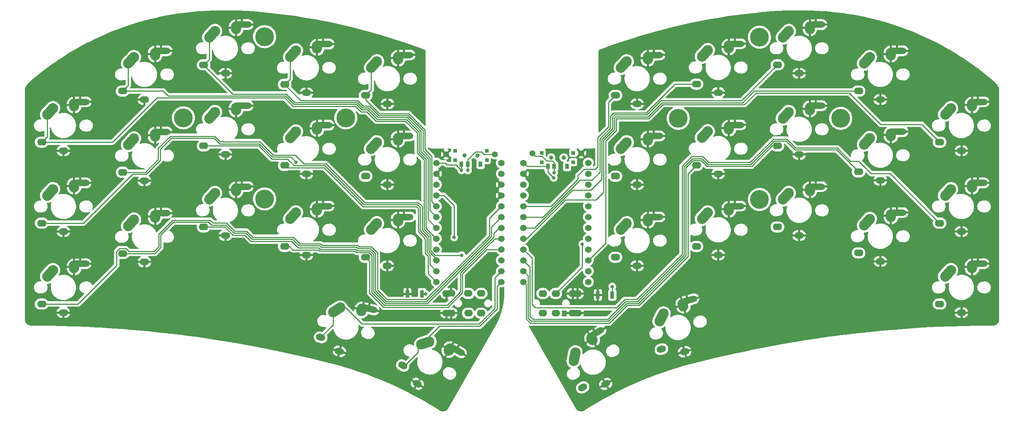
<source format=gtl>
G04 #@! TF.GenerationSoftware,KiCad,Pcbnew,9.0.6*
G04 #@! TF.CreationDate,2025-11-13T20:31:41-08:00*
G04 #@! TF.ProjectId,doktuh-kb,646f6b74-7568-42d6-9b62-2e6b69636164,rev?*
G04 #@! TF.SameCoordinates,Original*
G04 #@! TF.FileFunction,Copper,L1,Top*
G04 #@! TF.FilePolarity,Positive*
%FSLAX46Y46*%
G04 Gerber Fmt 4.6, Leading zero omitted, Abs format (unit mm)*
G04 Created by KiCad (PCBNEW 9.0.6) date 2025-11-13 20:31:41*
%MOMM*%
%LPD*%
G01*
G04 APERTURE LIST*
G04 Aperture macros list*
%AMHorizOval*
0 Thick line with rounded ends*
0 $1 width*
0 $2 $3 position (X,Y) of the first rounded end (center of the circle)*
0 $4 $5 position (X,Y) of the second rounded end (center of the circle)*
0 Add line between two ends*
20,1,$1,$2,$3,$4,$5,0*
0 Add two circle primitives to create the rounded ends*
1,1,$1,$2,$3*
1,1,$1,$4,$5*%
G04 Aperture macros list end*
G04 #@! TA.AperFunction,ComponentPad*
%ADD10C,1.397000*%
G04 #@! TD*
G04 #@! TA.AperFunction,ComponentPad*
%ADD11O,2.200000X1.600000*%
G04 #@! TD*
G04 #@! TA.AperFunction,ComponentPad*
%ADD12HorizOval,2.400000X-0.669131X-0.743145X0.669131X0.743145X0*%
G04 #@! TD*
G04 #@! TA.AperFunction,ComponentPad*
%ADD13C,2.400000*%
G04 #@! TD*
G04 #@! TA.AperFunction,ComponentPad*
%ADD14O,2.200000X1.500000*%
G04 #@! TD*
G04 #@! TA.AperFunction,ComponentPad*
%ADD15O,2.400000X2.950000*%
G04 #@! TD*
G04 #@! TA.AperFunction,ComponentPad*
%ADD16HorizOval,1.500000X1.449945X0.012653X-1.449945X-0.012653X0*%
G04 #@! TD*
G04 #@! TA.AperFunction,ComponentPad*
%ADD17HorizOval,1.600000X0.259808X-0.150000X-0.259808X0.150000X0*%
G04 #@! TD*
G04 #@! TA.AperFunction,ComponentPad*
%ADD18HorizOval,2.400000X-0.951057X-0.309017X0.951057X0.309017X0*%
G04 #@! TD*
G04 #@! TA.AperFunction,ComponentPad*
%ADD19HorizOval,1.500000X0.303109X-0.175000X-0.303109X0.175000X0*%
G04 #@! TD*
G04 #@! TA.AperFunction,ComponentPad*
%ADD20HorizOval,2.400000X-0.137500X-0.238157X0.137500X0.238157X0*%
G04 #@! TD*
G04 #@! TA.AperFunction,ComponentPad*
%ADD21HorizOval,1.500000X1.262016X-0.714014X-1.262016X0.714014X0*%
G04 #@! TD*
G04 #@! TA.AperFunction,ComponentPad*
%ADD22HorizOval,1.600000X0.289778X-0.077646X-0.289778X0.077646X0*%
G04 #@! TD*
G04 #@! TA.AperFunction,ComponentPad*
%ADD23HorizOval,2.400000X-0.838671X-0.544639X0.838671X0.544639X0*%
G04 #@! TD*
G04 #@! TA.AperFunction,ComponentPad*
%ADD24HorizOval,1.500000X0.338074X-0.090587X-0.338074X0.090587X0*%
G04 #@! TD*
G04 #@! TA.AperFunction,ComponentPad*
%ADD25HorizOval,2.400000X-0.071175X-0.265630X0.071175X0.265630X0*%
G04 #@! TD*
G04 #@! TA.AperFunction,ComponentPad*
%ADD26HorizOval,1.500000X1.403814X-0.363051X-1.403814X0.363051X0*%
G04 #@! TD*
G04 #@! TA.AperFunction,ComponentPad*
%ADD27C,4.400000*%
G04 #@! TD*
G04 #@! TA.AperFunction,SMDPad,CuDef*
%ADD28R,0.900000X0.900000*%
G04 #@! TD*
G04 #@! TA.AperFunction,SMDPad,CuDef*
%ADD29R,0.900000X1.250000*%
G04 #@! TD*
G04 #@! TA.AperFunction,SMDPad,CuDef*
%ADD30R,0.900000X1.700000*%
G04 #@! TD*
G04 #@! TA.AperFunction,ComponentPad*
%ADD31C,1.524000*%
G04 #@! TD*
G04 #@! TA.AperFunction,ComponentPad*
%ADD32O,2.000000X1.600000*%
G04 #@! TD*
G04 #@! TA.AperFunction,ComponentPad*
%ADD33HorizOval,1.600000X0.259808X0.150000X-0.259808X-0.150000X0*%
G04 #@! TD*
G04 #@! TA.AperFunction,ComponentPad*
%ADD34HorizOval,2.400000X-0.207912X-0.978148X0.207912X0.978148X0*%
G04 #@! TD*
G04 #@! TA.AperFunction,ComponentPad*
%ADD35HorizOval,1.500000X0.303109X0.175000X-0.303109X-0.175000X0*%
G04 #@! TD*
G04 #@! TA.AperFunction,ComponentPad*
%ADD36HorizOval,2.400000X-0.137500X0.238157X0.137500X-0.238157X0*%
G04 #@! TD*
G04 #@! TA.AperFunction,ComponentPad*
%ADD37HorizOval,1.500000X1.249362X0.735931X-1.249362X-0.735931X0*%
G04 #@! TD*
G04 #@! TA.AperFunction,ComponentPad*
%ADD38HorizOval,1.600000X0.289778X0.077646X-0.289778X-0.077646X0*%
G04 #@! TD*
G04 #@! TA.AperFunction,ComponentPad*
%ADD39HorizOval,2.400000X-0.453990X-0.891007X0.453990X0.891007X0*%
G04 #@! TD*
G04 #@! TA.AperFunction,ComponentPad*
%ADD40HorizOval,1.500000X0.338074X0.090587X-0.338074X-0.090587X0*%
G04 #@! TD*
G04 #@! TA.AperFunction,ComponentPad*
%ADD41HorizOval,2.400000X-0.071175X0.265630X0.071175X-0.265630X0*%
G04 #@! TD*
G04 #@! TA.AperFunction,ComponentPad*
%ADD42HorizOval,1.500000X1.397264X0.387496X-1.397264X-0.387496X0*%
G04 #@! TD*
G04 #@! TA.AperFunction,WasherPad*
%ADD43C,1.000000*%
G04 #@! TD*
G04 #@! TA.AperFunction,ViaPad*
%ADD44C,0.800000*%
G04 #@! TD*
G04 #@! TA.AperFunction,Conductor*
%ADD45C,0.250000*%
G04 #@! TD*
G04 APERTURE END LIST*
D10*
X146190005Y-83736002D03*
X134760005Y-83736002D03*
D11*
X39900000Y-80900000D03*
D12*
X41869131Y-73706855D03*
D13*
X42500000Y-73000000D03*
D14*
X45000000Y-82900000D03*
D15*
X47500000Y-72200000D03*
D16*
X48900042Y-71459599D03*
D11*
X58900000Y-68900000D03*
D12*
X60869131Y-61706855D03*
D13*
X61500000Y-61000000D03*
D14*
X64000000Y-70900000D03*
D15*
X66500000Y-60200000D03*
D16*
X67900042Y-59459599D03*
D11*
X77900000Y-62760000D03*
D12*
X79869131Y-55566855D03*
D13*
X80500000Y-54860000D03*
D14*
X83000000Y-64760000D03*
D15*
X85500000Y-54060000D03*
D16*
X86900042Y-53319599D03*
D11*
X96894000Y-67332000D03*
D12*
X98863131Y-60138855D03*
D13*
X99494000Y-59432000D03*
D14*
X101994000Y-69332000D03*
D15*
X104494000Y-58632000D03*
D16*
X105894042Y-57891599D03*
D11*
X115900000Y-69900000D03*
D12*
X117869131Y-62706855D03*
D13*
X118500000Y-62000000D03*
D14*
X121000000Y-71900000D03*
D15*
X123500000Y-61200000D03*
D16*
X124900042Y-60459599D03*
D11*
X39900000Y-99900000D03*
D12*
X41869131Y-92706855D03*
D13*
X42500000Y-92000000D03*
D14*
X45000000Y-101900000D03*
D15*
X47500000Y-91200000D03*
D16*
X48900042Y-90459599D03*
D11*
X58900000Y-87974000D03*
D12*
X60869131Y-80780855D03*
D13*
X61500000Y-80074000D03*
D14*
X64000000Y-89974000D03*
D15*
X66500000Y-79274000D03*
D16*
X67900042Y-78533599D03*
D11*
X77900000Y-81778000D03*
D12*
X79869131Y-74584855D03*
D13*
X80500000Y-73878000D03*
D14*
X83000000Y-83778000D03*
D15*
X85500000Y-73078000D03*
D16*
X86900042Y-72337599D03*
D11*
X96900000Y-86350000D03*
D12*
X98869131Y-79156855D03*
D13*
X99500000Y-78450000D03*
D14*
X102000000Y-88350000D03*
D15*
X104500000Y-77650000D03*
D16*
X105900042Y-76909599D03*
D11*
X115880000Y-88890000D03*
D12*
X117849131Y-81696855D03*
D13*
X118480000Y-80990000D03*
D14*
X120980000Y-90890000D03*
D15*
X123480000Y-80190000D03*
D16*
X124880042Y-79449599D03*
D11*
X39900000Y-118900000D03*
D12*
X41869131Y-111706855D03*
D13*
X42500000Y-111000000D03*
D14*
X45000000Y-120900000D03*
D15*
X47500000Y-110200000D03*
D16*
X48900042Y-109459599D03*
D11*
X58908000Y-107024000D03*
D12*
X60877131Y-99830855D03*
D13*
X61508000Y-99124000D03*
D14*
X64008000Y-109024000D03*
D15*
X66508000Y-98324000D03*
D16*
X67908042Y-97583599D03*
D11*
X77900000Y-100796000D03*
D12*
X79869131Y-93602855D03*
D13*
X80500000Y-92896000D03*
D14*
X83000000Y-102796000D03*
D15*
X85500000Y-92096000D03*
D16*
X86900042Y-91355599D03*
D11*
X96900000Y-105368000D03*
D12*
X98869131Y-98174855D03*
D13*
X99500000Y-97468000D03*
D14*
X102000000Y-107368000D03*
D15*
X104500000Y-96668000D03*
D16*
X105900042Y-95927599D03*
D17*
X124583270Y-133331499D03*
D18*
X129885160Y-128086618D03*
D13*
X130784936Y-127789898D03*
D19*
X128000000Y-137613550D03*
D20*
X135515064Y-129597078D03*
D21*
X137097736Y-129655893D03*
D22*
X105336384Y-126735134D03*
D23*
X109100141Y-120296738D03*
D13*
X109892462Y-119777249D03*
D24*
X109744968Y-129986962D03*
D25*
X114929146Y-120298604D03*
D26*
X116473113Y-119945789D03*
D27*
X73152000Y-75184000D03*
X92202000Y-56134000D03*
X92202000Y-94234000D03*
X111252000Y-75184000D03*
D28*
X136902000Y-82890000D03*
X136902000Y-85090000D03*
X144302000Y-82890000D03*
X144302000Y-85090000D03*
D29*
X142852000Y-86065000D03*
X139852000Y-86065000D03*
X138352000Y-86065000D03*
D30*
X125694000Y-116502000D03*
X129094000Y-116502000D03*
D11*
X115880000Y-107908000D03*
D12*
X117849131Y-100714855D03*
D13*
X118480000Y-100008000D03*
D14*
X120980000Y-109908000D03*
D15*
X123480000Y-99208000D03*
D16*
X124880042Y-98467599D03*
D31*
X147705400Y-85768000D03*
X147705400Y-88308000D03*
X147705400Y-90848000D03*
X147705400Y-93388000D03*
X147705400Y-95928000D03*
X147705400Y-98468000D03*
X147705400Y-101008000D03*
X147705400Y-103548000D03*
X147705400Y-106088000D03*
X147705400Y-108628000D03*
X147705400Y-111168000D03*
X147705400Y-113708000D03*
X132485400Y-113708000D03*
X132485400Y-111168000D03*
X132485400Y-108628000D03*
X132485400Y-106088000D03*
X132485400Y-103548000D03*
X132485400Y-101008000D03*
X132485400Y-98468000D03*
X132485400Y-95928000D03*
X132485400Y-93388000D03*
X132485400Y-90848000D03*
X132485400Y-88308000D03*
X132485400Y-85768000D03*
D10*
X166459840Y-83482002D03*
D30*
X170347840Y-116756000D03*
X173747840Y-116756000D03*
D10*
X155029840Y-83482002D03*
D27*
X189219840Y-75311000D03*
X208269840Y-56261000D03*
X208269840Y-94361000D03*
X227319840Y-75311000D03*
D28*
X157171840Y-83398000D03*
X157171840Y-85598000D03*
X164571840Y-83398000D03*
X164571840Y-85598000D03*
D29*
X163121840Y-86573000D03*
X160121840Y-86573000D03*
X158621840Y-86573000D03*
D32*
X160487840Y-121064000D03*
X160467840Y-116434000D03*
X157487840Y-121064000D03*
X157467840Y-116434000D03*
X165567840Y-121034000D03*
X165587840Y-116464000D03*
X164487840Y-121064000D03*
X164467840Y-116434000D03*
D11*
X193485840Y-86318000D03*
D12*
X195454971Y-79124855D03*
D13*
X196085840Y-78418000D03*
D14*
X198585840Y-88318000D03*
D15*
X201085840Y-77618000D03*
D16*
X202485882Y-76877599D03*
D11*
X250531840Y-118900000D03*
D12*
X252500971Y-111706855D03*
D13*
X253131840Y-111000000D03*
D14*
X255631840Y-120900000D03*
D15*
X258131840Y-110200000D03*
D16*
X259531882Y-109459599D03*
D11*
X212487840Y-100796000D03*
D12*
X214456971Y-93602855D03*
D13*
X215087840Y-92896000D03*
D14*
X217587840Y-102796000D03*
D15*
X220087840Y-92096000D03*
D16*
X221487882Y-91355599D03*
D11*
X193485840Y-105368000D03*
D12*
X195454971Y-98174855D03*
D13*
X196085840Y-97468000D03*
D14*
X198585840Y-107368000D03*
D15*
X201085840Y-96668000D03*
D16*
X202485882Y-95927599D03*
D11*
X193485840Y-67268000D03*
D12*
X195454971Y-60074855D03*
D13*
X196085840Y-59368000D03*
D14*
X198585840Y-69268000D03*
D15*
X201085840Y-58568000D03*
D16*
X202485882Y-57827599D03*
D11*
X231513840Y-68900000D03*
D12*
X233482971Y-61706855D03*
D13*
X234113840Y-61000000D03*
D14*
X236613840Y-70900000D03*
D15*
X239113840Y-60200000D03*
D16*
X240513882Y-59459599D03*
D11*
X212487840Y-62760000D03*
D12*
X214456971Y-55566855D03*
D13*
X215087840Y-54860000D03*
D14*
X217587840Y-64760000D03*
D15*
X220087840Y-54060000D03*
D16*
X221487882Y-53319599D03*
D11*
X231513840Y-87874000D03*
D12*
X233482971Y-80680855D03*
D13*
X234113840Y-79974000D03*
D14*
X236613840Y-89874000D03*
D15*
X239113840Y-79174000D03*
D16*
X240513882Y-78433599D03*
D11*
X212487840Y-81778000D03*
D12*
X214456971Y-74584855D03*
D13*
X215087840Y-73878000D03*
D14*
X217587840Y-83778000D03*
D15*
X220087840Y-73078000D03*
D16*
X221487882Y-72337599D03*
D11*
X231513840Y-106892000D03*
D12*
X233482971Y-99698855D03*
D13*
X234113840Y-98992000D03*
D14*
X236613840Y-108892000D03*
D15*
X239113840Y-98192000D03*
D16*
X240513882Y-97451599D03*
D11*
X174485840Y-88890000D03*
D12*
X176454971Y-81696855D03*
D13*
X177085840Y-80990000D03*
D14*
X179585840Y-90890000D03*
D15*
X182085840Y-80190000D03*
D16*
X183485882Y-79449599D03*
D11*
X250531840Y-99900000D03*
D12*
X252500971Y-92706855D03*
D13*
X253131840Y-92000000D03*
D14*
X255631840Y-101900000D03*
D15*
X258131840Y-91200000D03*
D16*
X259531882Y-90459599D03*
D11*
X250531840Y-80900000D03*
D12*
X252500971Y-73706855D03*
D13*
X253131840Y-73000000D03*
D14*
X255631840Y-82900000D03*
D15*
X258131840Y-72200000D03*
D16*
X259531882Y-71459599D03*
D11*
X174485840Y-69900000D03*
D12*
X176454971Y-62706855D03*
D13*
X177085840Y-62000000D03*
D14*
X179585840Y-71900000D03*
D15*
X182085840Y-61200000D03*
D16*
X183485882Y-60459599D03*
D33*
X166784270Y-138469499D03*
D34*
X164893015Y-131255487D03*
D13*
X165085936Y-130327898D03*
D35*
X172201000Y-137651550D03*
D36*
X169016064Y-127135078D03*
D37*
X169858335Y-125793851D03*
D11*
X174485840Y-107908000D03*
D12*
X176454971Y-100714855D03*
D13*
X177085840Y-100008000D03*
D14*
X179585840Y-109908000D03*
D15*
X182085840Y-99208000D03*
D16*
X183485882Y-98467599D03*
D38*
X185263013Y-129497088D03*
D39*
X185303323Y-122039395D03*
D13*
X185729749Y-121193344D03*
D40*
X190706872Y-130108962D03*
D41*
X190352323Y-119126508D03*
D42*
X191513030Y-118048977D03*
D31*
X168129240Y-85768000D03*
X168129240Y-88308000D03*
X168129240Y-90848000D03*
X168129240Y-93388000D03*
X168129240Y-95928000D03*
X168129240Y-98468000D03*
X168129240Y-101008000D03*
X168129240Y-103548000D03*
X168129240Y-106088000D03*
X168129240Y-108628000D03*
X168129240Y-111168000D03*
X168129240Y-113708000D03*
X152909240Y-113708000D03*
X152909240Y-111168000D03*
X152909240Y-108628000D03*
X152909240Y-106088000D03*
X152909240Y-103548000D03*
X152909240Y-101008000D03*
X152909240Y-98468000D03*
X152909240Y-95928000D03*
X152909240Y-93388000D03*
X152909240Y-90848000D03*
X152909240Y-88308000D03*
X152909240Y-85768000D03*
D32*
X139970000Y-116404000D03*
X139990000Y-121034000D03*
X142970000Y-116404000D03*
X142990000Y-121034000D03*
X134890000Y-116434000D03*
X134870000Y-121004000D03*
X135970000Y-116404000D03*
X135990000Y-121034000D03*
D43*
X142102000Y-83990000D03*
X139102000Y-83990000D03*
X162371840Y-84498000D03*
X159371840Y-84498000D03*
D44*
X160109840Y-88054000D03*
X136652000Y-103251000D03*
X129934000Y-116502000D03*
X138430000Y-107442000D03*
X99568000Y-85598000D03*
X160020000Y-89281000D03*
X138352000Y-87510000D03*
X139852000Y-87534000D03*
X166713840Y-104818000D03*
X173747840Y-114802000D03*
D45*
X158381843Y-85323001D02*
X157231843Y-84173001D01*
X157231843Y-84173001D02*
X155720841Y-84173001D01*
X155720841Y-84173001D02*
X155029840Y-83482000D01*
X160109840Y-86585000D02*
X160121840Y-86573000D01*
X160121840Y-85698000D02*
X159746841Y-85323001D01*
X159746841Y-85323001D02*
X158381843Y-85323001D01*
X160109840Y-88054000D02*
X160109840Y-86585000D01*
X160121840Y-86573000D02*
X160121840Y-85698000D01*
X157467840Y-121044000D02*
X157487840Y-121064000D01*
X132485400Y-93388000D02*
X134282000Y-93388000D01*
X136652000Y-95758000D02*
X136652000Y-103251000D01*
X134282000Y-93388000D02*
X136652000Y-95758000D01*
X129094000Y-116502000D02*
X129934000Y-116502000D01*
X125238397Y-75968037D02*
X118372399Y-75968037D01*
X127978962Y-83349038D02*
X127978962Y-78708602D01*
X127978962Y-78708602D02*
X125238397Y-75968037D01*
X116144388Y-73740028D02*
X114756800Y-73740028D01*
X131167319Y-106378681D02*
X131167319Y-102866329D01*
X113486798Y-72470028D02*
X98868206Y-72470028D01*
X41200000Y-79600000D02*
X39900000Y-80900000D01*
X41200000Y-74450000D02*
X41200000Y-79600000D01*
X131167319Y-102866329D02*
X129598359Y-101297369D01*
X96894196Y-70496020D02*
X66917980Y-70496020D01*
X56514000Y-80900000D02*
X39900000Y-80900000D01*
X129598359Y-85055589D02*
X127978964Y-83436194D01*
X129598359Y-101297369D02*
X129598359Y-85055589D01*
X127978964Y-83436194D02*
X127978962Y-83349038D01*
X131167319Y-106378681D02*
X132230638Y-107442000D01*
X114756800Y-73740028D02*
X113486798Y-72470028D01*
X66917980Y-70496020D02*
X56514000Y-80900000D01*
X118372399Y-75968037D02*
X116144388Y-73740028D01*
X132230638Y-107442000D02*
X138430000Y-107442000D01*
X98868206Y-72470028D02*
X96894196Y-70496020D01*
X69538010Y-70046010D02*
X97080596Y-70046010D01*
X68392000Y-68900000D02*
X69538010Y-70046010D01*
X60200000Y-67600000D02*
X58900000Y-68900000D01*
X125424799Y-75518029D02*
X128428972Y-78522202D01*
X97080596Y-70046010D02*
X99054605Y-72020019D01*
X128428972Y-78522202D02*
X128428972Y-80676972D01*
X128428973Y-83249793D02*
X130048369Y-84869189D01*
X130048369Y-84869189D02*
X130048369Y-101110969D01*
X130048369Y-101110969D02*
X132485400Y-103548000D01*
X116330790Y-73290020D02*
X118558798Y-75518028D01*
X99054605Y-72020019D02*
X113673200Y-72020020D01*
X113673200Y-72020020D02*
X114943199Y-73290019D01*
X128428973Y-80676973D02*
X128428973Y-83249793D01*
X60200000Y-62450000D02*
X60200000Y-67600000D01*
X114943199Y-73290019D02*
X116330790Y-73290020D01*
X58900000Y-68900000D02*
X68392000Y-68900000D01*
X118558798Y-75518028D02*
X125424799Y-75518029D01*
X128878982Y-78335802D02*
X128878982Y-83063392D01*
X99241006Y-71570010D02*
X113859600Y-71570010D01*
X125611200Y-75068020D02*
X128878982Y-78335802D01*
X79200000Y-56310000D02*
X79200000Y-61460000D01*
X77900000Y-62760000D02*
X84736000Y-69596000D01*
X118745199Y-75068019D02*
X125611200Y-75068020D01*
X128878982Y-83063392D02*
X130498379Y-84682789D01*
X79200000Y-61460000D02*
X77900000Y-62760000D01*
X97266996Y-69596000D02*
X99241006Y-71570010D01*
X116517190Y-72840010D02*
X118745199Y-75068019D01*
X84736000Y-69596000D02*
X97266996Y-69596000D01*
X113859600Y-71570010D02*
X115129600Y-72840010D01*
X130498379Y-84682789D02*
X130498379Y-99020979D01*
X130498379Y-99020979D02*
X132485400Y-101008000D01*
X115129600Y-72840010D02*
X116517190Y-72840010D01*
X129328991Y-79713009D02*
X129328991Y-82876991D01*
X116703590Y-72390000D02*
X118931600Y-74618010D01*
X129328991Y-82876991D02*
X130948389Y-84496389D01*
X130948389Y-96930989D02*
X132485400Y-98468000D01*
X98194000Y-60882000D02*
X98194000Y-66032000D01*
X115316000Y-72390000D02*
X116703590Y-72390000D01*
X114046000Y-71120000D02*
X115316000Y-72390000D01*
X129328991Y-78149401D02*
X129328991Y-79713009D01*
X118931600Y-74618010D02*
X125797600Y-74618010D01*
X98194000Y-66032000D02*
X96894000Y-67332000D01*
X100682000Y-71120000D02*
X114046000Y-71120000D01*
X96894000Y-67332000D02*
X100682000Y-71120000D01*
X130948389Y-84496389D02*
X130948389Y-96930989D01*
X125797600Y-74618010D02*
X129328991Y-78149401D01*
X129794000Y-77978000D02*
X129794000Y-82580000D01*
X117200000Y-63450000D02*
X117200000Y-68600000D01*
X115900000Y-70950000D02*
X119118000Y-74168000D01*
X115900000Y-69900000D02*
X115900000Y-70950000D01*
X129794000Y-82580000D02*
X131398399Y-84184399D01*
X131398399Y-84184399D02*
X131398399Y-94840999D01*
X131398399Y-94840999D02*
X132485400Y-95928000D01*
X119118000Y-74168000D02*
X125984000Y-74168000D01*
X125984000Y-74168000D02*
X129794000Y-77978000D01*
X117200000Y-68600000D02*
X115900000Y-69900000D01*
X64393892Y-88423520D02*
X67691000Y-85126412D01*
X70290400Y-79952010D02*
X80330598Y-79952010D01*
X80330598Y-79952010D02*
X81658588Y-81280000D01*
X61182480Y-88423520D02*
X64393892Y-88423520D01*
X98366520Y-84396520D02*
X99568000Y-85598000D01*
X90932000Y-81280000D02*
X94048520Y-84396520D01*
X39900000Y-99900000D02*
X49706000Y-99900000D01*
X81658588Y-81280000D02*
X90932000Y-81280000D01*
X49706000Y-99900000D02*
X61182480Y-88423520D01*
X67691000Y-82551410D02*
X70290400Y-79952010D01*
X67691000Y-85126412D02*
X67691000Y-82551410D01*
X94048520Y-84396520D02*
X98366520Y-84396520D01*
X58900000Y-87974000D02*
X64207002Y-87974000D01*
X130696000Y-103031420D02*
X130696000Y-103294000D01*
X128260390Y-95111980D02*
X129148348Y-95999938D01*
X80516998Y-79502000D02*
X81786998Y-80772000D01*
X64207002Y-87974000D02*
X67241480Y-84939522D01*
X129148348Y-95999938D02*
X129148349Y-96158349D01*
X106544800Y-85967980D02*
X115688800Y-95111980D01*
X70104000Y-79502000D02*
X80516998Y-79502000D01*
X129156929Y-101492349D02*
X130696000Y-103031420D01*
X130717309Y-106565081D02*
X132485400Y-108333172D01*
X99389998Y-83947000D02*
X101410978Y-85967980D01*
X130696000Y-103294000D02*
X130717309Y-103315309D01*
X115688800Y-95111980D02*
X128260390Y-95111980D01*
X129148349Y-96158349D02*
X129148349Y-101492349D01*
X81786998Y-80772000D02*
X91060410Y-80772000D01*
X94235410Y-83947000D02*
X99389998Y-83947000D01*
X67241480Y-82364520D02*
X70104000Y-79502000D01*
X132485400Y-108333172D02*
X132485400Y-108628000D01*
X101410978Y-85967980D02*
X106544800Y-85967980D01*
X67241480Y-84939522D02*
X67241480Y-82364520D01*
X91060410Y-80772000D02*
X94235410Y-83947000D01*
X129148349Y-101492349D02*
X129156929Y-101492349D01*
X130717309Y-103315309D02*
X130717309Y-106565081D01*
X130245990Y-103605990D02*
X130267299Y-103627299D01*
X130245990Y-103217820D02*
X130245990Y-103605990D01*
X115502400Y-95561990D02*
X128073990Y-95561990D01*
X128073990Y-95561990D02*
X128698339Y-96186339D01*
X90793590Y-81778000D02*
X93861630Y-84846040D01*
X130267299Y-103627299D02*
X130267299Y-106751481D01*
X130950000Y-107434182D02*
X130950000Y-109632600D01*
X128698339Y-96186339D02*
X128698339Y-101735661D01*
X130267299Y-106751481D02*
X130950000Y-107434182D01*
X130128085Y-103099915D02*
X130245990Y-103217820D01*
X93861630Y-84846040D02*
X97546040Y-84846040D01*
X97546040Y-84846040D02*
X99117990Y-86417990D01*
X99117990Y-86417990D02*
X106358400Y-86417990D01*
X130062593Y-103099915D02*
X130128085Y-103099915D01*
X106358400Y-86417990D02*
X115502400Y-95561990D01*
X77900000Y-81778000D02*
X90793590Y-81778000D01*
X130950000Y-109632600D02*
X132485400Y-111168000D01*
X128698339Y-101735661D02*
X130062593Y-103099915D01*
X129817289Y-106937881D02*
X130499990Y-107620582D01*
X128248330Y-101922062D02*
X129795980Y-103469712D01*
X129795980Y-103792390D02*
X129817289Y-103813699D01*
X96900000Y-86350000D02*
X97418000Y-86868000D01*
X129817289Y-103813699D02*
X129817289Y-106937881D01*
X130499990Y-107620582D02*
X130499990Y-111722590D01*
X130499990Y-111722590D02*
X132485400Y-113708000D01*
X115316000Y-96012000D02*
X127762000Y-96012000D01*
X129795980Y-103469712D02*
X129795980Y-103792390D01*
X97418000Y-86868000D02*
X106172000Y-86868000D01*
X128248330Y-96498330D02*
X128248330Y-101922062D01*
X106172000Y-86868000D02*
X115316000Y-96012000D01*
X127762000Y-96012000D02*
X128248330Y-96498330D01*
X115880000Y-88890000D02*
X115834000Y-88890000D01*
X144920000Y-102882162D02*
X144920000Y-98713400D01*
X87951392Y-101792982D02*
X89398392Y-103239982D01*
X83243095Y-99895981D02*
X85140095Y-101792981D01*
X89398392Y-103239982D02*
X98924802Y-103239982D01*
X66271600Y-106573990D02*
X67389491Y-105456099D01*
X58142006Y-105898990D02*
X59673994Y-105898990D01*
X100458410Y-104773590D02*
X105284410Y-104773590D01*
X70615608Y-99220980D02*
X79408980Y-99220980D01*
X41190000Y-112210000D02*
X41190000Y-113460000D01*
X113990290Y-105097470D02*
X114325780Y-105432960D01*
X60348994Y-106573990D02*
X66271600Y-106573990D01*
X48413002Y-118900000D02*
X57482990Y-109830012D01*
X117205194Y-105432960D02*
X118655038Y-106882804D01*
X67389491Y-105456099D02*
X67389491Y-102447097D01*
X57482990Y-106558006D02*
X58142006Y-105898990D01*
X98924802Y-103239982D02*
X100458410Y-104773590D01*
X129968202Y-117833960D02*
X144920000Y-102882162D01*
X80083980Y-99895980D02*
X83243095Y-99895981D01*
X144920000Y-98713400D02*
X147705400Y-95928000D01*
X39900000Y-118900000D02*
X48413002Y-118900000D01*
X85140095Y-101792981D02*
X87951392Y-101792982D01*
X118655038Y-115601398D02*
X120887600Y-117833960D01*
X118655038Y-106882804D02*
X118655038Y-115601398D01*
X105608290Y-105097470D02*
X113990290Y-105097470D01*
X67389491Y-102447097D02*
X70615608Y-99220980D01*
X120887600Y-117833960D02*
X129968202Y-117833960D01*
X59673994Y-105898990D02*
X60348994Y-106573990D01*
X105284410Y-104773590D02*
X105608290Y-105097470D01*
X79408980Y-99220980D02*
X80083980Y-99895980D01*
X114325780Y-105432960D02*
X117205194Y-105432960D01*
X57482990Y-109830012D02*
X57482990Y-106558006D01*
X117018794Y-105882970D02*
X118205028Y-107069206D01*
X67839011Y-102633987D02*
X70802008Y-99670990D01*
X58908000Y-107024000D02*
X66458000Y-107024000D01*
X79771990Y-100345990D02*
X83056694Y-100345990D01*
X84953694Y-102242991D02*
X87764991Y-102242991D01*
X105098010Y-105223600D02*
X105421888Y-105547478D01*
X118205028Y-115787798D02*
X120701200Y-118283970D01*
X147705400Y-98468000D02*
X145370010Y-100803390D01*
X70802008Y-99670990D02*
X79096990Y-99670990D01*
X100272010Y-105223600D02*
X105098010Y-105223600D01*
X89211990Y-103689990D02*
X98738401Y-103689991D01*
X98738401Y-103689991D02*
X100272010Y-105223600D01*
X130154602Y-118283970D02*
X145370010Y-103068562D01*
X145370010Y-100803390D02*
X145370010Y-103068562D01*
X66458000Y-107024000D02*
X67839011Y-105642989D01*
X118205028Y-107069206D02*
X118205028Y-115787798D01*
X114139380Y-105882970D02*
X117018794Y-105882970D01*
X79096990Y-99670990D02*
X79771990Y-100345990D01*
X105421888Y-105547478D02*
X113803889Y-105547479D01*
X67839011Y-105642989D02*
X67839011Y-102633987D01*
X113803889Y-105547479D02*
X114139380Y-105882970D01*
X87764991Y-102242991D02*
X89211990Y-103689990D01*
X120701200Y-118283970D02*
X130154602Y-118283970D01*
X83056694Y-100345990D02*
X84953694Y-102242991D01*
X145936000Y-102278000D02*
X147206000Y-101008000D01*
X116832394Y-106332980D02*
X117755019Y-107255605D01*
X113952980Y-106332980D02*
X116832394Y-106332980D01*
X105235488Y-105997488D02*
X113617488Y-105997488D01*
X87552999Y-102693001D02*
X88999998Y-104140000D01*
X113617488Y-105997488D02*
X113952980Y-106332980D01*
X145936000Y-103138982D02*
X145936000Y-102278000D01*
X77900000Y-100796000D02*
X82870293Y-100796000D01*
X120514800Y-118733980D02*
X130341002Y-118733980D01*
X147206000Y-101008000D02*
X147705400Y-101008000D01*
X104911610Y-105673610D02*
X105235488Y-105997488D01*
X84767294Y-102693001D02*
X87552999Y-102693001D01*
X130341002Y-118733980D02*
X145936000Y-103138982D01*
X117755019Y-107255605D02*
X117755020Y-115974200D01*
X88999998Y-104140000D02*
X98552000Y-104140000D01*
X98552000Y-104140000D02*
X100085610Y-105673610D01*
X100085610Y-105673610D02*
X104911610Y-105673610D01*
X82870293Y-100796000D02*
X84767294Y-102693001D01*
X117755020Y-115974200D02*
X120514800Y-118733980D01*
X138331700Y-111379000D02*
X138332392Y-111379000D01*
X116645994Y-106782990D02*
X117305010Y-107442006D01*
X96900000Y-105368000D02*
X98002000Y-105368000D01*
X134981014Y-119183990D02*
X138116502Y-116048502D01*
X117305010Y-107442006D02*
X117305010Y-116160600D01*
X105049088Y-106447498D02*
X113431088Y-106447498D01*
X146163392Y-103548000D02*
X147705400Y-103548000D01*
X113431088Y-106447498D02*
X113766580Y-106782990D01*
X117305010Y-116160600D02*
X120328400Y-119183990D01*
X138116502Y-111594198D02*
X138331700Y-111379000D01*
X138116502Y-116048502D02*
X138116502Y-111594198D01*
X98806000Y-106172000D02*
X104773590Y-106172000D01*
X138332392Y-111379000D02*
X146163392Y-103548000D01*
X120328400Y-119183990D02*
X134981014Y-119183990D01*
X113766580Y-106782990D02*
X116645994Y-106782990D01*
X98002000Y-105368000D02*
X98806000Y-106172000D01*
X104773590Y-106172000D02*
X105049088Y-106447498D01*
X138566512Y-116234902D02*
X138566512Y-111780598D01*
X120142000Y-119634000D02*
X135167414Y-119634000D01*
X135167414Y-119634000D02*
X138566512Y-116234902D01*
X116855490Y-116347490D02*
X120142000Y-119634000D01*
X115880000Y-107908000D02*
X116855490Y-108883490D01*
X116855490Y-108883490D02*
X116855490Y-116347490D01*
X144259110Y-106088000D02*
X147705400Y-106088000D01*
X138566512Y-111780598D02*
X144259110Y-106088000D01*
X108261470Y-123810048D02*
X105336384Y-126735134D01*
X108261470Y-120841377D02*
X108261470Y-123810048D01*
X146177000Y-112696400D02*
X146177000Y-119888000D01*
X111268249Y-119777249D02*
X109892462Y-119777249D01*
X115062000Y-123571000D02*
X111268249Y-119777249D01*
X147705400Y-111168000D02*
X146177000Y-112696400D01*
X146177000Y-119888000D02*
X142494000Y-123571000D01*
X142494000Y-123571000D02*
X115062000Y-123571000D01*
X146685000Y-120071000D02*
X142677000Y-124079000D01*
X128934103Y-128395635D02*
X128174999Y-129154739D01*
X133223000Y-124079000D02*
X130784936Y-126517064D01*
X146685000Y-114728400D02*
X146685000Y-120071000D01*
X128174999Y-129154739D02*
X128174999Y-130270001D01*
X147705400Y-113708000D02*
X146685000Y-114728400D01*
X128174999Y-130270001D02*
X125113501Y-133331499D01*
X125113501Y-133331499D02*
X124583270Y-133331499D01*
X142677000Y-124079000D02*
X133223000Y-124079000D01*
X130784936Y-126517064D02*
X130784936Y-127789898D01*
X138352000Y-87510000D02*
X138352000Y-87510000D01*
X158621840Y-86573000D02*
X153714240Y-86573000D01*
X153714240Y-86573000D02*
X152909240Y-85768000D01*
X137047001Y-86205001D02*
X138352000Y-87510000D01*
X134496782Y-85768000D02*
X132485400Y-85768000D01*
X138352000Y-86065000D02*
X138352000Y-87510000D01*
X158621840Y-87882840D02*
X160020000Y-89281000D01*
X158621840Y-86573000D02*
X158621840Y-87882840D01*
X134933783Y-86205001D02*
X137047001Y-86205001D01*
X134933783Y-86205001D02*
X134496782Y-85768000D01*
X139852000Y-87534000D02*
X139852000Y-87534000D01*
X143091997Y-83164999D02*
X143662998Y-83736000D01*
X139852000Y-84994000D02*
X141681001Y-83164999D01*
X139852000Y-86065000D02*
X139852000Y-87534000D01*
X143662998Y-83736000D02*
X146190000Y-83736000D01*
X139852000Y-86065000D02*
X139852000Y-84994000D01*
X141681001Y-83164999D02*
X143091997Y-83164999D01*
X160467840Y-121044000D02*
X160487840Y-121064000D01*
X166713840Y-110188000D02*
X160467840Y-116434000D01*
X166713840Y-104818000D02*
X166713840Y-110188000D01*
X173747840Y-114802000D02*
X173747840Y-116756000D01*
X180044036Y-119173804D02*
X179734036Y-119173804D01*
X191467560Y-88336280D02*
X193485840Y-86318000D01*
X180044035Y-119173805D02*
X191467560Y-107750280D01*
X153543000Y-114341760D02*
X153543000Y-122381160D01*
X191467560Y-107750280D02*
X191467560Y-88336280D01*
X173069230Y-123354610D02*
X177250036Y-119173804D01*
X153543000Y-122381160D02*
X154516450Y-123354610D01*
X177250036Y-119173804D02*
X179734036Y-119173804D01*
X152909240Y-113708000D02*
X153543000Y-114341760D01*
X154516450Y-123354610D02*
X173069230Y-123354610D01*
X179734036Y-119173804D02*
X180044035Y-119173805D01*
X207459830Y-69350010D02*
X204725615Y-72084225D01*
X236677840Y-76708000D02*
X229319850Y-69350010D01*
X182246040Y-75391030D02*
X174748810Y-75391030D01*
X172149922Y-80663556D02*
X172149922Y-104607318D01*
X250531840Y-80900000D02*
X246339840Y-76708000D01*
X185552845Y-72084225D02*
X182246040Y-75391030D01*
X229319850Y-69350010D02*
X207459830Y-69350010D01*
X174660877Y-75478963D02*
X174660878Y-78152600D01*
X246339840Y-76708000D02*
X236677840Y-76708000D01*
X204725615Y-72084225D02*
X185552845Y-72084225D01*
X174748810Y-75391030D02*
X174660877Y-75478963D01*
X174660878Y-78152600D02*
X172149922Y-80663556D01*
X172149922Y-104607318D02*
X168129240Y-108628000D01*
X174210868Y-75169792D02*
X174210867Y-77966201D01*
X185366445Y-71634215D02*
X182059640Y-74941020D01*
X182059640Y-74941020D02*
X174439640Y-74941020D01*
X153627718Y-103548000D02*
X152909240Y-103548000D01*
X171699912Y-80477156D02*
X171699912Y-92663928D01*
X231513840Y-68900000D02*
X206984250Y-68900000D01*
X206984250Y-68900000D02*
X204250035Y-71634215D01*
X169888839Y-94475001D02*
X162700717Y-94475001D01*
X171699912Y-92663928D02*
X169888839Y-94475001D01*
X162700717Y-94475001D02*
X153627718Y-103548000D01*
X204250035Y-71634215D02*
X185366445Y-71634215D01*
X174210867Y-77966201D02*
X171699912Y-80477156D01*
X174439640Y-74941020D02*
X174210868Y-75169792D01*
X181873240Y-74491010D02*
X185180045Y-71184205D01*
X173760858Y-77779800D02*
X173760859Y-74983391D01*
X171249902Y-89613938D02*
X171249902Y-80290756D01*
X174253240Y-74491010D02*
X181873240Y-74491010D01*
X171249902Y-80290756D02*
X173760858Y-77779800D01*
X155532000Y-101008000D02*
X164422000Y-92118000D01*
X173760859Y-74983391D02*
X174253240Y-74491010D01*
X152909240Y-101008000D02*
X155532000Y-101008000D01*
X204063635Y-71184205D02*
X212487840Y-62760000D01*
X185180045Y-71184205D02*
X204063635Y-71184205D01*
X164422000Y-92118000D02*
X168745840Y-92118000D01*
X168745840Y-92118000D02*
X171249902Y-89613938D01*
X174066840Y-74041000D02*
X173310849Y-74796991D01*
X173310849Y-74796991D02*
X173310849Y-77593399D01*
X188459840Y-67268000D02*
X181686840Y-74041000D01*
X170799892Y-87975948D02*
X169014841Y-89760999D01*
X193485840Y-67268000D02*
X188459840Y-67268000D01*
X181686840Y-74041000D02*
X174066840Y-74041000D01*
X173310849Y-77593399D02*
X170799892Y-80104356D01*
X170799892Y-80104356D02*
X170799892Y-87975948D01*
X169014841Y-89760999D02*
X166143283Y-89760999D01*
X166143283Y-89760999D02*
X157436282Y-98468000D01*
X157436282Y-98468000D02*
X152909240Y-98468000D01*
X169776841Y-87220999D02*
X170349882Y-86647958D01*
X170349882Y-79789958D02*
X172732841Y-77406999D01*
X172860839Y-71525001D02*
X174485840Y-69900000D01*
X170349882Y-86647958D02*
X170349882Y-79789958D01*
X172860839Y-77406999D02*
X172860839Y-71525001D01*
X172732841Y-77406999D02*
X172860839Y-77406999D01*
X165693763Y-89574802D02*
X159340564Y-95928000D01*
X167160001Y-87220999D02*
X165693763Y-88687237D01*
X169776841Y-87220999D02*
X167160001Y-87220999D01*
X159340564Y-95928000D02*
X152909240Y-95928000D01*
X165693763Y-88687237D02*
X165693763Y-89574802D01*
X238896840Y-88265000D02*
X250531840Y-99900000D01*
X176681225Y-117823775D02*
X179483225Y-117823775D01*
X194990120Y-84293460D02*
X196352650Y-85655990D01*
X206082436Y-85655990D02*
X211535445Y-80202981D01*
X216745980Y-82252980D02*
X226529230Y-82252980D01*
X229620250Y-85344000D02*
X231521000Y-85344000D01*
X234442000Y-88265000D02*
X238896840Y-88265000D01*
X231521000Y-85344000D02*
X234442000Y-88265000D01*
X154895771Y-118954771D02*
X155702000Y-119761000D01*
X154895771Y-108074531D02*
X154895771Y-118954771D01*
X155702000Y-119761000D02*
X174744000Y-119761000D01*
X174744000Y-119761000D02*
X176681225Y-117823775D01*
X179483225Y-117823775D02*
X190119000Y-107188000D01*
X196352650Y-85655990D02*
X206082436Y-85655990D01*
X214695981Y-80202981D02*
X216745980Y-82252980D01*
X226529230Y-82252980D02*
X229620250Y-85344000D01*
X190119000Y-107188000D02*
X190119000Y-86521709D01*
X190119000Y-86521709D02*
X192347249Y-84293460D01*
X211535445Y-80202981D02*
X214695981Y-80202981D01*
X192347249Y-84293460D02*
X194990120Y-84293460D01*
X152909240Y-106088000D02*
X154895771Y-108074531D01*
X155140430Y-122454590D02*
X172696430Y-122454590D01*
X190568520Y-107376500D02*
X190568520Y-86707906D01*
X152909240Y-108628000D02*
X154446251Y-110165011D01*
X172696430Y-122454590D02*
X176867625Y-118283395D01*
X176867625Y-118273785D02*
X179671235Y-118273785D01*
X206268836Y-86106000D02*
X211721846Y-80652990D01*
X211721846Y-80652990D02*
X214510272Y-80652990D01*
X179671235Y-118273785D02*
X190568520Y-107376500D01*
X214510272Y-80652990D02*
X216560272Y-82702990D01*
X154446251Y-110165011D02*
X154446251Y-121760411D01*
X190568520Y-86707906D02*
X192533446Y-84742980D01*
X226342830Y-82702990D02*
X231513840Y-87874000D01*
X216560272Y-82702990D02*
X226342830Y-82702990D01*
X194803231Y-84742981D02*
X196166250Y-86106000D01*
X192533446Y-84742980D02*
X194803231Y-84742981D01*
X196166250Y-86106000D02*
X206268836Y-86106000D01*
X154446251Y-121760411D02*
X155140430Y-122454590D01*
X176867625Y-118283395D02*
X176867625Y-118273785D01*
X179857635Y-118723795D02*
X177063635Y-118723795D01*
X212487840Y-81778000D02*
X211232554Y-81778000D01*
X192719846Y-85192990D02*
X191018040Y-86894796D01*
X194616830Y-85192990D02*
X192719846Y-85192990D01*
X195979360Y-86555520D02*
X194616830Y-85192990D01*
X153996241Y-122197991D02*
X153996241Y-112255001D01*
X211232554Y-81778000D02*
X206455033Y-86555520D01*
X206455033Y-86555520D02*
X195979360Y-86555520D01*
X191018040Y-86894796D02*
X191018040Y-107563390D01*
X172882830Y-122904600D02*
X154702850Y-122904600D01*
X154702850Y-122904600D02*
X153996241Y-122197991D01*
X177063635Y-118723795D02*
X172882830Y-122904600D01*
X153996241Y-112255001D02*
X152909240Y-111168000D01*
X191018040Y-107563390D02*
X179857635Y-118723795D01*
G04 #@! TA.AperFunction,Conductor*
G36*
X85797894Y-49973615D02*
G01*
X85802192Y-49973886D01*
X85810981Y-49975714D01*
X85831525Y-49974080D01*
X85840266Y-49973385D01*
X85857625Y-49973204D01*
X88071897Y-50102945D01*
X88073876Y-50103076D01*
X90325011Y-50270573D01*
X90326988Y-50270736D01*
X92575150Y-50473644D01*
X92577124Y-50473838D01*
X94821812Y-50712110D01*
X94823783Y-50712335D01*
X97064450Y-50985913D01*
X97066417Y-50986169D01*
X99302509Y-51294987D01*
X99304471Y-51295274D01*
X100188145Y-51431523D01*
X101535389Y-51639248D01*
X101537280Y-51639554D01*
X103762697Y-52018635D01*
X103764522Y-52018961D01*
X105983583Y-52433007D01*
X105985478Y-52433376D01*
X107468760Y-52734372D01*
X108197741Y-52882301D01*
X108199684Y-52882711D01*
X110404548Y-53366392D01*
X110406449Y-53366824D01*
X112603466Y-53885164D01*
X112605346Y-53885623D01*
X114793971Y-54438491D01*
X114795838Y-54438978D01*
X116975493Y-55026233D01*
X116977321Y-55026741D01*
X118187882Y-55373426D01*
X119147495Y-55648244D01*
X119149397Y-55648806D01*
X121309286Y-56304323D01*
X121311180Y-56304913D01*
X123460690Y-56994415D01*
X123462574Y-56995036D01*
X125600887Y-57718265D01*
X125602688Y-57718889D01*
X127119720Y-58258744D01*
X127729428Y-58475716D01*
X127731291Y-58476396D01*
X129782058Y-59242766D01*
X129792305Y-59247121D01*
X129799386Y-59250507D01*
X129806850Y-59255486D01*
X129815413Y-59258170D01*
X129823165Y-59261877D01*
X129823238Y-59261906D01*
X129823396Y-59261988D01*
X129823514Y-59262044D01*
X129823512Y-59262048D01*
X129826666Y-59263676D01*
X129835521Y-59267544D01*
X129838951Y-59269507D01*
X129838725Y-59269901D01*
X129845456Y-59273376D01*
X129857099Y-59280937D01*
X129883977Y-59304419D01*
X129905175Y-59329050D01*
X129924392Y-59359130D01*
X129936927Y-59386725D01*
X129937831Y-59388716D01*
X129947841Y-59422979D01*
X129949944Y-59437677D01*
X129951205Y-59457060D01*
X129951195Y-59457857D01*
X129949814Y-59466729D01*
X129950978Y-59475630D01*
X129950978Y-59475634D01*
X129953926Y-59498174D01*
X129954990Y-59514541D01*
X129950919Y-76934854D01*
X129930901Y-77002971D01*
X129877235Y-77049451D01*
X129806958Y-77059538D01*
X129742384Y-77030030D01*
X129735824Y-77023920D01*
X128197403Y-75485498D01*
X126487652Y-73775747D01*
X126480112Y-73767461D01*
X126476000Y-73760982D01*
X126426348Y-73714356D01*
X126423507Y-73711602D01*
X126403770Y-73691865D01*
X126400573Y-73689385D01*
X126391551Y-73681680D01*
X126365100Y-73656841D01*
X126359321Y-73651414D01*
X126352375Y-73647595D01*
X126352372Y-73647593D01*
X126341566Y-73641652D01*
X126325047Y-73630801D01*
X126320122Y-73626981D01*
X126309041Y-73618386D01*
X126301772Y-73615241D01*
X126301768Y-73615238D01*
X126268463Y-73600826D01*
X126257813Y-73595609D01*
X126219060Y-73574305D01*
X126199437Y-73569267D01*
X126180734Y-73562863D01*
X126169420Y-73557967D01*
X126169419Y-73557967D01*
X126162145Y-73554819D01*
X126154322Y-73553580D01*
X126154312Y-73553577D01*
X126118476Y-73547901D01*
X126106856Y-73545495D01*
X126071711Y-73536472D01*
X126071710Y-73536472D01*
X126064030Y-73534500D01*
X126043776Y-73534500D01*
X126024065Y-73532949D01*
X126011886Y-73531020D01*
X126004057Y-73529780D01*
X125996165Y-73530526D01*
X125960039Y-73533941D01*
X125948181Y-73534500D01*
X119432595Y-73534500D01*
X119364474Y-73514498D01*
X119343500Y-73497595D01*
X118013633Y-72167728D01*
X119416114Y-72167728D01*
X119416166Y-72167973D01*
X119478898Y-72371883D01*
X119483119Y-72382229D01*
X119580971Y-72571814D01*
X119586957Y-72581245D01*
X119716832Y-72750501D01*
X119724393Y-72758724D01*
X119882194Y-72902312D01*
X119891094Y-72909067D01*
X120071815Y-73022434D01*
X120081781Y-73027511D01*
X120279714Y-73107080D01*
X120290429Y-73110315D01*
X120500301Y-73153777D01*
X120509438Y-73154980D01*
X120559990Y-73157895D01*
X120563637Y-73158000D01*
X120727885Y-73158000D01*
X120743124Y-73153525D01*
X120744329Y-73152135D01*
X120746000Y-73144452D01*
X120746000Y-73139885D01*
X121254000Y-73139885D01*
X121258475Y-73155124D01*
X121259865Y-73156329D01*
X121267548Y-73158000D01*
X121404175Y-73158000D01*
X121409770Y-73157751D01*
X121568078Y-73143622D01*
X121579092Y-73141640D01*
X121784860Y-73085349D01*
X121795341Y-73081451D01*
X121987903Y-72989603D01*
X121997516Y-72983918D01*
X122170767Y-72859425D01*
X122179233Y-72852117D01*
X122327692Y-72698918D01*
X122334735Y-72690221D01*
X122453719Y-72513156D01*
X122459105Y-72503358D01*
X122544857Y-72308010D01*
X122548422Y-72297418D01*
X122578624Y-72171616D01*
X122577919Y-72157530D01*
X122569040Y-72154000D01*
X121272115Y-72154000D01*
X121256876Y-72158475D01*
X121255671Y-72159865D01*
X121254000Y-72167548D01*
X121254000Y-73139885D01*
X120746000Y-73139885D01*
X120746000Y-72172115D01*
X120741525Y-72156876D01*
X120740135Y-72155671D01*
X120732452Y-72154000D01*
X119431589Y-72154000D01*
X119417607Y-72158105D01*
X119416114Y-72167728D01*
X118013633Y-72167728D01*
X117474289Y-71628384D01*
X119421376Y-71628384D01*
X119422081Y-71642470D01*
X119430960Y-71646000D01*
X120727885Y-71646000D01*
X120743124Y-71641525D01*
X120744329Y-71640135D01*
X120746000Y-71632452D01*
X120746000Y-71627885D01*
X121254000Y-71627885D01*
X121258475Y-71643124D01*
X121259865Y-71644329D01*
X121267548Y-71646000D01*
X122568411Y-71646000D01*
X122582393Y-71641895D01*
X122583886Y-71632272D01*
X122583834Y-71632027D01*
X122521102Y-71428117D01*
X122516881Y-71417771D01*
X122419029Y-71228186D01*
X122413043Y-71218755D01*
X122283168Y-71049499D01*
X122275607Y-71041276D01*
X122117806Y-70897688D01*
X122108906Y-70890933D01*
X121928185Y-70777566D01*
X121918219Y-70772489D01*
X121720286Y-70692920D01*
X121709571Y-70689685D01*
X121499699Y-70646223D01*
X121490562Y-70645020D01*
X121440010Y-70642105D01*
X121436363Y-70642000D01*
X121272115Y-70642000D01*
X121256876Y-70646475D01*
X121255671Y-70647865D01*
X121254000Y-70655548D01*
X121254000Y-71627885D01*
X120746000Y-71627885D01*
X120746000Y-70660115D01*
X120741525Y-70644876D01*
X120740135Y-70643671D01*
X120732452Y-70642000D01*
X120595825Y-70642000D01*
X120590230Y-70642249D01*
X120431922Y-70656378D01*
X120420908Y-70658360D01*
X120215140Y-70714651D01*
X120204659Y-70718549D01*
X120012097Y-70810397D01*
X120002484Y-70816082D01*
X119829233Y-70940575D01*
X119820767Y-70947883D01*
X119672308Y-71101082D01*
X119665265Y-71109779D01*
X119546281Y-71286844D01*
X119540895Y-71296642D01*
X119455143Y-71491990D01*
X119451578Y-71502582D01*
X119421376Y-71628384D01*
X117474289Y-71628384D01*
X116978620Y-71132715D01*
X116944594Y-71070403D01*
X116949659Y-70999588D01*
X116995445Y-70940407D01*
X117039784Y-70909361D01*
X117039790Y-70909356D01*
X117044300Y-70906198D01*
X117206198Y-70744300D01*
X117222162Y-70721502D01*
X117276387Y-70644060D01*
X117337523Y-70556749D01*
X117339846Y-70551767D01*
X117339849Y-70551762D01*
X117431961Y-70354225D01*
X117431961Y-70354224D01*
X117434284Y-70349243D01*
X117441482Y-70322382D01*
X117492119Y-70133402D01*
X117492119Y-70133400D01*
X117493543Y-70128087D01*
X117513498Y-69900000D01*
X117493543Y-69671913D01*
X117489912Y-69658360D01*
X117454474Y-69526105D01*
X117434284Y-69450757D01*
X117411421Y-69401726D01*
X117400760Y-69331536D01*
X117429740Y-69266723D01*
X117436521Y-69259383D01*
X117592247Y-69103657D01*
X117600537Y-69096113D01*
X117607018Y-69092000D01*
X117622866Y-69075124D01*
X117653658Y-69042333D01*
X117656413Y-69039491D01*
X117676135Y-69019769D01*
X117678612Y-69016576D01*
X117686317Y-69007555D01*
X117696807Y-68996384D01*
X117716586Y-68975321D01*
X117720407Y-68968371D01*
X117726346Y-68957568D01*
X117737202Y-68941041D01*
X117744757Y-68931302D01*
X117744758Y-68931300D01*
X117749614Y-68925040D01*
X117767174Y-68884460D01*
X117772391Y-68873812D01*
X117789875Y-68842009D01*
X117789876Y-68842007D01*
X117793695Y-68835060D01*
X117798733Y-68815437D01*
X117805137Y-68796734D01*
X117810033Y-68785420D01*
X117810033Y-68785419D01*
X117813181Y-68778145D01*
X117814420Y-68770322D01*
X117814423Y-68770312D01*
X117820099Y-68734476D01*
X117822505Y-68722856D01*
X117831528Y-68687711D01*
X117831528Y-68687710D01*
X117833500Y-68680030D01*
X117833500Y-68659776D01*
X117835051Y-68640065D01*
X117836980Y-68627886D01*
X117838220Y-68620057D01*
X117834059Y-68576038D01*
X117833500Y-68564181D01*
X117833500Y-66534633D01*
X117853502Y-66466512D01*
X117907158Y-66420019D01*
X117977432Y-66409915D01*
X118042012Y-66439409D01*
X118080396Y-66499135D01*
X118082608Y-66507791D01*
X118132023Y-66734428D01*
X118145654Y-66796948D01*
X118146829Y-66800379D01*
X118146829Y-66800380D01*
X118252629Y-67109393D01*
X118256170Y-67119736D01*
X118257729Y-67123004D01*
X118257732Y-67123012D01*
X118326888Y-67268000D01*
X118403053Y-67427684D01*
X118584357Y-67716708D01*
X118797680Y-67982978D01*
X118825093Y-68010105D01*
X119021523Y-68204489D01*
X119040193Y-68222965D01*
X119043051Y-68225206D01*
X119299987Y-68426669D01*
X119308682Y-68433487D01*
X119485399Y-68541779D01*
X119590162Y-68605978D01*
X119599589Y-68611755D01*
X119602861Y-68613274D01*
X119602867Y-68613277D01*
X119703041Y-68659776D01*
X119909058Y-68755406D01*
X119912505Y-68756546D01*
X120229541Y-68861396D01*
X120229546Y-68861397D01*
X120232986Y-68862535D01*
X120236541Y-68863271D01*
X120236544Y-68863272D01*
X120563531Y-68930987D01*
X120563534Y-68930987D01*
X120567081Y-68931722D01*
X120719140Y-68945293D01*
X120864323Y-68958251D01*
X120864329Y-68958251D01*
X120867116Y-68958500D01*
X121086958Y-68958500D01*
X121088777Y-68958395D01*
X121088781Y-68958395D01*
X121336998Y-68944083D01*
X121337003Y-68944082D01*
X121340618Y-68943874D01*
X121344188Y-68943251D01*
X121673148Y-68885839D01*
X121673155Y-68885837D01*
X121676721Y-68885215D01*
X121680196Y-68884186D01*
X121680203Y-68884184D01*
X121822581Y-68842009D01*
X122003855Y-68788313D01*
X122046058Y-68770312D01*
X122314345Y-68655878D01*
X122314348Y-68655876D01*
X122317683Y-68654454D01*
X122320830Y-68652659D01*
X122320834Y-68652657D01*
X122610905Y-68487203D01*
X122614045Y-68485412D01*
X122630567Y-68473276D01*
X122886098Y-68285570D01*
X122886101Y-68285568D01*
X122889015Y-68283427D01*
X122892810Y-68279901D01*
X123109841Y-68078223D01*
X123138947Y-68051176D01*
X123360528Y-67791738D01*
X123362830Y-67788313D01*
X123413019Y-67713623D01*
X123550821Y-67508551D01*
X123707305Y-67205370D01*
X123708583Y-67201989D01*
X123708587Y-67201979D01*
X123821401Y-66903424D01*
X123827905Y-66886212D01*
X123830025Y-66877775D01*
X123874999Y-66698723D01*
X123911022Y-66555307D01*
X123915904Y-66518223D01*
X123955081Y-66220646D01*
X123955082Y-66220638D01*
X123955555Y-66217042D01*
X123959319Y-65977445D01*
X123959974Y-65935774D01*
X124718102Y-65935774D01*
X124718302Y-65941103D01*
X124718302Y-65941105D01*
X124721081Y-66015124D01*
X124726751Y-66166158D01*
X124727846Y-66171377D01*
X124740258Y-66230535D01*
X124774093Y-66391791D01*
X124776051Y-66396750D01*
X124776052Y-66396752D01*
X124852947Y-66591460D01*
X124858776Y-66606221D01*
X124861543Y-66610780D01*
X124861544Y-66610783D01*
X124903691Y-66680238D01*
X124978377Y-66803317D01*
X124981874Y-66807347D01*
X125090386Y-66932396D01*
X125129477Y-66977445D01*
X125133608Y-66980832D01*
X125303627Y-67120240D01*
X125303633Y-67120244D01*
X125307755Y-67123624D01*
X125312391Y-67126263D01*
X125312394Y-67126265D01*
X125385043Y-67167619D01*
X125508114Y-67237675D01*
X125724825Y-67316337D01*
X125730074Y-67317286D01*
X125730077Y-67317287D01*
X125947608Y-67356623D01*
X125947615Y-67356624D01*
X125951692Y-67357361D01*
X125969414Y-67358197D01*
X125974356Y-67358430D01*
X125974363Y-67358430D01*
X125975844Y-67358500D01*
X126093494Y-67358500D01*
X126126315Y-67362850D01*
X126126743Y-67362966D01*
X126131753Y-67364784D01*
X126137001Y-67365733D01*
X126362885Y-67406580D01*
X126362893Y-67406581D01*
X126366969Y-67407318D01*
X126385359Y-67408185D01*
X126390544Y-67408430D01*
X126390551Y-67408430D01*
X126392032Y-67408500D01*
X126560012Y-67408500D01*
X126738175Y-67393383D01*
X126743339Y-67392043D01*
X126743343Y-67392042D01*
X126964375Y-67334673D01*
X126964380Y-67334671D01*
X126969540Y-67333332D01*
X127071632Y-67287343D01*
X127182619Y-67237347D01*
X127182622Y-67237346D01*
X127187480Y-67235157D01*
X127205590Y-67222965D01*
X127221482Y-67212266D01*
X127385762Y-67101666D01*
X127441847Y-67048164D01*
X127510179Y-66982978D01*
X127558718Y-66936674D01*
X127580720Y-66907103D01*
X127646451Y-66818757D01*
X127701402Y-66744900D01*
X127706727Y-66734428D01*
X127807314Y-66536586D01*
X127807314Y-66536585D01*
X127809733Y-66531828D01*
X127847588Y-66409915D01*
X127879032Y-66308651D01*
X127879033Y-66308645D01*
X127880616Y-66303548D01*
X127903555Y-66130477D01*
X127911323Y-66071873D01*
X127911323Y-66071869D01*
X127912023Y-66066589D01*
X127911734Y-66058878D01*
X127906913Y-65930489D01*
X127903055Y-65827726D01*
X127878975Y-65712960D01*
X127855067Y-65599016D01*
X127855066Y-65599013D01*
X127853970Y-65593789D01*
X127766171Y-65371467D01*
X127642168Y-65167117D01*
X127626497Y-65149058D01*
X127489007Y-64990614D01*
X127489005Y-64990612D01*
X127485507Y-64986581D01*
X127481381Y-64983198D01*
X127481377Y-64983194D01*
X127334501Y-64862764D01*
X127300667Y-64835022D01*
X127296031Y-64832383D01*
X127296028Y-64832381D01*
X127097577Y-64719416D01*
X127092934Y-64716773D01*
X126868247Y-64635216D01*
X126862998Y-64634267D01*
X126862995Y-64634266D01*
X126637115Y-64593420D01*
X126637107Y-64593419D01*
X126633031Y-64592682D01*
X126614641Y-64591815D01*
X126609456Y-64591570D01*
X126609449Y-64591570D01*
X126607968Y-64591500D01*
X126439988Y-64591500D01*
X126370859Y-64597366D01*
X126267136Y-64606166D01*
X126267132Y-64606167D01*
X126261825Y-64606617D01*
X126256670Y-64607955D01*
X126256664Y-64607956D01*
X126142996Y-64637459D01*
X126111342Y-64641500D01*
X126022110Y-64641500D01*
X125955191Y-64647178D01*
X125855591Y-64655629D01*
X125855587Y-64655630D01*
X125850280Y-64656080D01*
X125845125Y-64657418D01*
X125845119Y-64657419D01*
X125632297Y-64712657D01*
X125632293Y-64712658D01*
X125627128Y-64713999D01*
X125622262Y-64716191D01*
X125622259Y-64716192D01*
X125488380Y-64776500D01*
X125416925Y-64808688D01*
X125225681Y-64937441D01*
X125221824Y-64941120D01*
X125221822Y-64941122D01*
X125177720Y-64983194D01*
X125058865Y-65096576D01*
X125055682Y-65100854D01*
X125046059Y-65113788D01*
X124921246Y-65281542D01*
X124918830Y-65286293D01*
X124918828Y-65286297D01*
X124884645Y-65353531D01*
X124816760Y-65487051D01*
X124815178Y-65492145D01*
X124815177Y-65492148D01*
X124765719Y-65651427D01*
X124748393Y-65707227D01*
X124747692Y-65712516D01*
X124719116Y-65928127D01*
X124718102Y-65935774D01*
X123959974Y-65935774D01*
X123960857Y-65879543D01*
X123960857Y-65879539D01*
X123960914Y-65875901D01*
X123958670Y-65853412D01*
X123932756Y-65593789D01*
X123927028Y-65536404D01*
X123858856Y-65223738D01*
X123855119Y-65206597D01*
X123855119Y-65206596D01*
X123854346Y-65203052D01*
X123843501Y-65171377D01*
X123745005Y-64883695D01*
X123745003Y-64883690D01*
X123743830Y-64880264D01*
X123742271Y-64876996D01*
X123742268Y-64876988D01*
X123663819Y-64712516D01*
X123596947Y-64572316D01*
X123574420Y-64536404D01*
X123514685Y-64441179D01*
X123415643Y-64283292D01*
X123202320Y-64017022D01*
X122959807Y-63777035D01*
X122906897Y-63735548D01*
X122694175Y-63568753D01*
X122694173Y-63568752D01*
X122691318Y-63566513D01*
X122475606Y-63434325D01*
X122403494Y-63390134D01*
X122403491Y-63390132D01*
X122400411Y-63388245D01*
X122397139Y-63386726D01*
X122397133Y-63386723D01*
X122218434Y-63303774D01*
X122090942Y-63244594D01*
X122077901Y-63240281D01*
X121770459Y-63138604D01*
X121770454Y-63138603D01*
X121767014Y-63137465D01*
X121763459Y-63136729D01*
X121763456Y-63136728D01*
X121436469Y-63069013D01*
X121436466Y-63069013D01*
X121432919Y-63068278D01*
X121252941Y-63052215D01*
X121135677Y-63041749D01*
X121135671Y-63041749D01*
X121132884Y-63041500D01*
X120913042Y-63041500D01*
X120911223Y-63041605D01*
X120911219Y-63041605D01*
X120663002Y-63055917D01*
X120662997Y-63055918D01*
X120659382Y-63056126D01*
X120655813Y-63056749D01*
X120655812Y-63056749D01*
X120326852Y-63114161D01*
X120326845Y-63114163D01*
X120323279Y-63114785D01*
X120319804Y-63115814D01*
X120319797Y-63115816D01*
X120029089Y-63201928D01*
X119958093Y-63202097D01*
X119898275Y-63163856D01*
X119868629Y-63099345D01*
X119878565Y-63029048D01*
X119893538Y-63004158D01*
X119970442Y-62904476D01*
X119997783Y-62855051D01*
X120093948Y-62681206D01*
X120093949Y-62681205D01*
X120096264Y-62677019D01*
X120182794Y-62442467D01*
X120184576Y-62437636D01*
X120184576Y-62437635D01*
X120186232Y-62433147D01*
X120238279Y-62178472D01*
X120239203Y-62159904D01*
X120250965Y-61923637D01*
X120250965Y-61923636D01*
X120251203Y-61918855D01*
X120224709Y-61660270D01*
X120193152Y-61538687D01*
X121792000Y-61538687D01*
X121792181Y-61543453D01*
X121806321Y-61729347D01*
X121807763Y-61738770D01*
X121864281Y-61982601D01*
X121867137Y-61991714D01*
X121959880Y-62224177D01*
X121964083Y-62232757D01*
X122090923Y-62448518D01*
X122096374Y-62456361D01*
X122254393Y-62650457D01*
X122260966Y-62657383D01*
X122446521Y-62825340D01*
X122454073Y-62831198D01*
X122662902Y-62969157D01*
X122671239Y-62973798D01*
X122898535Y-63078582D01*
X122907489Y-63081912D01*
X123148027Y-63151113D01*
X123157361Y-63153045D01*
X123228034Y-63162162D01*
X123242264Y-63159904D01*
X123246000Y-63146829D01*
X123246000Y-63146578D01*
X123754000Y-63146578D01*
X123757773Y-63159429D01*
X123772870Y-63161349D01*
X123921308Y-63135042D01*
X123930540Y-63132671D01*
X124167556Y-63052215D01*
X124176325Y-63048475D01*
X124398447Y-62933091D01*
X124406547Y-62928069D01*
X124608659Y-62780416D01*
X124615915Y-62774219D01*
X124793356Y-62597704D01*
X124799596Y-62590475D01*
X124948300Y-62389147D01*
X124953370Y-62381066D01*
X125069910Y-62159560D01*
X125073699Y-62150804D01*
X125155395Y-61914212D01*
X125157814Y-61904991D01*
X125173784Y-61817544D01*
X125205699Y-61754126D01*
X125266834Y-61718029D01*
X125296635Y-61714186D01*
X126415129Y-61704426D01*
X126420730Y-61704127D01*
X126578912Y-61688618D01*
X126589904Y-61686540D01*
X126795176Y-61628454D01*
X126805618Y-61624467D01*
X126997370Y-61530943D01*
X127006940Y-61525170D01*
X127179091Y-61399175D01*
X127187498Y-61391790D01*
X127334617Y-61237298D01*
X127341575Y-61228551D01*
X127459015Y-61050444D01*
X127464315Y-61040602D01*
X127548359Y-60844513D01*
X127551831Y-60833891D01*
X127580934Y-60707829D01*
X127580106Y-60693751D01*
X127571196Y-60690299D01*
X125156249Y-60711373D01*
X124774263Y-60714706D01*
X124705970Y-60695299D01*
X124659010Y-60642051D01*
X124647168Y-60589810D01*
X124643835Y-60207824D01*
X124635232Y-59221981D01*
X124632503Y-59212978D01*
X125143172Y-59212978D01*
X125151658Y-60185274D01*
X125156266Y-60200477D01*
X125157668Y-60201670D01*
X125165364Y-60203274D01*
X127566131Y-60182322D01*
X127580080Y-60178094D01*
X127581489Y-60168457D01*
X127581437Y-60168221D01*
X127516926Y-59964858D01*
X127512616Y-59954554D01*
X127413113Y-59765831D01*
X127407047Y-59756454D01*
X127275697Y-59588333D01*
X127268061Y-59580173D01*
X127109022Y-59437976D01*
X127100058Y-59431295D01*
X126918353Y-59319508D01*
X126908348Y-59314520D01*
X126709714Y-59236676D01*
X126698989Y-59233540D01*
X126488741Y-59191911D01*
X126479596Y-59190787D01*
X126429000Y-59188312D01*
X126425372Y-59188240D01*
X125161172Y-59199272D01*
X125145969Y-59203880D01*
X125144776Y-59205282D01*
X125143172Y-59212978D01*
X124632503Y-59212978D01*
X124630624Y-59206778D01*
X124629222Y-59205585D01*
X124621526Y-59203981D01*
X123772118Y-59211394D01*
X123756915Y-59216002D01*
X123755532Y-59217627D01*
X123754000Y-59224820D01*
X123754000Y-63146578D01*
X123246000Y-63146578D01*
X123246000Y-61472115D01*
X123241525Y-61456876D01*
X123240135Y-61455671D01*
X123232452Y-61454000D01*
X121810115Y-61454000D01*
X121794876Y-61458475D01*
X121793671Y-61459865D01*
X121792000Y-61467548D01*
X121792000Y-61538687D01*
X120193152Y-61538687D01*
X120159406Y-61408668D01*
X120056797Y-61169839D01*
X120054267Y-61165782D01*
X119921774Y-60953337D01*
X119921773Y-60953335D01*
X119919243Y-60949279D01*
X119912586Y-60941525D01*
X119900874Y-60927885D01*
X121792000Y-60927885D01*
X121796475Y-60943124D01*
X121797865Y-60944329D01*
X121805548Y-60946000D01*
X123227885Y-60946000D01*
X123243124Y-60941525D01*
X123244329Y-60940135D01*
X123246000Y-60932452D01*
X123246000Y-59246261D01*
X123241764Y-59231834D01*
X123229410Y-59229773D01*
X123221164Y-59230581D01*
X123210190Y-59232655D01*
X123131190Y-59255010D01*
X123118869Y-59257838D01*
X123078694Y-59264958D01*
X123069460Y-59267329D01*
X122832444Y-59347785D01*
X122823675Y-59351525D01*
X122601553Y-59466909D01*
X122593453Y-59471931D01*
X122391341Y-59619584D01*
X122384085Y-59625781D01*
X122206644Y-59802296D01*
X122200404Y-59809525D01*
X122051700Y-60010853D01*
X122046630Y-60018934D01*
X121930090Y-60240440D01*
X121926301Y-60249196D01*
X121844605Y-60485788D01*
X121842186Y-60495010D01*
X121797083Y-60741969D01*
X121796147Y-60749975D01*
X121792088Y-60827427D01*
X121792000Y-60830763D01*
X121792000Y-60927885D01*
X119900874Y-60927885D01*
X119753019Y-60755683D01*
X119749910Y-60752062D01*
X119552694Y-60582729D01*
X119548644Y-60580203D01*
X119548641Y-60580201D01*
X119401002Y-60488126D01*
X119332133Y-60445176D01*
X119313134Y-60437013D01*
X119097698Y-60344454D01*
X119093304Y-60342566D01*
X118841702Y-60277263D01*
X118583118Y-60250769D01*
X118578337Y-60251007D01*
X118578336Y-60251007D01*
X118328281Y-60263455D01*
X118328280Y-60263455D01*
X118323501Y-60263693D01*
X118318822Y-60264649D01*
X118318816Y-60264650D01*
X118073517Y-60314780D01*
X118073513Y-60314781D01*
X118068826Y-60315739D01*
X118064331Y-60317397D01*
X118064332Y-60317397D01*
X117829444Y-60404051D01*
X117829438Y-60404054D01*
X117824954Y-60405708D01*
X117820767Y-60408024D01*
X117820765Y-60408025D01*
X117601693Y-60529209D01*
X117601690Y-60529211D01*
X117597496Y-60531531D01*
X117551467Y-60567042D01*
X117424465Y-60665024D01*
X117391688Y-60690311D01*
X117332795Y-60749203D01*
X117326288Y-60756430D01*
X117316560Y-60766116D01*
X117267562Y-60809848D01*
X117238732Y-60844513D01*
X117140508Y-60962614D01*
X117137270Y-60966355D01*
X115887720Y-62354119D01*
X115887701Y-62354142D01*
X115886108Y-62355911D01*
X115884655Y-62357795D01*
X115884647Y-62357804D01*
X115789813Y-62480728D01*
X115767821Y-62509234D01*
X115765503Y-62513425D01*
X115765502Y-62513426D01*
X115737184Y-62564619D01*
X115641998Y-62736691D01*
X115581648Y-62900279D01*
X115560790Y-62956819D01*
X115552030Y-62980563D01*
X115551073Y-62985246D01*
X115504278Y-63214227D01*
X115499984Y-63235238D01*
X115499746Y-63240018D01*
X115487378Y-63488457D01*
X115487059Y-63494855D01*
X115513553Y-63753440D01*
X115578856Y-64005041D01*
X115593111Y-64038221D01*
X115679522Y-64239347D01*
X115681465Y-64243870D01*
X115683999Y-64247933D01*
X115684001Y-64247937D01*
X115782348Y-64405631D01*
X115801424Y-64474016D01*
X115780500Y-64541860D01*
X115726219Y-64587620D01*
X115653015Y-64596296D01*
X115633031Y-64592682D01*
X115614641Y-64591815D01*
X115609456Y-64591570D01*
X115609449Y-64591570D01*
X115607968Y-64591500D01*
X115439988Y-64591500D01*
X115261825Y-64606617D01*
X115256661Y-64607957D01*
X115256657Y-64607958D01*
X115035625Y-64665327D01*
X115035620Y-64665329D01*
X115030460Y-64666668D01*
X115025594Y-64668860D01*
X114817381Y-64762653D01*
X114817378Y-64762654D01*
X114812520Y-64764843D01*
X114614238Y-64898334D01*
X114610381Y-64902013D01*
X114610379Y-64902015D01*
X114569983Y-64940551D01*
X114441282Y-65063326D01*
X114438099Y-65067603D01*
X114438099Y-65067604D01*
X114416739Y-65096313D01*
X114298598Y-65255100D01*
X114296182Y-65259851D01*
X114296180Y-65259855D01*
X114194428Y-65459988D01*
X114190267Y-65468172D01*
X114161287Y-65561502D01*
X114120968Y-65691349D01*
X114120967Y-65691355D01*
X114119384Y-65696452D01*
X114105220Y-65803317D01*
X114090098Y-65917412D01*
X114087977Y-65933411D01*
X114088177Y-65938740D01*
X114088177Y-65938741D01*
X114091149Y-66017895D01*
X114096945Y-66172274D01*
X114107241Y-66221345D01*
X114144805Y-66400371D01*
X114146030Y-66406211D01*
X114233829Y-66628533D01*
X114357832Y-66832883D01*
X114361329Y-66836913D01*
X114488078Y-66982978D01*
X114514493Y-67013419D01*
X114518619Y-67016802D01*
X114518623Y-67016806D01*
X114622118Y-67101666D01*
X114699333Y-67164978D01*
X114703969Y-67167617D01*
X114703972Y-67167619D01*
X114801201Y-67222965D01*
X114907066Y-67283227D01*
X115131753Y-67364784D01*
X115137002Y-67365733D01*
X115137005Y-67365734D01*
X115362885Y-67406580D01*
X115362893Y-67406581D01*
X115366969Y-67407318D01*
X115385359Y-67408185D01*
X115390544Y-67408430D01*
X115390551Y-67408430D01*
X115392032Y-67408500D01*
X115560012Y-67408500D01*
X115629141Y-67402634D01*
X115732864Y-67393834D01*
X115732868Y-67393833D01*
X115738175Y-67393383D01*
X115743330Y-67392045D01*
X115743336Y-67392044D01*
X115857004Y-67362541D01*
X115888658Y-67358500D01*
X115977890Y-67358500D01*
X116044809Y-67352822D01*
X116144409Y-67344371D01*
X116144413Y-67344370D01*
X116149720Y-67343920D01*
X116154875Y-67342582D01*
X116154881Y-67342581D01*
X116325931Y-67298185D01*
X116372872Y-67286001D01*
X116377740Y-67283808D01*
X116377746Y-67283806D01*
X116388750Y-67278849D01*
X116459075Y-67269108D01*
X116523503Y-67298934D01*
X116561578Y-67358857D01*
X116566500Y-67393731D01*
X116566500Y-68285405D01*
X116546498Y-68353526D01*
X116529595Y-68374501D01*
X116349362Y-68554733D01*
X116287050Y-68588758D01*
X116257127Y-68591316D01*
X116257127Y-68591500D01*
X115542873Y-68591500D01*
X115540156Y-68591738D01*
X115540149Y-68591738D01*
X115471480Y-68597746D01*
X115371913Y-68606457D01*
X115366600Y-68607881D01*
X115366598Y-68607881D01*
X115156067Y-68664293D01*
X115156065Y-68664294D01*
X115150757Y-68665716D01*
X115145776Y-68668039D01*
X115145775Y-68668039D01*
X114948238Y-68760151D01*
X114948233Y-68760154D01*
X114943251Y-68762477D01*
X114867615Y-68815438D01*
X114760211Y-68890643D01*
X114760208Y-68890645D01*
X114755700Y-68893802D01*
X114593802Y-69055700D01*
X114590645Y-69060208D01*
X114590643Y-69060211D01*
X114568384Y-69092000D01*
X114462477Y-69243251D01*
X114460154Y-69248233D01*
X114460151Y-69248238D01*
X114395270Y-69387378D01*
X114365716Y-69450757D01*
X114364294Y-69456065D01*
X114364293Y-69456067D01*
X114309618Y-69660115D01*
X114306457Y-69671913D01*
X114286502Y-69900000D01*
X114306457Y-70128087D01*
X114307881Y-70133400D01*
X114307881Y-70133402D01*
X114365716Y-70349243D01*
X114363300Y-70349890D01*
X114367147Y-70410212D01*
X114332642Y-70472260D01*
X114270070Y-70505803D01*
X114224576Y-70504090D01*
X114224144Y-70506818D01*
X114180476Y-70499901D01*
X114168856Y-70497495D01*
X114133711Y-70488472D01*
X114133710Y-70488472D01*
X114126030Y-70486500D01*
X114105776Y-70486500D01*
X114086065Y-70484949D01*
X114073886Y-70483020D01*
X114066057Y-70481780D01*
X114058165Y-70482526D01*
X114022039Y-70485941D01*
X114010181Y-70486500D01*
X103274670Y-70486500D01*
X103206549Y-70466498D01*
X103160056Y-70412842D01*
X103149952Y-70342568D01*
X103184186Y-70272815D01*
X103321692Y-70130918D01*
X103328735Y-70122221D01*
X103447719Y-69945156D01*
X103453105Y-69935358D01*
X103538857Y-69740010D01*
X103542422Y-69729418D01*
X103572624Y-69603616D01*
X103571919Y-69589530D01*
X103563040Y-69586000D01*
X100425589Y-69586000D01*
X100411607Y-69590105D01*
X100410114Y-69599728D01*
X100410167Y-69599977D01*
X100417550Y-69623975D01*
X100418464Y-69694966D01*
X100380852Y-69755181D01*
X100316656Y-69785502D01*
X100246258Y-69776304D01*
X100208026Y-69750121D01*
X99518289Y-69060384D01*
X100415376Y-69060384D01*
X100416081Y-69074470D01*
X100424960Y-69078000D01*
X101721885Y-69078000D01*
X101737124Y-69073525D01*
X101738329Y-69072135D01*
X101740000Y-69064452D01*
X101740000Y-69059885D01*
X102248000Y-69059885D01*
X102252475Y-69075124D01*
X102253865Y-69076329D01*
X102261548Y-69078000D01*
X103562411Y-69078000D01*
X103576393Y-69073895D01*
X103577886Y-69064272D01*
X103577834Y-69064027D01*
X103515102Y-68860117D01*
X103510881Y-68849771D01*
X103413029Y-68660186D01*
X103407043Y-68650755D01*
X103277168Y-68481499D01*
X103269607Y-68473276D01*
X103111806Y-68329688D01*
X103102906Y-68322933D01*
X102922185Y-68209566D01*
X102912219Y-68204489D01*
X102714286Y-68124920D01*
X102703571Y-68121685D01*
X102493699Y-68078223D01*
X102484562Y-68077020D01*
X102434010Y-68074105D01*
X102430363Y-68074000D01*
X102266115Y-68074000D01*
X102250876Y-68078475D01*
X102249671Y-68079865D01*
X102248000Y-68087548D01*
X102248000Y-69059885D01*
X101740000Y-69059885D01*
X101740000Y-68092115D01*
X101735525Y-68076876D01*
X101734135Y-68075671D01*
X101726452Y-68074000D01*
X101589825Y-68074000D01*
X101584230Y-68074249D01*
X101425922Y-68088378D01*
X101414908Y-68090360D01*
X101209140Y-68146651D01*
X101198659Y-68150549D01*
X101006097Y-68242397D01*
X100996484Y-68248082D01*
X100823233Y-68372575D01*
X100814767Y-68379883D01*
X100666308Y-68533082D01*
X100659265Y-68541779D01*
X100540281Y-68718844D01*
X100534895Y-68728642D01*
X100449143Y-68923990D01*
X100445578Y-68934582D01*
X100415376Y-69060384D01*
X99518289Y-69060384D01*
X98430522Y-67972617D01*
X98396496Y-67910305D01*
X98401561Y-67839490D01*
X98405422Y-67830273D01*
X98425959Y-67786230D01*
X98425961Y-67786225D01*
X98428284Y-67781243D01*
X98432467Y-67765634D01*
X98486119Y-67565402D01*
X98486119Y-67565400D01*
X98487543Y-67560087D01*
X98507498Y-67332000D01*
X98487543Y-67103913D01*
X98473740Y-67052398D01*
X98441585Y-66932396D01*
X98428284Y-66882757D01*
X98405421Y-66833726D01*
X98394760Y-66763536D01*
X98423740Y-66698723D01*
X98430521Y-66691383D01*
X98586247Y-66535657D01*
X98594537Y-66528113D01*
X98601018Y-66524000D01*
X98611396Y-66512949D01*
X98647658Y-66474333D01*
X98650413Y-66471491D01*
X98670135Y-66451769D01*
X98672612Y-66448576D01*
X98680317Y-66439555D01*
X98691464Y-66427684D01*
X98710586Y-66407321D01*
X98714407Y-66400371D01*
X98720346Y-66389568D01*
X98731202Y-66373041D01*
X98738757Y-66363302D01*
X98738758Y-66363300D01*
X98743614Y-66357040D01*
X98761174Y-66316460D01*
X98766391Y-66305812D01*
X98783875Y-66274009D01*
X98783876Y-66274007D01*
X98787695Y-66267060D01*
X98792733Y-66247437D01*
X98799137Y-66228734D01*
X98804033Y-66217420D01*
X98804033Y-66217419D01*
X98807181Y-66210145D01*
X98808420Y-66202322D01*
X98808423Y-66202312D01*
X98814099Y-66166476D01*
X98816505Y-66154856D01*
X98825528Y-66119711D01*
X98825528Y-66119710D01*
X98827500Y-66112030D01*
X98827500Y-66091776D01*
X98829051Y-66072065D01*
X98830980Y-66059886D01*
X98832220Y-66052057D01*
X98828059Y-66008038D01*
X98827500Y-65996181D01*
X98827500Y-63966633D01*
X98847502Y-63898512D01*
X98901158Y-63852019D01*
X98971432Y-63841915D01*
X99036012Y-63871409D01*
X99074396Y-63931135D01*
X99076608Y-63939791D01*
X99134414Y-64204913D01*
X99139654Y-64228948D01*
X99140829Y-64232379D01*
X99140829Y-64232380D01*
X99247711Y-64544553D01*
X99250170Y-64551736D01*
X99251729Y-64555004D01*
X99251732Y-64555012D01*
X99313417Y-64684337D01*
X99397053Y-64859684D01*
X99578357Y-65148708D01*
X99791680Y-65414978D01*
X99821708Y-65444693D01*
X99997571Y-65618724D01*
X100034193Y-65654965D01*
X100037051Y-65657206D01*
X100284552Y-65851271D01*
X100302682Y-65865487D01*
X100490908Y-65980832D01*
X100584162Y-66037978D01*
X100593589Y-66043755D01*
X100596861Y-66045274D01*
X100596867Y-66045277D01*
X100697041Y-66091776D01*
X100903058Y-66187406D01*
X100906505Y-66188546D01*
X101223541Y-66293396D01*
X101223546Y-66293397D01*
X101226986Y-66294535D01*
X101230541Y-66295271D01*
X101230544Y-66295272D01*
X101557531Y-66362987D01*
X101557534Y-66362987D01*
X101561081Y-66363722D01*
X101713140Y-66377293D01*
X101858323Y-66390251D01*
X101858329Y-66390251D01*
X101861116Y-66390500D01*
X102080958Y-66390500D01*
X102082777Y-66390395D01*
X102082781Y-66390395D01*
X102330998Y-66376083D01*
X102331003Y-66376082D01*
X102334618Y-66375874D01*
X102338188Y-66375251D01*
X102667148Y-66317839D01*
X102667155Y-66317837D01*
X102670721Y-66317215D01*
X102674196Y-66316186D01*
X102674203Y-66316184D01*
X102816581Y-66274009D01*
X102997855Y-66220313D01*
X103021694Y-66210145D01*
X103308345Y-66087878D01*
X103308348Y-66087876D01*
X103311683Y-66086454D01*
X103314830Y-66084659D01*
X103314834Y-66084657D01*
X103604905Y-65919203D01*
X103608045Y-65917412D01*
X103627088Y-65903424D01*
X103880098Y-65717570D01*
X103880101Y-65717568D01*
X103883015Y-65715427D01*
X103897326Y-65702129D01*
X104130292Y-65485643D01*
X104132947Y-65483176D01*
X104354528Y-65223738D01*
X104544821Y-64940551D01*
X104578190Y-64875901D01*
X104699643Y-64640590D01*
X104701305Y-64637370D01*
X104702583Y-64633989D01*
X104702587Y-64633979D01*
X104801447Y-64372353D01*
X104821905Y-64318212D01*
X104824382Y-64308353D01*
X104876985Y-64098929D01*
X104905022Y-63987307D01*
X104916712Y-63898512D01*
X104949081Y-63652646D01*
X104949082Y-63652638D01*
X104949555Y-63649042D01*
X104952078Y-63488457D01*
X104953974Y-63367774D01*
X105712102Y-63367774D01*
X105712302Y-63373103D01*
X105712302Y-63373105D01*
X105716427Y-63482966D01*
X105720751Y-63598158D01*
X105768093Y-63823791D01*
X105770051Y-63828750D01*
X105770052Y-63828752D01*
X105845524Y-64019857D01*
X105852776Y-64038221D01*
X105855543Y-64042780D01*
X105855544Y-64042783D01*
X105918690Y-64146844D01*
X105972377Y-64235317D01*
X105975874Y-64239347D01*
X106109883Y-64393779D01*
X106123477Y-64409445D01*
X106127608Y-64412832D01*
X106297627Y-64552240D01*
X106297633Y-64552244D01*
X106301755Y-64555624D01*
X106306391Y-64558263D01*
X106306394Y-64558265D01*
X106451019Y-64640590D01*
X106502114Y-64669675D01*
X106718825Y-64748337D01*
X106724074Y-64749286D01*
X106724077Y-64749287D01*
X106941608Y-64788623D01*
X106941615Y-64788624D01*
X106945692Y-64789361D01*
X106963414Y-64790197D01*
X106968356Y-64790430D01*
X106968363Y-64790430D01*
X106969844Y-64790500D01*
X107087494Y-64790500D01*
X107120315Y-64794850D01*
X107120743Y-64794966D01*
X107125753Y-64796784D01*
X107131001Y-64797733D01*
X107356885Y-64838580D01*
X107356893Y-64838581D01*
X107360969Y-64839318D01*
X107379359Y-64840185D01*
X107384544Y-64840430D01*
X107384551Y-64840430D01*
X107386032Y-64840500D01*
X107554012Y-64840500D01*
X107732175Y-64825383D01*
X107737339Y-64824043D01*
X107737343Y-64824042D01*
X107958375Y-64766673D01*
X107958380Y-64766671D01*
X107963540Y-64765332D01*
X108052272Y-64725361D01*
X108176619Y-64669347D01*
X108176622Y-64669346D01*
X108181480Y-64667157D01*
X108379762Y-64533666D01*
X108408764Y-64506000D01*
X108487846Y-64430559D01*
X108552718Y-64368674D01*
X108695402Y-64176900D01*
X108702500Y-64162941D01*
X108801314Y-63968586D01*
X108801314Y-63968585D01*
X108803733Y-63963828D01*
X108844361Y-63832984D01*
X108873032Y-63740651D01*
X108873033Y-63740645D01*
X108874616Y-63735548D01*
X108899251Y-63549685D01*
X108905323Y-63503873D01*
X108905323Y-63503869D01*
X108906023Y-63498589D01*
X108905101Y-63474016D01*
X108900913Y-63362489D01*
X108897055Y-63259726D01*
X108876011Y-63159429D01*
X108849067Y-63031016D01*
X108849066Y-63031013D01*
X108847970Y-63025789D01*
X108760171Y-62803467D01*
X108636168Y-62599117D01*
X108614891Y-62574597D01*
X108483007Y-62422614D01*
X108483005Y-62422612D01*
X108479507Y-62418581D01*
X108475381Y-62415198D01*
X108475377Y-62415194D01*
X108298795Y-62270407D01*
X108294667Y-62267022D01*
X108290031Y-62264383D01*
X108290028Y-62264381D01*
X108091577Y-62151416D01*
X108086934Y-62148773D01*
X107862247Y-62067216D01*
X107856998Y-62066267D01*
X107856995Y-62066266D01*
X107631115Y-62025420D01*
X107631107Y-62025419D01*
X107627031Y-62024682D01*
X107608641Y-62023815D01*
X107603456Y-62023570D01*
X107603449Y-62023570D01*
X107601968Y-62023500D01*
X107433988Y-62023500D01*
X107364859Y-62029366D01*
X107261136Y-62038166D01*
X107261132Y-62038167D01*
X107255825Y-62038617D01*
X107250670Y-62039955D01*
X107250664Y-62039956D01*
X107136996Y-62069459D01*
X107105342Y-62073500D01*
X107016110Y-62073500D01*
X106956217Y-62078582D01*
X106849591Y-62087629D01*
X106849587Y-62087630D01*
X106844280Y-62088080D01*
X106839125Y-62089418D01*
X106839119Y-62089419D01*
X106626297Y-62144657D01*
X106626293Y-62144658D01*
X106621128Y-62145999D01*
X106616262Y-62148191D01*
X106616259Y-62148192D01*
X106496594Y-62202097D01*
X106410925Y-62240688D01*
X106219681Y-62369441D01*
X106215824Y-62373120D01*
X106215822Y-62373122D01*
X106171720Y-62415194D01*
X106052865Y-62528576D01*
X106049682Y-62532854D01*
X106040059Y-62545788D01*
X105915246Y-62713542D01*
X105912830Y-62718293D01*
X105912828Y-62718297D01*
X105871846Y-62798904D01*
X105810760Y-62919051D01*
X105809178Y-62924145D01*
X105809177Y-62924148D01*
X105749662Y-63115816D01*
X105742393Y-63139227D01*
X105741692Y-63144516D01*
X105713116Y-63360127D01*
X105712102Y-63367774D01*
X104953974Y-63367774D01*
X104954857Y-63311543D01*
X104954857Y-63311539D01*
X104954914Y-63307901D01*
X104954267Y-63301411D01*
X104921807Y-62976209D01*
X104921028Y-62968404D01*
X104848346Y-62635052D01*
X104830485Y-62582885D01*
X104739005Y-62315695D01*
X104739003Y-62315690D01*
X104737830Y-62312264D01*
X104736271Y-62308996D01*
X104736268Y-62308988D01*
X104654999Y-62138604D01*
X104590947Y-62004316D01*
X104409643Y-61715292D01*
X104196320Y-61449022D01*
X104036884Y-61291247D01*
X103956385Y-61211586D01*
X103956384Y-61211585D01*
X103953807Y-61209035D01*
X103914829Y-61178472D01*
X103688175Y-61000753D01*
X103688173Y-61000752D01*
X103685318Y-60998513D01*
X103426882Y-60840143D01*
X103397494Y-60822134D01*
X103397491Y-60822132D01*
X103394411Y-60820245D01*
X103391139Y-60818726D01*
X103391133Y-60818723D01*
X103164548Y-60713546D01*
X103084942Y-60676594D01*
X103081495Y-60675454D01*
X102764459Y-60570604D01*
X102764454Y-60570603D01*
X102761014Y-60569465D01*
X102757459Y-60568729D01*
X102757456Y-60568728D01*
X102430469Y-60501013D01*
X102430466Y-60501013D01*
X102426919Y-60500278D01*
X102274860Y-60486707D01*
X102129677Y-60473749D01*
X102129671Y-60473749D01*
X102126884Y-60473500D01*
X101907042Y-60473500D01*
X101905223Y-60473605D01*
X101905219Y-60473605D01*
X101657002Y-60487917D01*
X101656997Y-60487918D01*
X101653382Y-60488126D01*
X101649813Y-60488749D01*
X101649812Y-60488749D01*
X101320852Y-60546161D01*
X101320845Y-60546163D01*
X101317279Y-60546785D01*
X101313804Y-60547814D01*
X101313797Y-60547816D01*
X101023089Y-60633928D01*
X100952093Y-60634097D01*
X100892275Y-60595856D01*
X100862629Y-60531345D01*
X100872565Y-60461048D01*
X100887538Y-60436158D01*
X100964442Y-60336476D01*
X100989729Y-60290764D01*
X101087948Y-60113206D01*
X101087949Y-60113205D01*
X101090264Y-60109019D01*
X101180232Y-59865147D01*
X101232279Y-59610472D01*
X101233190Y-59592177D01*
X101244965Y-59355637D01*
X101244965Y-59355636D01*
X101245203Y-59350855D01*
X101218709Y-59092270D01*
X101187152Y-58970687D01*
X102786000Y-58970687D01*
X102786181Y-58975453D01*
X102800321Y-59161347D01*
X102801763Y-59170770D01*
X102858281Y-59414601D01*
X102861137Y-59423714D01*
X102953880Y-59656177D01*
X102958083Y-59664757D01*
X103084923Y-59880518D01*
X103090374Y-59888361D01*
X103248393Y-60082457D01*
X103254966Y-60089383D01*
X103440521Y-60257340D01*
X103448073Y-60263198D01*
X103656902Y-60401157D01*
X103665239Y-60405798D01*
X103892535Y-60510582D01*
X103901489Y-60513912D01*
X104142027Y-60583113D01*
X104151361Y-60585045D01*
X104222034Y-60594162D01*
X104236264Y-60591904D01*
X104240000Y-60578829D01*
X104240000Y-60578578D01*
X104748000Y-60578578D01*
X104751773Y-60591429D01*
X104766870Y-60593349D01*
X104915308Y-60567042D01*
X104924540Y-60564671D01*
X105161556Y-60484215D01*
X105170325Y-60480475D01*
X105392447Y-60365091D01*
X105400547Y-60360069D01*
X105602659Y-60212416D01*
X105609915Y-60206219D01*
X105787356Y-60029704D01*
X105793596Y-60022475D01*
X105942300Y-59821147D01*
X105947370Y-59813066D01*
X106063910Y-59591560D01*
X106067699Y-59582804D01*
X106149395Y-59346212D01*
X106151814Y-59336991D01*
X106167784Y-59249544D01*
X106199699Y-59186126D01*
X106260834Y-59150029D01*
X106290635Y-59146186D01*
X107409129Y-59136426D01*
X107414730Y-59136127D01*
X107572912Y-59120618D01*
X107583904Y-59118540D01*
X107789176Y-59060454D01*
X107799618Y-59056467D01*
X107991370Y-58962943D01*
X108000940Y-58957170D01*
X108173091Y-58831175D01*
X108181498Y-58823790D01*
X108328617Y-58669298D01*
X108335575Y-58660551D01*
X108453015Y-58482444D01*
X108458315Y-58472602D01*
X108542359Y-58276513D01*
X108545831Y-58265891D01*
X108574934Y-58139829D01*
X108574106Y-58125751D01*
X108565196Y-58122299D01*
X106150249Y-58143373D01*
X105768263Y-58146706D01*
X105699970Y-58127299D01*
X105653010Y-58074051D01*
X105641168Y-58021810D01*
X105637835Y-57639824D01*
X105629232Y-56653981D01*
X105626503Y-56644978D01*
X106137172Y-56644978D01*
X106145658Y-57617274D01*
X106150266Y-57632477D01*
X106151668Y-57633670D01*
X106159364Y-57635274D01*
X108560131Y-57614322D01*
X108574080Y-57610094D01*
X108575489Y-57600457D01*
X108575437Y-57600221D01*
X108510926Y-57396858D01*
X108506616Y-57386554D01*
X108407113Y-57197831D01*
X108401047Y-57188454D01*
X108269697Y-57020333D01*
X108262061Y-57012173D01*
X108103022Y-56869976D01*
X108094058Y-56863295D01*
X107912353Y-56751508D01*
X107902348Y-56746520D01*
X107703714Y-56668676D01*
X107692989Y-56665540D01*
X107482741Y-56623911D01*
X107473596Y-56622787D01*
X107423000Y-56620312D01*
X107419372Y-56620240D01*
X106155172Y-56631272D01*
X106139969Y-56635880D01*
X106138776Y-56637282D01*
X106137172Y-56644978D01*
X105626503Y-56644978D01*
X105624624Y-56638778D01*
X105623222Y-56637585D01*
X105615526Y-56635981D01*
X104766118Y-56643394D01*
X104750915Y-56648002D01*
X104749532Y-56649627D01*
X104748000Y-56656820D01*
X104748000Y-60578578D01*
X104240000Y-60578578D01*
X104240000Y-58904115D01*
X104235525Y-58888876D01*
X104234135Y-58887671D01*
X104226452Y-58886000D01*
X102804115Y-58886000D01*
X102788876Y-58890475D01*
X102787671Y-58891865D01*
X102786000Y-58899548D01*
X102786000Y-58970687D01*
X101187152Y-58970687D01*
X101153406Y-58840668D01*
X101050797Y-58601839D01*
X101037285Y-58580173D01*
X100915774Y-58385337D01*
X100915773Y-58385335D01*
X100913243Y-58381279D01*
X100906586Y-58373525D01*
X100894874Y-58359885D01*
X102786000Y-58359885D01*
X102790475Y-58375124D01*
X102791865Y-58376329D01*
X102799548Y-58378000D01*
X104221885Y-58378000D01*
X104237124Y-58373525D01*
X104238329Y-58372135D01*
X104240000Y-58364452D01*
X104240000Y-56678261D01*
X104235764Y-56663834D01*
X104223410Y-56661773D01*
X104215164Y-56662581D01*
X104204190Y-56664655D01*
X104125190Y-56687010D01*
X104112869Y-56689838D01*
X104072694Y-56696958D01*
X104063460Y-56699329D01*
X103826444Y-56779785D01*
X103817675Y-56783525D01*
X103595553Y-56898909D01*
X103587453Y-56903931D01*
X103385341Y-57051584D01*
X103378085Y-57057781D01*
X103200644Y-57234296D01*
X103194404Y-57241525D01*
X103045700Y-57442853D01*
X103040630Y-57450934D01*
X102924090Y-57672440D01*
X102920301Y-57681196D01*
X102838605Y-57917788D01*
X102836186Y-57927010D01*
X102791083Y-58173969D01*
X102790147Y-58181975D01*
X102786088Y-58259427D01*
X102786000Y-58262763D01*
X102786000Y-58359885D01*
X100894874Y-58359885D01*
X100747019Y-58187683D01*
X100743910Y-58184062D01*
X100546694Y-58014729D01*
X100542644Y-58012203D01*
X100542641Y-58012201D01*
X100389845Y-57916910D01*
X100326133Y-57877176D01*
X100299388Y-57865685D01*
X100149114Y-57801122D01*
X100087304Y-57774566D01*
X99835702Y-57709263D01*
X99577118Y-57682769D01*
X99572337Y-57683007D01*
X99572336Y-57683007D01*
X99322281Y-57695455D01*
X99322280Y-57695455D01*
X99317501Y-57695693D01*
X99312822Y-57696649D01*
X99312816Y-57696650D01*
X99067517Y-57746780D01*
X99067513Y-57746781D01*
X99062826Y-57747739D01*
X99058331Y-57749397D01*
X99058332Y-57749397D01*
X98823444Y-57836051D01*
X98823438Y-57836054D01*
X98818954Y-57837708D01*
X98814767Y-57840024D01*
X98814765Y-57840025D01*
X98595693Y-57961209D01*
X98595690Y-57961211D01*
X98591496Y-57963531D01*
X98582243Y-57970670D01*
X98441344Y-58079373D01*
X98385688Y-58122311D01*
X98326795Y-58181203D01*
X98320288Y-58188430D01*
X98310560Y-58198116D01*
X98261562Y-58241848D01*
X98196973Y-58319508D01*
X98134508Y-58394614D01*
X98131270Y-58398355D01*
X96881720Y-59786119D01*
X96881701Y-59786142D01*
X96880108Y-59787911D01*
X96878655Y-59789795D01*
X96878647Y-59789804D01*
X96814120Y-59873444D01*
X96761821Y-59941234D01*
X96759503Y-59945425D01*
X96759502Y-59945426D01*
X96647214Y-60148416D01*
X96635998Y-60168691D01*
X96546030Y-60412563D01*
X96545073Y-60417246D01*
X96496354Y-60655643D01*
X96493984Y-60667238D01*
X96493746Y-60672018D01*
X96486273Y-60822134D01*
X96481059Y-60926855D01*
X96507553Y-61185440D01*
X96572856Y-61437041D01*
X96588424Y-61473277D01*
X96668763Y-61660270D01*
X96675465Y-61675870D01*
X96677999Y-61679933D01*
X96678001Y-61679937D01*
X96776348Y-61837631D01*
X96795424Y-61906016D01*
X96774500Y-61973860D01*
X96720219Y-62019620D01*
X96647015Y-62028296D01*
X96627031Y-62024682D01*
X96608641Y-62023815D01*
X96603456Y-62023570D01*
X96603449Y-62023570D01*
X96601968Y-62023500D01*
X96433988Y-62023500D01*
X96255825Y-62038617D01*
X96250661Y-62039957D01*
X96250657Y-62039958D01*
X96029625Y-62097327D01*
X96029620Y-62097329D01*
X96024460Y-62098668D01*
X96019594Y-62100860D01*
X95811381Y-62194653D01*
X95811378Y-62194654D01*
X95806520Y-62196843D01*
X95608238Y-62330334D01*
X95604381Y-62334013D01*
X95604379Y-62334015D01*
X95538574Y-62396790D01*
X95435282Y-62495326D01*
X95432099Y-62499603D01*
X95432099Y-62499604D01*
X95383679Y-62564683D01*
X95292598Y-62687100D01*
X95290182Y-62691851D01*
X95290180Y-62691855D01*
X95186971Y-62894854D01*
X95184267Y-62900172D01*
X95160699Y-62976074D01*
X95114968Y-63123349D01*
X95114967Y-63123355D01*
X95113384Y-63128452D01*
X95102015Y-63214227D01*
X95085570Y-63338305D01*
X95081977Y-63365411D01*
X95082177Y-63370740D01*
X95082177Y-63370741D01*
X95084574Y-63434589D01*
X95090945Y-63604274D01*
X95101690Y-63655484D01*
X95138807Y-63832381D01*
X95140030Y-63838211D01*
X95227829Y-64060533D01*
X95351832Y-64264883D01*
X95355329Y-64268913D01*
X95504814Y-64441179D01*
X95508493Y-64445419D01*
X95512619Y-64448802D01*
X95512623Y-64448806D01*
X95580339Y-64504329D01*
X95693333Y-64596978D01*
X95697969Y-64599617D01*
X95697972Y-64599619D01*
X95868083Y-64696452D01*
X95901066Y-64715227D01*
X96125753Y-64796784D01*
X96131002Y-64797733D01*
X96131005Y-64797734D01*
X96356885Y-64838580D01*
X96356893Y-64838581D01*
X96360969Y-64839318D01*
X96379359Y-64840185D01*
X96384544Y-64840430D01*
X96384551Y-64840430D01*
X96386032Y-64840500D01*
X96554012Y-64840500D01*
X96632481Y-64833842D01*
X96726864Y-64825834D01*
X96726868Y-64825833D01*
X96732175Y-64825383D01*
X96737330Y-64824045D01*
X96737336Y-64824044D01*
X96851004Y-64794541D01*
X96882658Y-64790500D01*
X96971890Y-64790500D01*
X97038809Y-64784822D01*
X97138409Y-64776371D01*
X97138413Y-64776370D01*
X97143720Y-64775920D01*
X97148875Y-64774582D01*
X97148881Y-64774581D01*
X97334127Y-64726500D01*
X97366872Y-64718001D01*
X97371740Y-64715808D01*
X97371746Y-64715806D01*
X97382750Y-64710849D01*
X97453075Y-64701108D01*
X97517503Y-64730934D01*
X97555578Y-64790857D01*
X97560500Y-64825731D01*
X97560500Y-65717405D01*
X97540498Y-65785526D01*
X97523595Y-65806501D01*
X97343362Y-65986733D01*
X97281050Y-66020758D01*
X97251127Y-66023316D01*
X97251127Y-66023500D01*
X96536873Y-66023500D01*
X96534156Y-66023738D01*
X96534149Y-66023738D01*
X96465480Y-66029746D01*
X96365913Y-66038457D01*
X96360600Y-66039881D01*
X96360598Y-66039881D01*
X96150067Y-66096293D01*
X96150065Y-66096294D01*
X96144757Y-66097716D01*
X96139776Y-66100039D01*
X96139775Y-66100039D01*
X95942238Y-66192151D01*
X95942233Y-66192154D01*
X95937251Y-66194477D01*
X95875558Y-66237675D01*
X95754211Y-66322643D01*
X95754208Y-66322645D01*
X95749700Y-66325802D01*
X95587802Y-66487700D01*
X95584645Y-66492208D01*
X95584643Y-66492211D01*
X95548661Y-66543599D01*
X95456477Y-66675251D01*
X95454154Y-66680233D01*
X95454151Y-66680238D01*
X95377148Y-66845373D01*
X95359716Y-66882757D01*
X95358294Y-66888065D01*
X95358293Y-66888067D01*
X95313927Y-67053643D01*
X95300457Y-67103913D01*
X95280502Y-67332000D01*
X95300457Y-67560087D01*
X95301881Y-67565400D01*
X95301881Y-67565402D01*
X95355534Y-67765634D01*
X95359716Y-67781243D01*
X95362039Y-67786224D01*
X95362039Y-67786225D01*
X95454151Y-67983762D01*
X95454154Y-67983767D01*
X95456477Y-67988749D01*
X95587802Y-68176300D01*
X95749700Y-68338198D01*
X95754208Y-68341355D01*
X95754211Y-68341357D01*
X95793517Y-68368879D01*
X95937251Y-68469523D01*
X95942233Y-68471846D01*
X95942238Y-68471849D01*
X96131536Y-68560119D01*
X96144757Y-68566284D01*
X96150065Y-68567706D01*
X96150067Y-68567707D01*
X96360598Y-68624119D01*
X96360600Y-68624119D01*
X96365913Y-68625543D01*
X96465480Y-68634254D01*
X96534149Y-68640262D01*
X96534156Y-68640262D01*
X96536873Y-68640500D01*
X97251127Y-68640500D01*
X97251127Y-68641063D01*
X97317705Y-68657497D01*
X97343363Y-68677268D01*
X97413054Y-68746959D01*
X97447080Y-68809271D01*
X97442015Y-68880086D01*
X97399468Y-68936922D01*
X97332948Y-68961733D01*
X97304251Y-68960503D01*
X97294887Y-68959020D01*
X97294881Y-68959020D01*
X97287053Y-68957780D01*
X97279161Y-68958526D01*
X97243035Y-68961941D01*
X97231177Y-68962500D01*
X85050594Y-68962500D01*
X84982473Y-68942498D01*
X84961499Y-68925595D01*
X82229905Y-66194000D01*
X82195879Y-66131688D01*
X82200944Y-66060872D01*
X82243491Y-66004037D01*
X82310011Y-65979226D01*
X82344551Y-65981523D01*
X82500301Y-66013777D01*
X82509438Y-66014980D01*
X82559990Y-66017895D01*
X82563637Y-66018000D01*
X82727885Y-66018000D01*
X82743124Y-66013525D01*
X82744329Y-66012135D01*
X82746000Y-66004452D01*
X82746000Y-65999885D01*
X83254000Y-65999885D01*
X83258475Y-66015124D01*
X83259865Y-66016329D01*
X83267548Y-66018000D01*
X83404175Y-66018000D01*
X83409770Y-66017751D01*
X83568078Y-66003622D01*
X83579092Y-66001640D01*
X83784860Y-65945349D01*
X83795341Y-65941451D01*
X83987903Y-65849603D01*
X83997516Y-65843918D01*
X84170767Y-65719425D01*
X84179233Y-65712117D01*
X84327692Y-65558918D01*
X84334735Y-65550221D01*
X84453719Y-65373156D01*
X84459105Y-65363358D01*
X84544857Y-65168010D01*
X84548422Y-65157418D01*
X84578624Y-65031616D01*
X84577919Y-65017530D01*
X84569040Y-65014000D01*
X83272115Y-65014000D01*
X83256876Y-65018475D01*
X83255671Y-65019865D01*
X83254000Y-65027548D01*
X83254000Y-65999885D01*
X82746000Y-65999885D01*
X82746000Y-65032115D01*
X82741525Y-65016876D01*
X82740135Y-65015671D01*
X82732452Y-65014000D01*
X81431589Y-65014000D01*
X81417607Y-65018105D01*
X81416114Y-65027728D01*
X81416167Y-65027977D01*
X81423550Y-65051975D01*
X81424464Y-65122966D01*
X81386852Y-65183181D01*
X81322656Y-65213502D01*
X81252258Y-65204304D01*
X81214026Y-65178121D01*
X80524289Y-64488384D01*
X81421376Y-64488384D01*
X81422081Y-64502470D01*
X81430960Y-64506000D01*
X82727885Y-64506000D01*
X82743124Y-64501525D01*
X82744329Y-64500135D01*
X82746000Y-64492452D01*
X82746000Y-64487885D01*
X83254000Y-64487885D01*
X83258475Y-64503124D01*
X83259865Y-64504329D01*
X83267548Y-64506000D01*
X84568411Y-64506000D01*
X84582393Y-64501895D01*
X84583886Y-64492272D01*
X84583834Y-64492027D01*
X84521102Y-64288117D01*
X84516881Y-64277771D01*
X84419029Y-64088186D01*
X84413043Y-64078755D01*
X84283168Y-63909499D01*
X84275607Y-63901276D01*
X84117806Y-63757688D01*
X84108906Y-63750933D01*
X83928185Y-63637566D01*
X83918219Y-63632489D01*
X83720286Y-63552920D01*
X83709571Y-63549685D01*
X83499699Y-63506223D01*
X83490562Y-63505020D01*
X83440010Y-63502105D01*
X83436363Y-63502000D01*
X83272115Y-63502000D01*
X83256876Y-63506475D01*
X83255671Y-63507865D01*
X83254000Y-63515548D01*
X83254000Y-64487885D01*
X82746000Y-64487885D01*
X82746000Y-63520115D01*
X82741525Y-63504876D01*
X82740135Y-63503671D01*
X82732452Y-63502000D01*
X82595825Y-63502000D01*
X82590230Y-63502249D01*
X82431922Y-63516378D01*
X82420908Y-63518360D01*
X82215140Y-63574651D01*
X82204659Y-63578549D01*
X82012097Y-63670397D01*
X82002484Y-63676082D01*
X81829233Y-63800575D01*
X81820767Y-63807883D01*
X81672308Y-63961082D01*
X81665265Y-63969779D01*
X81546281Y-64146844D01*
X81540895Y-64156642D01*
X81455143Y-64351990D01*
X81451578Y-64362582D01*
X81421376Y-64488384D01*
X80524289Y-64488384D01*
X79436522Y-63400617D01*
X79402496Y-63338305D01*
X79407561Y-63267490D01*
X79411422Y-63258273D01*
X79431959Y-63214230D01*
X79431961Y-63214225D01*
X79434284Y-63209243D01*
X79436478Y-63201057D01*
X79492119Y-62993402D01*
X79492119Y-62993400D01*
X79493543Y-62988087D01*
X79513498Y-62760000D01*
X79493543Y-62531913D01*
X79488590Y-62513426D01*
X79438731Y-62327354D01*
X79434284Y-62310757D01*
X79411421Y-62261726D01*
X79400760Y-62191536D01*
X79429740Y-62126723D01*
X79436521Y-62119383D01*
X79592247Y-61963657D01*
X79600537Y-61956113D01*
X79607018Y-61952000D01*
X79653659Y-61902332D01*
X79656413Y-61899491D01*
X79676135Y-61879769D01*
X79678612Y-61876576D01*
X79686317Y-61867555D01*
X79711159Y-61841100D01*
X79716586Y-61835321D01*
X79722073Y-61825340D01*
X79726346Y-61817568D01*
X79737202Y-61801041D01*
X79744757Y-61791302D01*
X79744758Y-61791300D01*
X79749614Y-61785040D01*
X79767174Y-61744460D01*
X79772391Y-61733812D01*
X79789875Y-61702009D01*
X79789876Y-61702007D01*
X79793695Y-61695060D01*
X79798733Y-61675437D01*
X79805137Y-61656734D01*
X79810033Y-61645420D01*
X79810033Y-61645419D01*
X79813181Y-61638145D01*
X79814420Y-61630322D01*
X79814423Y-61630312D01*
X79820099Y-61594476D01*
X79822505Y-61582856D01*
X79831528Y-61547711D01*
X79831528Y-61547710D01*
X79833500Y-61540030D01*
X79833500Y-61519776D01*
X79835051Y-61500065D01*
X79836980Y-61487886D01*
X79838220Y-61480057D01*
X79834059Y-61436038D01*
X79833500Y-61424181D01*
X79833500Y-59394633D01*
X79853502Y-59326512D01*
X79907158Y-59280019D01*
X79977432Y-59269915D01*
X80042012Y-59299409D01*
X80080396Y-59359135D01*
X80082608Y-59367791D01*
X80138859Y-59625781D01*
X80145654Y-59656948D01*
X80146829Y-59660379D01*
X80146829Y-59660380D01*
X80251589Y-59966355D01*
X80256170Y-59979736D01*
X80257729Y-59983004D01*
X80257732Y-59983012D01*
X80317912Y-60109181D01*
X80403053Y-60287684D01*
X80584357Y-60576708D01*
X80797680Y-60842978D01*
X80800260Y-60845531D01*
X80947982Y-60991714D01*
X81040193Y-61082965D01*
X81043051Y-61085206D01*
X81220288Y-61224177D01*
X81308682Y-61293487D01*
X81504199Y-61413300D01*
X81592724Y-61467548D01*
X81599589Y-61471755D01*
X81602861Y-61473274D01*
X81602867Y-61473277D01*
X81715838Y-61525716D01*
X81909058Y-61615406D01*
X81912505Y-61616546D01*
X82229541Y-61721396D01*
X82229546Y-61721397D01*
X82232986Y-61722535D01*
X82236541Y-61723271D01*
X82236544Y-61723272D01*
X82563531Y-61790987D01*
X82563534Y-61790987D01*
X82567081Y-61791722D01*
X82719140Y-61805293D01*
X82864323Y-61818251D01*
X82864329Y-61818251D01*
X82867116Y-61818500D01*
X83086958Y-61818500D01*
X83088777Y-61818395D01*
X83088781Y-61818395D01*
X83336998Y-61804083D01*
X83337003Y-61804082D01*
X83340618Y-61803874D01*
X83344188Y-61803251D01*
X83673148Y-61745839D01*
X83673155Y-61745837D01*
X83676721Y-61745215D01*
X83680196Y-61744186D01*
X83680203Y-61744184D01*
X83822581Y-61702009D01*
X84003855Y-61648313D01*
X84050414Y-61628454D01*
X84314345Y-61515878D01*
X84314348Y-61515876D01*
X84317683Y-61514454D01*
X84320830Y-61512659D01*
X84320834Y-61512657D01*
X84610905Y-61347203D01*
X84614045Y-61345412D01*
X84682155Y-61295381D01*
X84886098Y-61145570D01*
X84886101Y-61145568D01*
X84889015Y-61143427D01*
X85138947Y-60911176D01*
X85360528Y-60651738D01*
X85550821Y-60368551D01*
X85641255Y-60193340D01*
X85705643Y-60068590D01*
X85707305Y-60065370D01*
X85708583Y-60061989D01*
X85708587Y-60061979D01*
X85799589Y-59821147D01*
X85827905Y-59746212D01*
X85840694Y-59695299D01*
X85878076Y-59546472D01*
X85911022Y-59415307D01*
X85914785Y-59386725D01*
X85955081Y-59080646D01*
X85955082Y-59080638D01*
X85955555Y-59077042D01*
X85959170Y-58846947D01*
X85959974Y-58795774D01*
X86718102Y-58795774D01*
X86718302Y-58801103D01*
X86718302Y-58801105D01*
X86719484Y-58832586D01*
X86726751Y-59026158D01*
X86774093Y-59251791D01*
X86776051Y-59256750D01*
X86776052Y-59256752D01*
X86856502Y-59460462D01*
X86858776Y-59466221D01*
X86861543Y-59470780D01*
X86861544Y-59470783D01*
X86933772Y-59589811D01*
X86978377Y-59663317D01*
X86981874Y-59667347D01*
X87123679Y-59830763D01*
X87129477Y-59837445D01*
X87133608Y-59840832D01*
X87303627Y-59980240D01*
X87303633Y-59980244D01*
X87307755Y-59983624D01*
X87312391Y-59986263D01*
X87312394Y-59986265D01*
X87421422Y-60048327D01*
X87508114Y-60097675D01*
X87724825Y-60176337D01*
X87730074Y-60177286D01*
X87730077Y-60177287D01*
X87947608Y-60216623D01*
X87947615Y-60216624D01*
X87951692Y-60217361D01*
X87969414Y-60218197D01*
X87974356Y-60218430D01*
X87974363Y-60218430D01*
X87975844Y-60218500D01*
X88093494Y-60218500D01*
X88126315Y-60222850D01*
X88126743Y-60222966D01*
X88131753Y-60224784D01*
X88137001Y-60225733D01*
X88362885Y-60266580D01*
X88362893Y-60266581D01*
X88366969Y-60267318D01*
X88385359Y-60268185D01*
X88390544Y-60268430D01*
X88390551Y-60268430D01*
X88392032Y-60268500D01*
X88560012Y-60268500D01*
X88738175Y-60253383D01*
X88743339Y-60252043D01*
X88743343Y-60252042D01*
X88964375Y-60194673D01*
X88964380Y-60194671D01*
X88969540Y-60193332D01*
X89011945Y-60174230D01*
X89182619Y-60097347D01*
X89182622Y-60097346D01*
X89187480Y-60095157D01*
X89196057Y-60089383D01*
X89221482Y-60072266D01*
X89385762Y-59961666D01*
X89393218Y-59954554D01*
X89508570Y-59844513D01*
X89558718Y-59796674D01*
X89563830Y-59789804D01*
X89698216Y-59609182D01*
X89701402Y-59604900D01*
X89708185Y-59591560D01*
X89807314Y-59396586D01*
X89807314Y-59396585D01*
X89809733Y-59391828D01*
X89849525Y-59263676D01*
X89879032Y-59168651D01*
X89879033Y-59168645D01*
X89880616Y-59163548D01*
X89899783Y-59018934D01*
X89911323Y-58931873D01*
X89911323Y-58931869D01*
X89912023Y-58926589D01*
X89903055Y-58687726D01*
X89880488Y-58580173D01*
X89855067Y-58459016D01*
X89855066Y-58459013D01*
X89853970Y-58453789D01*
X89766171Y-58231467D01*
X89642168Y-58027117D01*
X89598943Y-57977304D01*
X89489007Y-57850614D01*
X89489005Y-57850612D01*
X89485507Y-57846581D01*
X89481381Y-57843198D01*
X89481377Y-57843194D01*
X89304795Y-57698407D01*
X89300667Y-57695022D01*
X89296031Y-57692383D01*
X89296028Y-57692381D01*
X89097577Y-57579416D01*
X89092934Y-57576773D01*
X88868247Y-57495216D01*
X88862998Y-57494267D01*
X88862995Y-57494266D01*
X88637115Y-57453420D01*
X88637107Y-57453419D01*
X88633031Y-57452682D01*
X88614641Y-57451815D01*
X88609456Y-57451570D01*
X88609449Y-57451570D01*
X88607968Y-57451500D01*
X88439988Y-57451500D01*
X88370859Y-57457366D01*
X88267136Y-57466166D01*
X88267132Y-57466167D01*
X88261825Y-57466617D01*
X88256670Y-57467955D01*
X88256664Y-57467956D01*
X88142996Y-57497459D01*
X88111342Y-57501500D01*
X88022110Y-57501500D01*
X87955191Y-57507178D01*
X87855591Y-57515629D01*
X87855587Y-57515630D01*
X87850280Y-57516080D01*
X87845125Y-57517418D01*
X87845119Y-57517419D01*
X87632297Y-57572657D01*
X87632293Y-57572658D01*
X87627128Y-57573999D01*
X87622262Y-57576191D01*
X87622259Y-57576192D01*
X87491102Y-57635274D01*
X87416925Y-57668688D01*
X87225681Y-57797441D01*
X87221824Y-57801120D01*
X87221822Y-57801122D01*
X87177720Y-57843194D01*
X87058865Y-57956576D01*
X87055682Y-57960854D01*
X87046420Y-57973303D01*
X86921246Y-58141542D01*
X86918830Y-58146293D01*
X86918828Y-58146297D01*
X86884926Y-58212978D01*
X86816760Y-58347051D01*
X86815178Y-58352145D01*
X86815177Y-58352148D01*
X86776708Y-58476039D01*
X86748393Y-58567227D01*
X86747692Y-58572516D01*
X86719116Y-58788127D01*
X86718102Y-58795774D01*
X85959974Y-58795774D01*
X85960857Y-58739543D01*
X85960857Y-58739539D01*
X85960914Y-58735901D01*
X85956037Y-58687034D01*
X85934977Y-58476039D01*
X85927028Y-58396404D01*
X85866731Y-58119855D01*
X85855119Y-58066597D01*
X85855119Y-58066596D01*
X85854346Y-58063052D01*
X85843376Y-58031012D01*
X85745005Y-57743695D01*
X85745003Y-57743690D01*
X85743830Y-57740264D01*
X85742271Y-57736996D01*
X85742268Y-57736988D01*
X85650970Y-57545579D01*
X85596947Y-57432316D01*
X85555273Y-57365881D01*
X85477264Y-57241525D01*
X85415643Y-57143292D01*
X85202320Y-56877022D01*
X84985622Y-56662581D01*
X84962385Y-56639586D01*
X84962384Y-56639585D01*
X84959807Y-56637035D01*
X84918538Y-56604676D01*
X84694175Y-56428753D01*
X84694173Y-56428752D01*
X84691318Y-56426513D01*
X84424850Y-56263221D01*
X84403494Y-56250134D01*
X84403491Y-56250132D01*
X84400411Y-56248245D01*
X84397139Y-56246726D01*
X84397133Y-56246723D01*
X84207120Y-56158522D01*
X84093077Y-56105585D01*
X89488698Y-56105585D01*
X89492830Y-56188586D01*
X89504581Y-56424619D01*
X89504936Y-56431759D01*
X89505577Y-56435490D01*
X89505578Y-56435498D01*
X89554383Y-56719525D01*
X89560241Y-56753619D01*
X89561329Y-56757258D01*
X89561330Y-56757261D01*
X89632458Y-56995094D01*
X89653814Y-57066504D01*
X89655327Y-57069975D01*
X89655329Y-57069981D01*
X89709167Y-57193504D01*
X89784297Y-57365881D01*
X89786220Y-57369152D01*
X89786222Y-57369156D01*
X89830472Y-57444428D01*
X89949802Y-57647414D01*
X89952103Y-57650429D01*
X90145631Y-57904012D01*
X90145636Y-57904017D01*
X90147931Y-57907025D01*
X90209931Y-57970670D01*
X90369154Y-58134116D01*
X90375814Y-58140953D01*
X90482525Y-58226904D01*
X90627196Y-58343431D01*
X90627201Y-58343435D01*
X90630149Y-58345809D01*
X90907253Y-58518627D01*
X91203112Y-58656903D01*
X91283367Y-58683212D01*
X91506790Y-58756454D01*
X91513440Y-58758634D01*
X91517154Y-58759373D01*
X91517155Y-58759373D01*
X91543532Y-58764620D01*
X91833742Y-58822346D01*
X91837514Y-58822633D01*
X91837522Y-58822634D01*
X92155602Y-58846829D01*
X92155607Y-58846829D01*
X92159379Y-58847116D01*
X92485633Y-58832586D01*
X92545425Y-58822634D01*
X92804037Y-58779590D01*
X92804042Y-58779589D01*
X92807778Y-58778967D01*
X93121149Y-58687034D01*
X93124616Y-58685544D01*
X93124620Y-58685543D01*
X93417721Y-58559616D01*
X93417723Y-58559615D01*
X93421205Y-58558119D01*
X93703601Y-58394091D01*
X93944125Y-58212513D01*
X93961221Y-58199607D01*
X93961222Y-58199606D01*
X93964245Y-58197324D01*
X94104881Y-58061751D01*
X94196632Y-57973303D01*
X94196635Y-57973300D01*
X94199363Y-57970670D01*
X94359017Y-57774566D01*
X94403155Y-57720351D01*
X94403158Y-57720347D01*
X94405549Y-57717410D01*
X94462075Y-57627822D01*
X94577788Y-57444428D01*
X94577790Y-57444425D01*
X94579815Y-57441215D01*
X94605532Y-57386934D01*
X94698895Y-57189867D01*
X94719638Y-57146084D01*
X94720840Y-57142482D01*
X94821790Y-56839897D01*
X94821792Y-56839891D01*
X94822992Y-56836293D01*
X94888381Y-56516329D01*
X94894956Y-56435498D01*
X94910186Y-56248245D01*
X94914856Y-56190826D01*
X94915451Y-56134000D01*
X94915180Y-56129493D01*
X94896026Y-55811793D01*
X94896026Y-55811789D01*
X94895798Y-55808015D01*
X94893073Y-55793091D01*
X94837805Y-55490473D01*
X94837804Y-55490469D01*
X94837125Y-55486751D01*
X94832941Y-55473274D01*
X94741404Y-55178477D01*
X94740282Y-55174863D01*
X94606670Y-54876869D01*
X94438226Y-54597084D01*
X94435899Y-54594100D01*
X94435894Y-54594093D01*
X94239726Y-54342558D01*
X94239724Y-54342556D01*
X94237390Y-54339563D01*
X94007070Y-54108034D01*
X93750603Y-53905852D01*
X93471705Y-53735945D01*
X93468261Y-53734379D01*
X93468257Y-53734377D01*
X93319501Y-53666742D01*
X93174414Y-53600775D01*
X92863037Y-53502300D01*
X92645492Y-53461390D01*
X92545809Y-53442645D01*
X92545807Y-53442645D01*
X92542086Y-53441945D01*
X92216208Y-53420586D01*
X92212428Y-53420794D01*
X92212427Y-53420794D01*
X92114897Y-53426162D01*
X91890124Y-53438532D01*
X91886397Y-53439193D01*
X91886393Y-53439193D01*
X91729340Y-53467027D01*
X91568557Y-53495522D01*
X91564941Y-53496624D01*
X91564933Y-53496626D01*
X91259789Y-53589627D01*
X91256167Y-53590731D01*
X90957477Y-53722781D01*
X90932041Y-53737914D01*
X90680074Y-53887817D01*
X90680068Y-53887821D01*
X90676814Y-53889757D01*
X90673812Y-53892073D01*
X90477599Y-54043451D01*
X90418244Y-54089243D01*
X90185513Y-54318347D01*
X90183149Y-54321314D01*
X90183146Y-54321317D01*
X89989660Y-54564127D01*
X89981991Y-54573751D01*
X89810626Y-54851757D01*
X89809037Y-54855204D01*
X89703480Y-55084177D01*
X89673902Y-55148336D01*
X89672741Y-55151940D01*
X89672741Y-55151941D01*
X89664196Y-55178477D01*
X89573797Y-55459192D01*
X89573079Y-55462903D01*
X89573078Y-55462907D01*
X89512482Y-55776105D01*
X89512481Y-55776114D01*
X89511763Y-55779824D01*
X89511496Y-55783600D01*
X89511495Y-55783605D01*
X89489092Y-56100018D01*
X89488698Y-56105585D01*
X84093077Y-56105585D01*
X84090942Y-56104594D01*
X84082482Y-56101796D01*
X83770459Y-55998604D01*
X83770454Y-55998603D01*
X83767014Y-55997465D01*
X83763459Y-55996729D01*
X83763456Y-55996728D01*
X83436469Y-55929013D01*
X83436466Y-55929013D01*
X83432919Y-55928278D01*
X83252941Y-55912215D01*
X83135677Y-55901749D01*
X83135671Y-55901749D01*
X83132884Y-55901500D01*
X82913042Y-55901500D01*
X82911223Y-55901605D01*
X82911219Y-55901605D01*
X82663002Y-55915917D01*
X82662997Y-55915918D01*
X82659382Y-55916126D01*
X82655813Y-55916749D01*
X82655812Y-55916749D01*
X82326852Y-55974161D01*
X82326845Y-55974163D01*
X82323279Y-55974785D01*
X82319804Y-55975814D01*
X82319797Y-55975816D01*
X82029089Y-56061928D01*
X81958093Y-56062097D01*
X81898275Y-56023856D01*
X81868629Y-55959345D01*
X81878565Y-55889048D01*
X81893538Y-55864158D01*
X81970442Y-55764476D01*
X82051760Y-55617473D01*
X82093948Y-55541206D01*
X82093949Y-55541205D01*
X82096264Y-55537019D01*
X82186232Y-55293147D01*
X82238279Y-55038472D01*
X82238889Y-55026221D01*
X82250965Y-54783637D01*
X82250965Y-54783636D01*
X82251203Y-54778855D01*
X82224709Y-54520270D01*
X82193152Y-54398687D01*
X83792000Y-54398687D01*
X83792181Y-54403453D01*
X83806321Y-54589347D01*
X83807763Y-54598770D01*
X83864281Y-54842601D01*
X83867137Y-54851714D01*
X83959880Y-55084177D01*
X83964083Y-55092757D01*
X84090923Y-55308518D01*
X84096374Y-55316361D01*
X84254393Y-55510457D01*
X84260966Y-55517383D01*
X84446521Y-55685340D01*
X84454073Y-55691198D01*
X84662902Y-55829157D01*
X84671239Y-55833798D01*
X84898535Y-55938582D01*
X84907489Y-55941912D01*
X85148027Y-56011113D01*
X85157361Y-56013045D01*
X85228034Y-56022162D01*
X85242264Y-56019904D01*
X85246000Y-56006829D01*
X85246000Y-56006578D01*
X85754000Y-56006578D01*
X85757773Y-56019429D01*
X85772870Y-56021349D01*
X85921308Y-55995042D01*
X85930540Y-55992671D01*
X86167556Y-55912215D01*
X86176325Y-55908475D01*
X86398447Y-55793091D01*
X86406547Y-55788069D01*
X86608659Y-55640416D01*
X86615915Y-55634219D01*
X86793356Y-55457704D01*
X86799596Y-55450475D01*
X86948300Y-55249147D01*
X86953370Y-55241066D01*
X87069910Y-55019560D01*
X87073699Y-55010804D01*
X87155395Y-54774212D01*
X87157814Y-54764991D01*
X87173784Y-54677544D01*
X87205699Y-54614126D01*
X87266834Y-54578029D01*
X87296635Y-54574186D01*
X88415129Y-54564426D01*
X88420730Y-54564127D01*
X88578912Y-54548618D01*
X88589904Y-54546540D01*
X88795176Y-54488454D01*
X88805618Y-54484467D01*
X88997370Y-54390943D01*
X89006940Y-54385170D01*
X89179091Y-54259175D01*
X89187498Y-54251790D01*
X89334617Y-54097298D01*
X89341575Y-54088551D01*
X89459015Y-53910444D01*
X89464315Y-53900602D01*
X89548359Y-53704513D01*
X89551831Y-53693891D01*
X89580934Y-53567829D01*
X89580106Y-53553751D01*
X89571196Y-53550299D01*
X87156249Y-53571373D01*
X86774264Y-53574706D01*
X86705971Y-53555299D01*
X86659011Y-53502051D01*
X86647169Y-53449811D01*
X86644777Y-53175740D01*
X86643835Y-53067826D01*
X86635232Y-52081979D01*
X86632503Y-52072978D01*
X87143172Y-52072978D01*
X87151658Y-53045274D01*
X87156266Y-53060477D01*
X87157668Y-53061670D01*
X87165364Y-53063274D01*
X89566131Y-53042322D01*
X89580080Y-53038094D01*
X89581489Y-53028457D01*
X89581437Y-53028221D01*
X89516926Y-52824858D01*
X89512616Y-52814554D01*
X89413113Y-52625831D01*
X89407047Y-52616454D01*
X89275697Y-52448333D01*
X89268061Y-52440173D01*
X89109022Y-52297976D01*
X89100058Y-52291295D01*
X88918353Y-52179508D01*
X88908348Y-52174520D01*
X88709714Y-52096676D01*
X88698989Y-52093540D01*
X88488741Y-52051911D01*
X88479596Y-52050787D01*
X88429000Y-52048312D01*
X88425372Y-52048240D01*
X87161172Y-52059272D01*
X87145969Y-52063880D01*
X87144776Y-52065282D01*
X87143172Y-52072978D01*
X86632503Y-52072978D01*
X86630624Y-52066778D01*
X86629224Y-52065586D01*
X86621526Y-52063981D01*
X85772118Y-52071394D01*
X85756915Y-52076002D01*
X85755532Y-52077627D01*
X85754000Y-52084820D01*
X85754000Y-56006578D01*
X85246000Y-56006578D01*
X85246000Y-54332115D01*
X85241525Y-54316876D01*
X85240135Y-54315671D01*
X85232452Y-54314000D01*
X83810115Y-54314000D01*
X83794876Y-54318475D01*
X83793671Y-54319865D01*
X83792000Y-54327548D01*
X83792000Y-54398687D01*
X82193152Y-54398687D01*
X82159406Y-54268668D01*
X82056797Y-54029839D01*
X82048638Y-54016757D01*
X81921774Y-53813337D01*
X81921773Y-53813335D01*
X81919243Y-53809279D01*
X81912586Y-53801525D01*
X81900874Y-53787885D01*
X83792000Y-53787885D01*
X83796475Y-53803124D01*
X83797865Y-53804329D01*
X83805548Y-53806000D01*
X85227885Y-53806000D01*
X85243124Y-53801525D01*
X85244329Y-53800135D01*
X85246000Y-53792452D01*
X85246000Y-52106261D01*
X85241764Y-52091834D01*
X85229410Y-52089773D01*
X85221164Y-52090581D01*
X85210190Y-52092655D01*
X85131190Y-52115010D01*
X85118869Y-52117838D01*
X85078694Y-52124958D01*
X85069460Y-52127329D01*
X84832444Y-52207785D01*
X84823675Y-52211525D01*
X84601553Y-52326909D01*
X84593453Y-52331931D01*
X84391341Y-52479584D01*
X84384085Y-52485781D01*
X84206644Y-52662296D01*
X84200404Y-52669525D01*
X84051700Y-52870853D01*
X84046630Y-52878934D01*
X83930090Y-53100440D01*
X83926301Y-53109196D01*
X83844605Y-53345788D01*
X83842186Y-53355010D01*
X83797083Y-53601969D01*
X83796147Y-53609975D01*
X83792088Y-53687427D01*
X83792000Y-53690763D01*
X83792000Y-53787885D01*
X81900874Y-53787885D01*
X81753019Y-53615683D01*
X81749910Y-53612062D01*
X81552694Y-53442729D01*
X81548644Y-53440203D01*
X81548641Y-53440201D01*
X81336191Y-53307707D01*
X81332133Y-53305176D01*
X81093304Y-53202566D01*
X80841702Y-53137263D01*
X80583118Y-53110769D01*
X80578337Y-53111007D01*
X80578336Y-53111007D01*
X80328281Y-53123455D01*
X80328280Y-53123455D01*
X80323501Y-53123693D01*
X80318822Y-53124649D01*
X80318816Y-53124650D01*
X80073517Y-53174780D01*
X80073513Y-53174781D01*
X80068826Y-53175739D01*
X80064331Y-53177397D01*
X80064332Y-53177397D01*
X79829444Y-53264051D01*
X79829438Y-53264054D01*
X79824954Y-53265708D01*
X79820767Y-53268024D01*
X79820765Y-53268025D01*
X79601693Y-53389209D01*
X79601690Y-53389211D01*
X79597496Y-53391531D01*
X79593697Y-53394462D01*
X79394899Y-53547834D01*
X79391688Y-53550311D01*
X79332795Y-53609203D01*
X79326288Y-53616430D01*
X79316560Y-53626116D01*
X79267562Y-53669848D01*
X79187100Y-53766594D01*
X79140508Y-53822614D01*
X79137270Y-53826355D01*
X77887720Y-55214119D01*
X77887701Y-55214142D01*
X77886108Y-55215911D01*
X77884655Y-55217795D01*
X77884647Y-55217804D01*
X77781058Y-55352077D01*
X77767821Y-55369234D01*
X77765503Y-55373425D01*
X77765502Y-55373426D01*
X77709933Y-55473882D01*
X77641998Y-55596691D01*
X77552030Y-55840563D01*
X77551073Y-55845246D01*
X77506757Y-56062097D01*
X77499984Y-56095238D01*
X77499746Y-56100018D01*
X77492273Y-56250134D01*
X77487059Y-56354855D01*
X77513553Y-56613440D01*
X77578856Y-56865041D01*
X77609087Y-56935405D01*
X77663849Y-57062867D01*
X77681465Y-57103870D01*
X77683999Y-57107933D01*
X77684001Y-57107937D01*
X77782348Y-57265631D01*
X77801424Y-57334016D01*
X77780500Y-57401860D01*
X77726219Y-57447620D01*
X77653015Y-57456296D01*
X77633031Y-57452682D01*
X77614641Y-57451815D01*
X77609456Y-57451570D01*
X77609449Y-57451570D01*
X77607968Y-57451500D01*
X77439988Y-57451500D01*
X77261825Y-57466617D01*
X77256661Y-57467957D01*
X77256657Y-57467958D01*
X77035625Y-57525327D01*
X77035620Y-57525329D01*
X77030460Y-57526668D01*
X77025594Y-57528860D01*
X76817381Y-57622653D01*
X76817378Y-57622654D01*
X76812520Y-57624843D01*
X76808096Y-57627822D01*
X76808095Y-57627822D01*
X76790268Y-57639824D01*
X76614238Y-57758334D01*
X76610381Y-57762013D01*
X76610379Y-57762015D01*
X76598122Y-57773708D01*
X76441282Y-57923326D01*
X76438099Y-57927603D01*
X76438099Y-57927604D01*
X76418578Y-57953841D01*
X76298598Y-58115100D01*
X76296182Y-58119851D01*
X76296180Y-58119855D01*
X76198935Y-58311124D01*
X76190267Y-58328172D01*
X76169043Y-58396525D01*
X76120968Y-58551349D01*
X76120967Y-58551355D01*
X76119384Y-58556452D01*
X76106070Y-58656903D01*
X76089451Y-58782293D01*
X76087977Y-58793411D01*
X76088177Y-58798740D01*
X76088177Y-58798741D01*
X76089987Y-58846947D01*
X76096945Y-59032274D01*
X76107418Y-59082186D01*
X76143780Y-59255486D01*
X76146030Y-59266211D01*
X76233829Y-59488533D01*
X76357832Y-59692883D01*
X76361329Y-59696913D01*
X76489410Y-59844513D01*
X76514493Y-59873419D01*
X76518619Y-59876802D01*
X76518623Y-59876806D01*
X76622118Y-59961666D01*
X76699333Y-60024978D01*
X76703969Y-60027617D01*
X76703972Y-60027619D01*
X76907066Y-60143227D01*
X77131753Y-60224784D01*
X77137002Y-60225733D01*
X77137005Y-60225734D01*
X77362885Y-60266580D01*
X77362893Y-60266581D01*
X77366969Y-60267318D01*
X77385359Y-60268185D01*
X77390544Y-60268430D01*
X77390551Y-60268430D01*
X77392032Y-60268500D01*
X77560012Y-60268500D01*
X77629141Y-60262634D01*
X77732864Y-60253834D01*
X77732868Y-60253833D01*
X77738175Y-60253383D01*
X77743330Y-60252045D01*
X77743336Y-60252044D01*
X77857004Y-60222541D01*
X77888658Y-60218500D01*
X77977890Y-60218500D01*
X78049592Y-60212416D01*
X78144409Y-60204371D01*
X78144413Y-60204370D01*
X78149720Y-60203920D01*
X78154875Y-60202582D01*
X78154881Y-60202581D01*
X78363567Y-60148416D01*
X78372872Y-60146001D01*
X78377740Y-60143808D01*
X78377746Y-60143806D01*
X78388750Y-60138849D01*
X78459075Y-60129108D01*
X78523503Y-60158934D01*
X78561578Y-60218857D01*
X78566500Y-60253731D01*
X78566500Y-61145405D01*
X78546498Y-61213526D01*
X78529595Y-61234501D01*
X78349362Y-61414733D01*
X78287050Y-61448758D01*
X78257127Y-61451316D01*
X78257127Y-61451500D01*
X77542873Y-61451500D01*
X77540156Y-61451738D01*
X77540149Y-61451738D01*
X77471480Y-61457746D01*
X77371913Y-61466457D01*
X77366600Y-61467881D01*
X77366598Y-61467881D01*
X77156067Y-61524293D01*
X77156065Y-61524294D01*
X77150757Y-61525716D01*
X77145776Y-61528039D01*
X77145775Y-61528039D01*
X76948238Y-61620151D01*
X76948233Y-61620154D01*
X76943251Y-61622477D01*
X76864009Y-61677963D01*
X76760211Y-61750643D01*
X76760208Y-61750645D01*
X76755700Y-61753802D01*
X76593802Y-61915700D01*
X76590645Y-61920208D01*
X76590643Y-61920211D01*
X76548384Y-61980563D01*
X76462477Y-62103251D01*
X76460154Y-62108233D01*
X76460151Y-62108238D01*
X76386110Y-62267022D01*
X76365716Y-62310757D01*
X76364294Y-62316065D01*
X76364293Y-62316067D01*
X76310437Y-62517058D01*
X76306457Y-62531913D01*
X76286502Y-62760000D01*
X76306457Y-62988087D01*
X76307881Y-62993400D01*
X76307881Y-62993402D01*
X76363523Y-63201057D01*
X76365716Y-63209243D01*
X76368039Y-63214224D01*
X76368039Y-63214225D01*
X76460151Y-63411762D01*
X76460154Y-63411767D01*
X76462477Y-63416749D01*
X76502576Y-63474016D01*
X76588198Y-63596296D01*
X76593802Y-63604300D01*
X76755700Y-63766198D01*
X76760208Y-63769355D01*
X76760211Y-63769357D01*
X76774820Y-63779586D01*
X76943251Y-63897523D01*
X76948233Y-63899846D01*
X76948238Y-63899849D01*
X77144924Y-63991564D01*
X77150757Y-63994284D01*
X77156065Y-63995706D01*
X77156067Y-63995707D01*
X77366598Y-64052119D01*
X77366600Y-64052119D01*
X77371913Y-64053543D01*
X77471480Y-64062254D01*
X77540149Y-64068262D01*
X77540156Y-64068262D01*
X77542873Y-64068500D01*
X78257127Y-64068500D01*
X78257127Y-64069063D01*
X78323705Y-64085497D01*
X78349363Y-64105268D01*
X83441510Y-69197415D01*
X83475536Y-69259727D01*
X83470471Y-69330542D01*
X83427924Y-69387378D01*
X83361404Y-69412189D01*
X83352415Y-69412510D01*
X69852605Y-69412510D01*
X69784484Y-69392508D01*
X69763509Y-69375605D01*
X69336784Y-68948879D01*
X68895647Y-68507742D01*
X68888113Y-68499463D01*
X68884000Y-68492982D01*
X68834348Y-68446356D01*
X68831507Y-68443602D01*
X68811770Y-68423865D01*
X68808573Y-68421385D01*
X68799551Y-68413680D01*
X68773100Y-68388841D01*
X68767321Y-68383414D01*
X68760375Y-68379595D01*
X68760372Y-68379593D01*
X68749566Y-68373652D01*
X68733047Y-68362801D01*
X68732583Y-68362441D01*
X68717041Y-68350386D01*
X68709772Y-68347241D01*
X68709768Y-68347238D01*
X68676463Y-68332826D01*
X68665813Y-68327609D01*
X68627060Y-68306305D01*
X68607437Y-68301267D01*
X68588734Y-68294863D01*
X68577420Y-68289967D01*
X68577419Y-68289967D01*
X68570145Y-68286819D01*
X68562322Y-68285580D01*
X68562312Y-68285577D01*
X68526476Y-68279901D01*
X68514856Y-68277495D01*
X68479711Y-68268472D01*
X68479710Y-68268472D01*
X68472030Y-68266500D01*
X68451776Y-68266500D01*
X68432065Y-68264949D01*
X68419886Y-68263020D01*
X68412057Y-68261780D01*
X68404165Y-68262526D01*
X68368039Y-68265941D01*
X68356181Y-68266500D01*
X60734320Y-68266500D01*
X60666199Y-68246498D01*
X60619706Y-68192842D01*
X60609602Y-68122568D01*
X60642470Y-68054247D01*
X60653658Y-68042333D01*
X60656413Y-68039491D01*
X60676135Y-68019769D01*
X60678612Y-68016576D01*
X60686317Y-68007555D01*
X60699743Y-67993257D01*
X60716586Y-67975321D01*
X60720407Y-67968371D01*
X60726346Y-67957568D01*
X60737202Y-67941041D01*
X60744757Y-67931302D01*
X60744758Y-67931300D01*
X60749614Y-67925040D01*
X60767174Y-67884460D01*
X60772391Y-67873812D01*
X60789875Y-67842009D01*
X60789876Y-67842007D01*
X60793695Y-67835060D01*
X60798733Y-67815437D01*
X60805137Y-67796734D01*
X60810033Y-67785420D01*
X60810033Y-67785419D01*
X60813181Y-67778145D01*
X60814420Y-67770322D01*
X60814423Y-67770312D01*
X60820099Y-67734476D01*
X60822505Y-67722856D01*
X60831528Y-67687711D01*
X60831528Y-67687710D01*
X60833500Y-67680030D01*
X60833500Y-67659776D01*
X60835051Y-67640065D01*
X60836980Y-67627886D01*
X60838220Y-67620057D01*
X60834059Y-67576038D01*
X60833500Y-67564181D01*
X60833500Y-65534633D01*
X60853502Y-65466512D01*
X60907158Y-65420019D01*
X60977432Y-65409915D01*
X61042012Y-65439409D01*
X61080396Y-65499135D01*
X61082608Y-65507791D01*
X61128541Y-65718458D01*
X61145654Y-65796948D01*
X61146829Y-65800379D01*
X61146829Y-65800380D01*
X61253532Y-66112030D01*
X61256170Y-66119736D01*
X61257729Y-66123004D01*
X61257732Y-66123012D01*
X61322425Y-66258643D01*
X61403053Y-66427684D01*
X61404984Y-66430763D01*
X61404985Y-66430764D01*
X61427410Y-66466512D01*
X61584357Y-66716708D01*
X61797680Y-66982978D01*
X62040193Y-67222965D01*
X62043051Y-67225206D01*
X62297101Y-67424406D01*
X62308682Y-67433487D01*
X62521955Y-67564181D01*
X62590162Y-67605978D01*
X62599589Y-67611755D01*
X62602861Y-67613274D01*
X62602867Y-67613277D01*
X62703041Y-67659776D01*
X62909058Y-67755406D01*
X62912505Y-67756546D01*
X63229541Y-67861396D01*
X63229546Y-67861397D01*
X63232986Y-67862535D01*
X63236541Y-67863271D01*
X63236544Y-67863272D01*
X63563531Y-67930987D01*
X63563534Y-67930987D01*
X63567081Y-67931722D01*
X63719140Y-67945293D01*
X63864323Y-67958251D01*
X63864329Y-67958251D01*
X63867116Y-67958500D01*
X64086958Y-67958500D01*
X64088777Y-67958395D01*
X64088781Y-67958395D01*
X64336998Y-67944083D01*
X64337003Y-67944082D01*
X64340618Y-67943874D01*
X64344188Y-67943251D01*
X64673148Y-67885839D01*
X64673155Y-67885837D01*
X64676721Y-67885215D01*
X64680196Y-67884186D01*
X64680203Y-67884184D01*
X64831085Y-67839490D01*
X65003855Y-67788313D01*
X65008739Y-67786230D01*
X65314345Y-67655878D01*
X65314348Y-67655876D01*
X65317683Y-67654454D01*
X65320830Y-67652659D01*
X65320834Y-67652657D01*
X65610905Y-67487203D01*
X65614045Y-67485412D01*
X65682155Y-67435381D01*
X65886098Y-67285570D01*
X65886101Y-67285568D01*
X65889015Y-67283427D01*
X65892075Y-67280584D01*
X66020124Y-67161593D01*
X66138947Y-67051176D01*
X66360528Y-66791738D01*
X66550821Y-66508551D01*
X66580129Y-66451769D01*
X66700327Y-66218889D01*
X66707305Y-66205370D01*
X66708583Y-66201989D01*
X66708587Y-66201979D01*
X66811174Y-65930489D01*
X66827905Y-65886212D01*
X66831405Y-65872281D01*
X66886340Y-65653570D01*
X66911022Y-65555307D01*
X66914785Y-65526725D01*
X66955081Y-65220646D01*
X66955082Y-65220638D01*
X66955555Y-65217042D01*
X66958468Y-65031616D01*
X66959974Y-64935774D01*
X67718102Y-64935774D01*
X67718302Y-64941103D01*
X67718302Y-64941105D01*
X67720876Y-65009658D01*
X67726751Y-65166158D01*
X67774093Y-65391791D01*
X67776051Y-65396750D01*
X67776052Y-65396752D01*
X67855931Y-65599016D01*
X67858776Y-65606221D01*
X67861543Y-65610780D01*
X67861544Y-65610783D01*
X67923547Y-65712960D01*
X67978377Y-65803317D01*
X67981874Y-65807347D01*
X68120483Y-65967080D01*
X68129477Y-65977445D01*
X68140805Y-65986733D01*
X68303627Y-66120240D01*
X68303633Y-66120244D01*
X68307755Y-66123624D01*
X68312391Y-66126263D01*
X68312394Y-66126265D01*
X68426666Y-66191312D01*
X68508114Y-66237675D01*
X68724825Y-66316337D01*
X68730074Y-66317286D01*
X68730077Y-66317287D01*
X68947608Y-66356623D01*
X68947615Y-66356624D01*
X68951692Y-66357361D01*
X68969414Y-66358197D01*
X68974356Y-66358430D01*
X68974363Y-66358430D01*
X68975844Y-66358500D01*
X69093494Y-66358500D01*
X69126315Y-66362850D01*
X69126743Y-66362966D01*
X69131753Y-66364784D01*
X69137001Y-66365733D01*
X69362885Y-66406580D01*
X69362893Y-66406581D01*
X69366969Y-66407318D01*
X69385359Y-66408185D01*
X69390544Y-66408430D01*
X69390551Y-66408430D01*
X69392032Y-66408500D01*
X69560012Y-66408500D01*
X69738175Y-66393383D01*
X69743339Y-66392043D01*
X69743343Y-66392042D01*
X69964375Y-66334673D01*
X69964380Y-66334671D01*
X69969540Y-66333332D01*
X70035658Y-66303548D01*
X70182619Y-66237347D01*
X70182622Y-66237346D01*
X70187480Y-66235157D01*
X70197021Y-66228734D01*
X70224632Y-66210145D01*
X70385762Y-66101666D01*
X70391395Y-66096293D01*
X70467305Y-66023878D01*
X70558718Y-65936674D01*
X70580720Y-65907103D01*
X70642057Y-65824663D01*
X70701402Y-65744900D01*
X70714355Y-65719425D01*
X70807314Y-65536586D01*
X70807314Y-65536585D01*
X70809733Y-65531828D01*
X70851675Y-65396752D01*
X70879032Y-65308651D01*
X70879033Y-65308645D01*
X70880616Y-65303548D01*
X70905908Y-65112728D01*
X70911323Y-65071873D01*
X70911323Y-65071869D01*
X70912023Y-65066589D01*
X70903055Y-64827726D01*
X70878896Y-64712584D01*
X70855067Y-64599016D01*
X70855066Y-64599013D01*
X70853970Y-64593789D01*
X70766171Y-64371467D01*
X70642168Y-64167117D01*
X70598837Y-64117182D01*
X70489007Y-63990614D01*
X70489005Y-63990612D01*
X70485507Y-63986581D01*
X70481381Y-63983198D01*
X70481377Y-63983194D01*
X70321396Y-63852019D01*
X70300667Y-63835022D01*
X70296031Y-63832383D01*
X70296028Y-63832381D01*
X70097577Y-63719416D01*
X70092934Y-63716773D01*
X69868247Y-63635216D01*
X69862998Y-63634267D01*
X69862995Y-63634266D01*
X69637115Y-63593420D01*
X69637107Y-63593419D01*
X69633031Y-63592682D01*
X69614641Y-63591815D01*
X69609456Y-63591570D01*
X69609449Y-63591570D01*
X69607968Y-63591500D01*
X69439988Y-63591500D01*
X69370859Y-63597366D01*
X69267136Y-63606166D01*
X69267132Y-63606167D01*
X69261825Y-63606617D01*
X69256670Y-63607955D01*
X69256664Y-63607956D01*
X69142996Y-63637459D01*
X69111342Y-63641500D01*
X69022110Y-63641500D01*
X68955191Y-63647178D01*
X68855591Y-63655629D01*
X68855587Y-63655630D01*
X68850280Y-63656080D01*
X68845125Y-63657418D01*
X68845119Y-63657419D01*
X68632297Y-63712657D01*
X68632293Y-63712658D01*
X68627128Y-63713999D01*
X68622262Y-63716191D01*
X68622259Y-63716192D01*
X68492167Y-63774794D01*
X68416925Y-63808688D01*
X68225681Y-63937441D01*
X68221824Y-63941120D01*
X68221822Y-63941122D01*
X68174169Y-63986581D01*
X68058865Y-64096576D01*
X68055682Y-64100854D01*
X68011771Y-64159873D01*
X67921246Y-64281542D01*
X67918830Y-64286293D01*
X67918828Y-64286297D01*
X67885428Y-64351990D01*
X67816760Y-64487051D01*
X67815178Y-64492145D01*
X67815177Y-64492148D01*
X67764415Y-64655629D01*
X67748393Y-64707227D01*
X67747692Y-64712516D01*
X67719116Y-64928127D01*
X67718102Y-64935774D01*
X66959974Y-64935774D01*
X66960857Y-64879543D01*
X66960857Y-64879539D01*
X66960914Y-64875901D01*
X66959296Y-64859684D01*
X66930305Y-64569236D01*
X66927028Y-64536404D01*
X66861381Y-64235317D01*
X66855119Y-64206597D01*
X66855119Y-64206596D01*
X66854346Y-64203052D01*
X66843481Y-64171317D01*
X66745005Y-63883695D01*
X66745003Y-63883690D01*
X66743830Y-63880264D01*
X66742271Y-63876996D01*
X66742268Y-63876988D01*
X66646712Y-63676651D01*
X66596947Y-63572316D01*
X66415643Y-63283292D01*
X66202320Y-63017022D01*
X66024723Y-62841275D01*
X65962385Y-62779586D01*
X65962384Y-62779585D01*
X65959807Y-62777035D01*
X65940350Y-62761779D01*
X65694175Y-62568753D01*
X65694173Y-62568752D01*
X65691318Y-62566513D01*
X65444388Y-62415194D01*
X65403494Y-62390134D01*
X65403491Y-62390132D01*
X65400411Y-62388245D01*
X65397139Y-62386726D01*
X65397133Y-62386723D01*
X65222025Y-62305441D01*
X65090942Y-62244594D01*
X65079131Y-62240688D01*
X64770459Y-62138604D01*
X64770454Y-62138603D01*
X64767014Y-62137465D01*
X64763459Y-62136729D01*
X64763456Y-62136728D01*
X64436469Y-62069013D01*
X64436466Y-62069013D01*
X64432919Y-62068278D01*
X64252941Y-62052215D01*
X64135677Y-62041749D01*
X64135671Y-62041749D01*
X64132884Y-62041500D01*
X63913042Y-62041500D01*
X63911223Y-62041605D01*
X63911219Y-62041605D01*
X63663002Y-62055917D01*
X63662997Y-62055918D01*
X63659382Y-62056126D01*
X63655813Y-62056749D01*
X63655812Y-62056749D01*
X63326852Y-62114161D01*
X63326845Y-62114163D01*
X63323279Y-62114785D01*
X63319804Y-62115814D01*
X63319797Y-62115816D01*
X63029089Y-62201928D01*
X62958093Y-62202097D01*
X62898275Y-62163856D01*
X62868629Y-62099345D01*
X62878565Y-62029048D01*
X62893538Y-62004158D01*
X62970442Y-61904476D01*
X62974893Y-61896431D01*
X63093948Y-61681206D01*
X63093949Y-61681205D01*
X63096264Y-61677019D01*
X63179529Y-61451316D01*
X63184576Y-61437636D01*
X63184576Y-61437635D01*
X63186232Y-61433147D01*
X63238279Y-61178472D01*
X63238911Y-61165782D01*
X63250965Y-60923637D01*
X63250965Y-60923636D01*
X63251203Y-60918855D01*
X63224709Y-60660270D01*
X63193152Y-60538687D01*
X64792000Y-60538687D01*
X64792181Y-60543453D01*
X64806321Y-60729347D01*
X64807763Y-60738770D01*
X64864281Y-60982601D01*
X64867137Y-60991714D01*
X64959880Y-61224177D01*
X64964083Y-61232757D01*
X65090923Y-61448518D01*
X65096374Y-61456361D01*
X65254393Y-61650457D01*
X65260966Y-61657383D01*
X65446521Y-61825340D01*
X65454073Y-61831198D01*
X65662902Y-61969157D01*
X65671239Y-61973798D01*
X65898535Y-62078582D01*
X65907489Y-62081912D01*
X66148027Y-62151113D01*
X66157361Y-62153045D01*
X66228034Y-62162162D01*
X66242264Y-62159904D01*
X66246000Y-62146829D01*
X66246000Y-62146578D01*
X66754000Y-62146578D01*
X66757773Y-62159429D01*
X66772870Y-62161349D01*
X66921308Y-62135042D01*
X66930540Y-62132671D01*
X67167556Y-62052215D01*
X67176325Y-62048475D01*
X67398447Y-61933091D01*
X67406547Y-61928069D01*
X67608659Y-61780416D01*
X67615915Y-61774219D01*
X67793356Y-61597704D01*
X67799596Y-61590475D01*
X67948300Y-61389147D01*
X67953370Y-61381066D01*
X68069910Y-61159560D01*
X68073699Y-61150804D01*
X68155395Y-60914212D01*
X68157814Y-60904991D01*
X68173784Y-60817544D01*
X68205699Y-60754126D01*
X68266834Y-60718029D01*
X68296635Y-60714186D01*
X69415129Y-60704426D01*
X69420730Y-60704127D01*
X69578912Y-60688618D01*
X69589904Y-60686540D01*
X69795176Y-60628454D01*
X69805618Y-60624467D01*
X69997370Y-60530943D01*
X70006940Y-60525170D01*
X70179091Y-60399175D01*
X70187498Y-60391790D01*
X70334617Y-60237298D01*
X70341575Y-60228551D01*
X70459015Y-60050444D01*
X70464315Y-60040602D01*
X70548359Y-59844513D01*
X70551831Y-59833891D01*
X70580934Y-59707829D01*
X70580106Y-59693751D01*
X70571196Y-59690299D01*
X68156249Y-59711373D01*
X67774264Y-59714706D01*
X67705971Y-59695299D01*
X67659011Y-59642051D01*
X67647169Y-59589811D01*
X67644210Y-59250770D01*
X67643835Y-59207826D01*
X67635232Y-58221981D01*
X67632503Y-58212978D01*
X68143172Y-58212978D01*
X68151658Y-59185274D01*
X68156266Y-59200477D01*
X68157668Y-59201670D01*
X68165364Y-59203274D01*
X70566131Y-59182322D01*
X70580080Y-59178094D01*
X70581489Y-59168457D01*
X70581437Y-59168221D01*
X70516926Y-58964858D01*
X70512616Y-58954554D01*
X70413113Y-58765831D01*
X70407047Y-58756454D01*
X70275697Y-58588333D01*
X70268061Y-58580173D01*
X70109022Y-58437976D01*
X70100058Y-58431295D01*
X69918353Y-58319508D01*
X69908348Y-58314520D01*
X69709714Y-58236676D01*
X69698989Y-58233540D01*
X69488741Y-58191911D01*
X69479596Y-58190787D01*
X69429000Y-58188312D01*
X69425372Y-58188240D01*
X68161172Y-58199272D01*
X68145969Y-58203880D01*
X68144776Y-58205282D01*
X68143172Y-58212978D01*
X67632503Y-58212978D01*
X67630624Y-58206778D01*
X67629222Y-58205585D01*
X67621526Y-58203981D01*
X66772118Y-58211394D01*
X66756915Y-58216002D01*
X66755532Y-58217627D01*
X66754000Y-58224820D01*
X66754000Y-62146578D01*
X66246000Y-62146578D01*
X66246000Y-60472115D01*
X66241525Y-60456876D01*
X66240135Y-60455671D01*
X66232452Y-60454000D01*
X64810115Y-60454000D01*
X64794876Y-60458475D01*
X64793671Y-60459865D01*
X64792000Y-60467548D01*
X64792000Y-60538687D01*
X63193152Y-60538687D01*
X63159406Y-60408668D01*
X63056797Y-60169839D01*
X63049996Y-60158934D01*
X62921774Y-59953337D01*
X62921773Y-59953335D01*
X62919243Y-59949279D01*
X62912586Y-59941525D01*
X62900874Y-59927885D01*
X64792000Y-59927885D01*
X64796475Y-59943124D01*
X64797865Y-59944329D01*
X64805548Y-59946000D01*
X66227885Y-59946000D01*
X66243124Y-59941525D01*
X66244329Y-59940135D01*
X66246000Y-59932452D01*
X66246000Y-58246261D01*
X66241764Y-58231834D01*
X66229410Y-58229773D01*
X66221164Y-58230581D01*
X66210190Y-58232655D01*
X66131190Y-58255010D01*
X66118869Y-58257838D01*
X66078694Y-58264958D01*
X66069460Y-58267329D01*
X65832444Y-58347785D01*
X65823675Y-58351525D01*
X65601553Y-58466909D01*
X65593453Y-58471931D01*
X65391341Y-58619584D01*
X65384085Y-58625781D01*
X65206644Y-58802296D01*
X65200404Y-58809525D01*
X65051700Y-59010853D01*
X65046630Y-59018934D01*
X64930090Y-59240440D01*
X64926301Y-59249196D01*
X64844605Y-59485788D01*
X64842186Y-59495010D01*
X64797083Y-59741969D01*
X64796147Y-59749975D01*
X64792088Y-59827427D01*
X64792000Y-59830763D01*
X64792000Y-59927885D01*
X62900874Y-59927885D01*
X62753019Y-59755683D01*
X62749910Y-59752062D01*
X62552694Y-59582729D01*
X62548644Y-59580203D01*
X62548641Y-59580201D01*
X62401654Y-59488533D01*
X62332133Y-59445176D01*
X62320021Y-59439972D01*
X62152016Y-59367791D01*
X62093304Y-59342566D01*
X61841702Y-59277263D01*
X61583118Y-59250769D01*
X61578337Y-59251007D01*
X61578336Y-59251007D01*
X61328281Y-59263455D01*
X61328280Y-59263455D01*
X61323501Y-59263693D01*
X61318822Y-59264649D01*
X61318816Y-59264650D01*
X61073517Y-59314780D01*
X61073513Y-59314781D01*
X61068826Y-59315739D01*
X61064331Y-59317397D01*
X61064332Y-59317397D01*
X60829444Y-59404051D01*
X60829438Y-59404054D01*
X60824954Y-59405708D01*
X60820767Y-59408024D01*
X60820765Y-59408025D01*
X60601693Y-59529209D01*
X60601690Y-59529211D01*
X60597496Y-59531531D01*
X60578130Y-59546472D01*
X60421454Y-59667347D01*
X60391688Y-59690311D01*
X60332795Y-59749203D01*
X60326288Y-59756430D01*
X60316560Y-59766116D01*
X60267562Y-59809848D01*
X60202264Y-59888361D01*
X60140508Y-59962614D01*
X60137270Y-59966355D01*
X58887720Y-61354119D01*
X58887701Y-61354142D01*
X58886108Y-61355911D01*
X58884655Y-61357795D01*
X58884647Y-61357804D01*
X58800823Y-61466457D01*
X58767821Y-61509234D01*
X58765503Y-61513425D01*
X58765502Y-61513426D01*
X58646061Y-61729347D01*
X58641998Y-61736691D01*
X58552030Y-61980563D01*
X58551073Y-61985246D01*
X58506568Y-62203022D01*
X58499984Y-62235238D01*
X58499746Y-62240018D01*
X58487710Y-62481788D01*
X58487059Y-62494855D01*
X58513553Y-62753440D01*
X58578856Y-63005041D01*
X58585635Y-63020819D01*
X58675744Y-63230553D01*
X58681465Y-63243870D01*
X58683999Y-63247933D01*
X58684001Y-63247937D01*
X58782348Y-63405631D01*
X58801424Y-63474016D01*
X58780500Y-63541860D01*
X58726219Y-63587620D01*
X58653015Y-63596296D01*
X58633031Y-63592682D01*
X58614641Y-63591815D01*
X58609456Y-63591570D01*
X58609449Y-63591570D01*
X58607968Y-63591500D01*
X58439988Y-63591500D01*
X58261825Y-63606617D01*
X58256661Y-63607957D01*
X58256657Y-63607958D01*
X58035625Y-63665327D01*
X58035620Y-63665329D01*
X58030460Y-63666668D01*
X58025594Y-63668860D01*
X57817381Y-63762653D01*
X57817378Y-63762654D01*
X57812520Y-63764843D01*
X57808096Y-63767822D01*
X57808095Y-63767822D01*
X57791223Y-63779181D01*
X57614238Y-63898334D01*
X57610381Y-63902013D01*
X57610379Y-63902015D01*
X57584376Y-63926821D01*
X57441282Y-64063326D01*
X57438099Y-64067603D01*
X57438099Y-64067604D01*
X57416739Y-64096313D01*
X57298598Y-64255100D01*
X57296182Y-64259851D01*
X57296180Y-64259855D01*
X57200113Y-64448806D01*
X57190267Y-64468172D01*
X57156602Y-64576590D01*
X57120968Y-64691349D01*
X57120967Y-64691355D01*
X57119384Y-64696452D01*
X57087977Y-64933411D01*
X57088177Y-64938740D01*
X57088177Y-64938741D01*
X57090777Y-65008001D01*
X57096945Y-65172274D01*
X57107113Y-65220735D01*
X57139783Y-65376436D01*
X57146030Y-65406211D01*
X57233829Y-65628533D01*
X57357832Y-65832883D01*
X57361329Y-65836913D01*
X57506352Y-66004037D01*
X57514493Y-66013419D01*
X57518619Y-66016802D01*
X57518623Y-66016806D01*
X57610056Y-66091776D01*
X57699333Y-66164978D01*
X57703969Y-66167617D01*
X57703972Y-66167619D01*
X57796542Y-66220313D01*
X57907066Y-66283227D01*
X58131753Y-66364784D01*
X58137002Y-66365733D01*
X58137005Y-66365734D01*
X58362885Y-66406580D01*
X58362893Y-66406581D01*
X58366969Y-66407318D01*
X58385359Y-66408185D01*
X58390544Y-66408430D01*
X58390551Y-66408430D01*
X58392032Y-66408500D01*
X58560012Y-66408500D01*
X58648593Y-66400984D01*
X58732864Y-66393834D01*
X58732868Y-66393833D01*
X58738175Y-66393383D01*
X58743330Y-66392045D01*
X58743336Y-66392044D01*
X58857004Y-66362541D01*
X58888658Y-66358500D01*
X58977890Y-66358500D01*
X59044809Y-66352822D01*
X59144409Y-66344371D01*
X59144413Y-66344370D01*
X59149720Y-66343920D01*
X59154875Y-66342582D01*
X59154881Y-66342581D01*
X59344380Y-66293396D01*
X59372872Y-66286001D01*
X59377740Y-66283808D01*
X59377746Y-66283806D01*
X59388750Y-66278849D01*
X59459075Y-66269108D01*
X59523503Y-66298934D01*
X59561578Y-66358857D01*
X59566500Y-66393731D01*
X59566500Y-67285405D01*
X59546498Y-67353526D01*
X59529595Y-67374501D01*
X59349362Y-67554733D01*
X59287050Y-67588758D01*
X59257127Y-67591316D01*
X59257127Y-67591500D01*
X58542873Y-67591500D01*
X58540156Y-67591738D01*
X58540149Y-67591738D01*
X58471480Y-67597746D01*
X58371913Y-67606457D01*
X58366600Y-67607881D01*
X58366598Y-67607881D01*
X58156067Y-67664293D01*
X58156065Y-67664294D01*
X58150757Y-67665716D01*
X58145776Y-67668039D01*
X58145775Y-67668039D01*
X57948238Y-67760151D01*
X57948233Y-67760154D01*
X57943251Y-67762477D01*
X57870524Y-67813401D01*
X57760211Y-67890643D01*
X57760208Y-67890645D01*
X57755700Y-67893802D01*
X57593802Y-68055700D01*
X57590645Y-68060208D01*
X57590643Y-68060211D01*
X57569533Y-68090360D01*
X57462477Y-68243251D01*
X57460154Y-68248233D01*
X57460151Y-68248238D01*
X57373769Y-68433487D01*
X57365716Y-68450757D01*
X57364294Y-68456065D01*
X57364293Y-68456067D01*
X57310320Y-68657497D01*
X57306457Y-68671913D01*
X57286502Y-68900000D01*
X57306457Y-69128087D01*
X57307881Y-69133400D01*
X57307881Y-69133402D01*
X57338652Y-69248238D01*
X57365716Y-69349243D01*
X57368039Y-69354224D01*
X57368039Y-69354225D01*
X57460151Y-69551762D01*
X57460154Y-69551767D01*
X57462477Y-69556749D01*
X57492746Y-69599977D01*
X57569601Y-69709737D01*
X57593802Y-69744300D01*
X57755700Y-69906198D01*
X57760208Y-69909355D01*
X57760211Y-69909357D01*
X57815232Y-69947883D01*
X57943251Y-70037523D01*
X57948233Y-70039846D01*
X57948238Y-70039849D01*
X58145775Y-70131961D01*
X58150757Y-70134284D01*
X58156065Y-70135706D01*
X58156067Y-70135707D01*
X58366598Y-70192119D01*
X58366600Y-70192119D01*
X58371913Y-70193543D01*
X58471480Y-70202254D01*
X58540149Y-70208262D01*
X58540156Y-70208262D01*
X58542873Y-70208500D01*
X59257127Y-70208500D01*
X59259844Y-70208262D01*
X59259851Y-70208262D01*
X59328520Y-70202254D01*
X59428087Y-70193543D01*
X59433400Y-70192119D01*
X59433402Y-70192119D01*
X59643933Y-70135707D01*
X59643935Y-70135706D01*
X59649243Y-70134284D01*
X59654225Y-70131961D01*
X59851762Y-70039849D01*
X59851767Y-70039846D01*
X59856749Y-70037523D01*
X59984768Y-69947883D01*
X60039789Y-69909357D01*
X60039792Y-69909355D01*
X60044300Y-69906198D01*
X60206198Y-69744300D01*
X60216619Y-69729418D01*
X60316181Y-69587229D01*
X60371638Y-69542901D01*
X60419394Y-69533500D01*
X63035781Y-69533500D01*
X63103902Y-69553502D01*
X63150395Y-69607158D01*
X63160499Y-69677432D01*
X63131005Y-69742012D01*
X63090026Y-69773226D01*
X63012097Y-69810397D01*
X63002484Y-69816082D01*
X62829233Y-69940575D01*
X62820767Y-69947883D01*
X62672308Y-70101082D01*
X62665265Y-70109779D01*
X62546281Y-70286844D01*
X62540895Y-70296642D01*
X62455143Y-70491990D01*
X62451578Y-70502582D01*
X62421376Y-70628384D01*
X62422081Y-70642470D01*
X62430960Y-70646000D01*
X64128000Y-70646000D01*
X64196121Y-70666002D01*
X64242614Y-70719658D01*
X64254000Y-70772000D01*
X64254000Y-72139884D01*
X64261132Y-72164175D01*
X64261131Y-72235171D01*
X64229330Y-72288765D01*
X56288500Y-80229595D01*
X56226188Y-80263621D01*
X56199405Y-80266500D01*
X41734320Y-80266500D01*
X41666199Y-80246498D01*
X41619706Y-80192842D01*
X41609602Y-80122568D01*
X41642470Y-80054247D01*
X41653658Y-80042333D01*
X41656413Y-80039491D01*
X41676135Y-80019769D01*
X41678612Y-80016576D01*
X41686317Y-80007555D01*
X41704481Y-79988212D01*
X41716586Y-79975321D01*
X41720407Y-79968371D01*
X41726346Y-79957568D01*
X41737202Y-79941041D01*
X41744757Y-79931302D01*
X41744758Y-79931300D01*
X41749614Y-79925040D01*
X41767174Y-79884460D01*
X41772391Y-79873812D01*
X41789875Y-79842009D01*
X41789876Y-79842007D01*
X41793695Y-79835060D01*
X41798733Y-79815437D01*
X41805137Y-79796734D01*
X41810033Y-79785420D01*
X41810033Y-79785419D01*
X41813181Y-79778145D01*
X41814420Y-79770322D01*
X41814423Y-79770312D01*
X41820099Y-79734476D01*
X41822505Y-79722856D01*
X41831528Y-79687711D01*
X41831528Y-79687710D01*
X41833500Y-79680030D01*
X41833500Y-79659776D01*
X41835051Y-79640065D01*
X41836980Y-79627886D01*
X41838220Y-79620057D01*
X41834059Y-79576038D01*
X41833500Y-79564181D01*
X41833500Y-77534633D01*
X41853502Y-77466512D01*
X41907158Y-77420019D01*
X41977432Y-77409915D01*
X42042012Y-77439409D01*
X42080396Y-77499135D01*
X42082608Y-77507791D01*
X42128541Y-77718458D01*
X42145654Y-77796948D01*
X42146829Y-77800379D01*
X42146829Y-77800380D01*
X42254557Y-78115024D01*
X42256170Y-78119736D01*
X42257729Y-78123004D01*
X42257732Y-78123012D01*
X42330444Y-78275456D01*
X42403053Y-78427684D01*
X42404984Y-78430763D01*
X42404985Y-78430764D01*
X42441380Y-78488783D01*
X42584357Y-78716708D01*
X42797680Y-78982978D01*
X42842506Y-79027337D01*
X43028438Y-79211332D01*
X43040193Y-79222965D01*
X43043051Y-79225206D01*
X43294225Y-79422151D01*
X43308682Y-79433487D01*
X43470216Y-79532475D01*
X43596435Y-79609822D01*
X43599589Y-79611755D01*
X43602861Y-79613274D01*
X43602867Y-79613277D01*
X43742575Y-79678127D01*
X43909058Y-79755406D01*
X43912505Y-79756546D01*
X44229541Y-79861396D01*
X44229546Y-79861397D01*
X44232986Y-79862535D01*
X44236541Y-79863271D01*
X44236544Y-79863272D01*
X44563531Y-79930987D01*
X44563534Y-79930987D01*
X44567081Y-79931722D01*
X44714230Y-79944855D01*
X44864323Y-79958251D01*
X44864329Y-79958251D01*
X44867116Y-79958500D01*
X45086958Y-79958500D01*
X45088777Y-79958395D01*
X45088781Y-79958395D01*
X45336998Y-79944083D01*
X45337003Y-79944082D01*
X45340618Y-79943874D01*
X45344188Y-79943251D01*
X45673148Y-79885839D01*
X45673155Y-79885837D01*
X45676721Y-79885215D01*
X45680196Y-79884186D01*
X45680203Y-79884184D01*
X45840426Y-79836723D01*
X46003855Y-79788313D01*
X46010638Y-79785420D01*
X46314345Y-79655878D01*
X46314348Y-79655876D01*
X46317683Y-79654454D01*
X46320830Y-79652659D01*
X46320834Y-79652657D01*
X46602935Y-79491749D01*
X46614045Y-79485412D01*
X46623763Y-79478274D01*
X46886098Y-79285570D01*
X46886101Y-79285568D01*
X46889015Y-79283427D01*
X46934665Y-79241007D01*
X47039230Y-79143839D01*
X47138947Y-79051176D01*
X47360528Y-78791738D01*
X47550821Y-78508551D01*
X47574884Y-78461931D01*
X47696308Y-78226676D01*
X47707305Y-78205370D01*
X47708583Y-78201989D01*
X47708587Y-78201979D01*
X47794955Y-77973412D01*
X47827905Y-77886212D01*
X47830753Y-77874876D01*
X47897087Y-77610783D01*
X47911022Y-77555307D01*
X47915613Y-77520431D01*
X47955081Y-77220646D01*
X47955082Y-77220638D01*
X47955555Y-77217042D01*
X47958370Y-77037873D01*
X47959974Y-76935774D01*
X48718102Y-76935774D01*
X48718302Y-76941103D01*
X48718302Y-76941105D01*
X48721289Y-77020670D01*
X48726751Y-77166158D01*
X48727846Y-77171377D01*
X48731806Y-77190249D01*
X48774093Y-77391791D01*
X48776051Y-77396750D01*
X48776052Y-77396752D01*
X48856233Y-77599781D01*
X48858776Y-77606221D01*
X48861543Y-77610780D01*
X48861544Y-77610783D01*
X48923998Y-77713703D01*
X48978377Y-77803317D01*
X48981874Y-77807347D01*
X49103502Y-77947511D01*
X49129477Y-77977445D01*
X49159545Y-78002099D01*
X49303627Y-78120240D01*
X49303633Y-78120244D01*
X49307755Y-78123624D01*
X49312391Y-78126263D01*
X49312394Y-78126265D01*
X49447160Y-78202978D01*
X49508114Y-78237675D01*
X49724825Y-78316337D01*
X49730074Y-78317286D01*
X49730077Y-78317287D01*
X49947608Y-78356623D01*
X49947615Y-78356624D01*
X49951692Y-78357361D01*
X49969414Y-78358197D01*
X49974356Y-78358430D01*
X49974363Y-78358430D01*
X49975844Y-78358500D01*
X50093494Y-78358500D01*
X50126315Y-78362850D01*
X50126743Y-78362966D01*
X50131753Y-78364784D01*
X50137001Y-78365733D01*
X50362885Y-78406580D01*
X50362893Y-78406581D01*
X50366969Y-78407318D01*
X50385359Y-78408185D01*
X50390544Y-78408430D01*
X50390551Y-78408430D01*
X50392032Y-78408500D01*
X50560012Y-78408500D01*
X50738175Y-78393383D01*
X50743339Y-78392043D01*
X50743343Y-78392042D01*
X50964375Y-78334673D01*
X50964380Y-78334671D01*
X50969540Y-78333332D01*
X50992496Y-78322991D01*
X51182619Y-78237347D01*
X51182622Y-78237346D01*
X51187480Y-78235157D01*
X51385762Y-78101666D01*
X51394916Y-78092934D01*
X51493021Y-77999346D01*
X51558718Y-77936674D01*
X51564760Y-77928554D01*
X51653433Y-77809373D01*
X51701402Y-77744900D01*
X51703980Y-77739831D01*
X51807314Y-77536586D01*
X51807314Y-77536585D01*
X51809733Y-77531828D01*
X51853730Y-77390135D01*
X51879032Y-77308651D01*
X51879033Y-77308645D01*
X51880616Y-77303548D01*
X51898134Y-77171377D01*
X51911323Y-77071873D01*
X51911323Y-77071869D01*
X51912023Y-77066589D01*
X51909635Y-77002971D01*
X51906913Y-76930489D01*
X51903055Y-76827726D01*
X51879128Y-76713693D01*
X51855067Y-76599016D01*
X51855066Y-76599013D01*
X51853970Y-76593789D01*
X51766171Y-76371467D01*
X51642168Y-76167117D01*
X51617307Y-76138467D01*
X51489007Y-75990614D01*
X51489005Y-75990612D01*
X51485507Y-75986581D01*
X51481381Y-75983198D01*
X51481377Y-75983194D01*
X51304795Y-75838407D01*
X51300667Y-75835022D01*
X51296031Y-75832383D01*
X51296028Y-75832381D01*
X51097577Y-75719416D01*
X51092934Y-75716773D01*
X50868247Y-75635216D01*
X50862998Y-75634267D01*
X50862995Y-75634266D01*
X50637115Y-75593420D01*
X50637107Y-75593419D01*
X50633031Y-75592682D01*
X50614641Y-75591815D01*
X50609456Y-75591570D01*
X50609449Y-75591570D01*
X50607968Y-75591500D01*
X50439988Y-75591500D01*
X50370859Y-75597366D01*
X50267136Y-75606166D01*
X50267132Y-75606167D01*
X50261825Y-75606617D01*
X50256670Y-75607955D01*
X50256664Y-75607956D01*
X50142996Y-75637459D01*
X50111342Y-75641500D01*
X50022110Y-75641500D01*
X49955191Y-75647178D01*
X49855591Y-75655629D01*
X49855587Y-75655630D01*
X49850280Y-75656080D01*
X49845125Y-75657418D01*
X49845119Y-75657419D01*
X49632297Y-75712657D01*
X49632293Y-75712658D01*
X49627128Y-75713999D01*
X49622262Y-75716191D01*
X49622259Y-75716192D01*
X49514975Y-75764520D01*
X49416925Y-75808688D01*
X49225681Y-75937441D01*
X49221824Y-75941120D01*
X49221822Y-75941122D01*
X49177720Y-75983194D01*
X49058865Y-76096576D01*
X49055682Y-76100854D01*
X49046744Y-76112867D01*
X48921246Y-76281542D01*
X48918830Y-76286293D01*
X48918828Y-76286297D01*
X48875526Y-76371467D01*
X48816760Y-76487051D01*
X48815178Y-76492145D01*
X48815177Y-76492148D01*
X48775000Y-76621539D01*
X48748393Y-76707227D01*
X48747692Y-76712516D01*
X48719116Y-76928127D01*
X48718102Y-76935774D01*
X47959974Y-76935774D01*
X47960857Y-76879543D01*
X47960857Y-76879539D01*
X47960914Y-76875901D01*
X47959456Y-76861288D01*
X47927388Y-76540012D01*
X47927028Y-76536404D01*
X47854346Y-76203052D01*
X47853137Y-76199522D01*
X47745005Y-75883695D01*
X47745003Y-75883690D01*
X47743830Y-75880264D01*
X47742271Y-75876996D01*
X47742268Y-75876988D01*
X47661587Y-75707838D01*
X47596947Y-75572316D01*
X47415643Y-75283292D01*
X47202320Y-75017022D01*
X47030667Y-74847157D01*
X46962385Y-74779586D01*
X46962384Y-74779585D01*
X46959807Y-74777035D01*
X46820077Y-74667473D01*
X46694175Y-74568753D01*
X46694173Y-74568752D01*
X46691318Y-74566513D01*
X46436617Y-74410432D01*
X46403494Y-74390134D01*
X46403491Y-74390132D01*
X46400411Y-74388245D01*
X46397139Y-74386726D01*
X46397133Y-74386723D01*
X46161250Y-74277230D01*
X46090942Y-74244594D01*
X46087495Y-74243454D01*
X45770459Y-74138604D01*
X45770454Y-74138603D01*
X45767014Y-74137465D01*
X45763459Y-74136729D01*
X45763456Y-74136728D01*
X45436469Y-74069013D01*
X45436466Y-74069013D01*
X45432919Y-74068278D01*
X45234969Y-74050611D01*
X45135677Y-74041749D01*
X45135671Y-74041749D01*
X45132884Y-74041500D01*
X44913042Y-74041500D01*
X44911223Y-74041605D01*
X44911219Y-74041605D01*
X44663002Y-74055917D01*
X44662997Y-74055918D01*
X44659382Y-74056126D01*
X44655813Y-74056749D01*
X44655812Y-74056749D01*
X44326852Y-74114161D01*
X44326845Y-74114163D01*
X44323279Y-74114785D01*
X44319804Y-74115814D01*
X44319797Y-74115816D01*
X44029089Y-74201928D01*
X43958093Y-74202097D01*
X43898275Y-74163856D01*
X43868629Y-74099345D01*
X43878565Y-74029048D01*
X43893538Y-74004158D01*
X43970442Y-73904476D01*
X43973733Y-73898528D01*
X44093948Y-73681206D01*
X44093949Y-73681205D01*
X44096264Y-73677019D01*
X44186232Y-73433147D01*
X44238279Y-73178472D01*
X44239163Y-73160720D01*
X44250965Y-72923637D01*
X44250965Y-72923636D01*
X44251203Y-72918855D01*
X44224709Y-72660270D01*
X44193152Y-72538687D01*
X45792000Y-72538687D01*
X45792181Y-72543453D01*
X45806321Y-72729347D01*
X45807763Y-72738770D01*
X45864281Y-72982601D01*
X45867137Y-72991714D01*
X45959880Y-73224177D01*
X45964083Y-73232757D01*
X46090923Y-73448518D01*
X46096374Y-73456361D01*
X46254393Y-73650457D01*
X46260966Y-73657383D01*
X46446521Y-73825340D01*
X46454073Y-73831198D01*
X46662902Y-73969157D01*
X46671239Y-73973798D01*
X46898535Y-74078582D01*
X46907489Y-74081912D01*
X47148027Y-74151113D01*
X47157361Y-74153045D01*
X47228034Y-74162162D01*
X47242264Y-74159904D01*
X47246000Y-74146829D01*
X47246000Y-74146578D01*
X47754000Y-74146578D01*
X47757773Y-74159429D01*
X47772870Y-74161349D01*
X47921308Y-74135042D01*
X47930540Y-74132671D01*
X48167556Y-74052215D01*
X48176325Y-74048475D01*
X48398447Y-73933091D01*
X48406547Y-73928069D01*
X48608659Y-73780416D01*
X48615915Y-73774219D01*
X48793356Y-73597704D01*
X48799596Y-73590475D01*
X48948300Y-73389147D01*
X48953370Y-73381066D01*
X49069910Y-73159560D01*
X49073699Y-73150804D01*
X49155395Y-72914212D01*
X49157814Y-72904991D01*
X49173784Y-72817544D01*
X49205699Y-72754126D01*
X49266834Y-72718029D01*
X49296635Y-72714186D01*
X50415129Y-72704426D01*
X50420730Y-72704127D01*
X50578912Y-72688618D01*
X50589904Y-72686540D01*
X50795176Y-72628454D01*
X50805618Y-72624467D01*
X50997370Y-72530943D01*
X51006940Y-72525170D01*
X51179091Y-72399175D01*
X51187498Y-72391790D01*
X51334617Y-72237298D01*
X51341575Y-72228551D01*
X51459015Y-72050444D01*
X51464315Y-72040602D01*
X51548359Y-71844513D01*
X51551831Y-71833891D01*
X51580934Y-71707829D01*
X51580106Y-71693751D01*
X51571196Y-71690299D01*
X49156249Y-71711373D01*
X48774263Y-71714706D01*
X48705970Y-71695299D01*
X48659010Y-71642051D01*
X48647168Y-71589810D01*
X48643835Y-71207824D01*
X48635232Y-70221981D01*
X48632503Y-70212978D01*
X49143172Y-70212978D01*
X49151658Y-71185274D01*
X49156266Y-71200477D01*
X49157668Y-71201670D01*
X49165364Y-71203274D01*
X51566131Y-71182322D01*
X51580080Y-71178094D01*
X51581489Y-71168457D01*
X51581437Y-71168221D01*
X51581281Y-71167728D01*
X62416114Y-71167728D01*
X62416166Y-71167973D01*
X62478898Y-71371883D01*
X62483119Y-71382229D01*
X62580971Y-71571814D01*
X62586957Y-71581245D01*
X62716831Y-71750500D01*
X62724393Y-71758724D01*
X62882194Y-71902312D01*
X62891094Y-71909067D01*
X63071815Y-72022434D01*
X63081781Y-72027511D01*
X63279714Y-72107080D01*
X63290429Y-72110315D01*
X63500301Y-72153777D01*
X63509438Y-72154980D01*
X63559990Y-72157895D01*
X63563637Y-72158000D01*
X63727885Y-72158000D01*
X63743124Y-72153525D01*
X63744329Y-72152135D01*
X63746000Y-72144452D01*
X63746000Y-71172115D01*
X63741525Y-71156876D01*
X63740135Y-71155671D01*
X63732452Y-71154000D01*
X62431589Y-71154000D01*
X62417607Y-71158105D01*
X62416114Y-71167728D01*
X51581281Y-71167728D01*
X51516926Y-70964858D01*
X51512616Y-70954554D01*
X51413113Y-70765831D01*
X51407047Y-70756454D01*
X51275697Y-70588333D01*
X51268061Y-70580173D01*
X51109022Y-70437976D01*
X51100058Y-70431295D01*
X50918353Y-70319508D01*
X50908348Y-70314520D01*
X50709714Y-70236676D01*
X50698989Y-70233540D01*
X50488741Y-70191911D01*
X50479596Y-70190787D01*
X50429000Y-70188312D01*
X50425372Y-70188240D01*
X49161172Y-70199272D01*
X49145969Y-70203880D01*
X49144776Y-70205282D01*
X49143172Y-70212978D01*
X48632503Y-70212978D01*
X48630624Y-70206778D01*
X48629222Y-70205585D01*
X48621526Y-70203981D01*
X47772118Y-70211394D01*
X47756915Y-70216002D01*
X47755532Y-70217627D01*
X47754000Y-70224820D01*
X47754000Y-74146578D01*
X47246000Y-74146578D01*
X47246000Y-72472115D01*
X47241525Y-72456876D01*
X47240135Y-72455671D01*
X47232452Y-72454000D01*
X45810115Y-72454000D01*
X45794876Y-72458475D01*
X45793671Y-72459865D01*
X45792000Y-72467548D01*
X45792000Y-72538687D01*
X44193152Y-72538687D01*
X44159406Y-72408668D01*
X44056797Y-72169839D01*
X44049258Y-72157751D01*
X43921774Y-71953337D01*
X43921773Y-71953335D01*
X43919243Y-71949279D01*
X43912586Y-71941525D01*
X43900874Y-71927885D01*
X45792000Y-71927885D01*
X45796475Y-71943124D01*
X45797865Y-71944329D01*
X45805548Y-71946000D01*
X47227885Y-71946000D01*
X47243124Y-71941525D01*
X47244329Y-71940135D01*
X47246000Y-71932452D01*
X47246000Y-70246261D01*
X47241764Y-70231834D01*
X47229410Y-70229773D01*
X47221164Y-70230581D01*
X47210190Y-70232655D01*
X47131190Y-70255010D01*
X47118869Y-70257838D01*
X47078694Y-70264958D01*
X47069460Y-70267329D01*
X46832444Y-70347785D01*
X46823675Y-70351525D01*
X46601553Y-70466909D01*
X46593453Y-70471931D01*
X46391341Y-70619584D01*
X46384085Y-70625781D01*
X46206644Y-70802296D01*
X46200404Y-70809525D01*
X46051700Y-71010853D01*
X46046630Y-71018934D01*
X45930090Y-71240440D01*
X45926301Y-71249196D01*
X45844605Y-71485788D01*
X45842186Y-71495010D01*
X45797083Y-71741969D01*
X45796147Y-71749975D01*
X45792088Y-71827427D01*
X45792000Y-71830763D01*
X45792000Y-71927885D01*
X43900874Y-71927885D01*
X43755630Y-71758724D01*
X43749910Y-71752062D01*
X43552694Y-71582729D01*
X43548644Y-71580203D01*
X43548641Y-71580201D01*
X43336191Y-71447707D01*
X43332133Y-71445176D01*
X43292428Y-71428117D01*
X43185621Y-71382229D01*
X43093304Y-71342566D01*
X42841702Y-71277263D01*
X42583118Y-71250769D01*
X42578337Y-71251007D01*
X42578336Y-71251007D01*
X42328281Y-71263455D01*
X42328280Y-71263455D01*
X42323501Y-71263693D01*
X42318822Y-71264649D01*
X42318816Y-71264650D01*
X42073517Y-71314780D01*
X42073513Y-71314781D01*
X42068826Y-71315739D01*
X42064331Y-71317397D01*
X42064332Y-71317397D01*
X41829444Y-71404051D01*
X41829438Y-71404054D01*
X41824954Y-71405708D01*
X41820767Y-71408024D01*
X41820765Y-71408025D01*
X41601693Y-71529209D01*
X41601690Y-71529211D01*
X41597496Y-71531531D01*
X41593697Y-71534462D01*
X41472604Y-71627885D01*
X41391688Y-71690311D01*
X41332795Y-71749203D01*
X41326288Y-71756430D01*
X41316560Y-71766116D01*
X41267562Y-71809848D01*
X41195134Y-71896934D01*
X41140508Y-71962614D01*
X41137270Y-71966355D01*
X39887720Y-73354119D01*
X39887701Y-73354142D01*
X39886108Y-73355911D01*
X39884655Y-73357795D01*
X39884647Y-73357804D01*
X39795008Y-73473994D01*
X39767821Y-73509234D01*
X39765503Y-73513425D01*
X39765502Y-73513426D01*
X39654353Y-73714357D01*
X39641998Y-73736691D01*
X39552030Y-73980563D01*
X39551073Y-73985246D01*
X39501366Y-74228477D01*
X39499984Y-74235238D01*
X39499746Y-74240018D01*
X39492273Y-74390134D01*
X39487059Y-74494855D01*
X39513553Y-74753440D01*
X39578856Y-75005041D01*
X39587250Y-75024578D01*
X39679195Y-75238586D01*
X39681465Y-75243870D01*
X39683999Y-75247933D01*
X39684001Y-75247937D01*
X39782348Y-75405631D01*
X39801424Y-75474016D01*
X39780500Y-75541860D01*
X39726219Y-75587620D01*
X39653015Y-75596296D01*
X39633031Y-75592682D01*
X39614641Y-75591815D01*
X39609456Y-75591570D01*
X39609449Y-75591570D01*
X39607968Y-75591500D01*
X39439988Y-75591500D01*
X39261825Y-75606617D01*
X39256661Y-75607957D01*
X39256657Y-75607958D01*
X39035625Y-75665327D01*
X39035620Y-75665329D01*
X39030460Y-75666668D01*
X39025594Y-75668860D01*
X38817381Y-75762653D01*
X38817378Y-75762654D01*
X38812520Y-75764843D01*
X38808096Y-75767822D01*
X38808095Y-75767822D01*
X38778518Y-75787734D01*
X38614238Y-75898334D01*
X38610381Y-75902013D01*
X38610379Y-75902015D01*
X38576577Y-75934261D01*
X38441282Y-76063326D01*
X38438099Y-76067603D01*
X38438099Y-76067604D01*
X38401716Y-76116504D01*
X38298598Y-76255100D01*
X38296182Y-76259851D01*
X38296180Y-76259855D01*
X38199360Y-76450288D01*
X38190267Y-76468172D01*
X38158886Y-76569236D01*
X38120968Y-76691349D01*
X38120967Y-76691355D01*
X38119384Y-76696452D01*
X38107918Y-76782958D01*
X38093045Y-76895176D01*
X38087977Y-76933411D01*
X38088177Y-76938740D01*
X38088177Y-76938741D01*
X38090504Y-77000729D01*
X38096945Y-77172274D01*
X38107921Y-77224586D01*
X38144576Y-77399279D01*
X38146030Y-77406211D01*
X38233829Y-77628533D01*
X38357832Y-77832883D01*
X38361329Y-77836913D01*
X38501510Y-77998457D01*
X38514493Y-78013419D01*
X38518619Y-78016802D01*
X38518623Y-78016806D01*
X38628158Y-78106618D01*
X38699333Y-78164978D01*
X38703969Y-78167617D01*
X38703972Y-78167619D01*
X38844897Y-78247838D01*
X38907066Y-78283227D01*
X39131753Y-78364784D01*
X39137002Y-78365733D01*
X39137005Y-78365734D01*
X39362885Y-78406580D01*
X39362893Y-78406581D01*
X39366969Y-78407318D01*
X39385359Y-78408185D01*
X39390544Y-78408430D01*
X39390551Y-78408430D01*
X39392032Y-78408500D01*
X39560012Y-78408500D01*
X39629141Y-78402634D01*
X39732864Y-78393834D01*
X39732868Y-78393833D01*
X39738175Y-78393383D01*
X39743330Y-78392045D01*
X39743336Y-78392044D01*
X39857004Y-78362541D01*
X39888658Y-78358500D01*
X39977890Y-78358500D01*
X40049026Y-78352464D01*
X40144409Y-78344371D01*
X40144413Y-78344370D01*
X40149720Y-78343920D01*
X40154875Y-78342582D01*
X40154881Y-78342581D01*
X40362165Y-78288780D01*
X40372872Y-78286001D01*
X40377740Y-78283808D01*
X40377746Y-78283806D01*
X40388750Y-78278849D01*
X40459075Y-78269108D01*
X40523503Y-78298934D01*
X40561578Y-78358857D01*
X40566500Y-78393731D01*
X40566500Y-79285405D01*
X40546498Y-79353526D01*
X40529595Y-79374501D01*
X40349362Y-79554733D01*
X40287050Y-79588758D01*
X40257127Y-79591316D01*
X40257127Y-79591500D01*
X39542873Y-79591500D01*
X39540156Y-79591738D01*
X39540149Y-79591738D01*
X39471480Y-79597746D01*
X39371913Y-79606457D01*
X39366600Y-79607881D01*
X39366598Y-79607881D01*
X39156067Y-79664293D01*
X39156065Y-79664294D01*
X39150757Y-79665716D01*
X39145776Y-79668039D01*
X39145775Y-79668039D01*
X38948238Y-79760151D01*
X38948233Y-79760154D01*
X38943251Y-79762477D01*
X38860010Y-79820763D01*
X38760211Y-79890643D01*
X38760208Y-79890645D01*
X38755700Y-79893802D01*
X38593802Y-80055700D01*
X38590645Y-80060208D01*
X38590643Y-80060211D01*
X38586790Y-80065714D01*
X38462477Y-80243251D01*
X38460154Y-80248233D01*
X38460151Y-80248238D01*
X38368040Y-80445773D01*
X38365716Y-80450757D01*
X38364294Y-80456065D01*
X38364293Y-80456067D01*
X38307881Y-80666598D01*
X38306457Y-80671913D01*
X38286502Y-80900000D01*
X38306457Y-81128087D01*
X38307881Y-81133400D01*
X38307881Y-81133402D01*
X38361650Y-81334067D01*
X38365716Y-81349243D01*
X38368039Y-81354224D01*
X38368039Y-81354225D01*
X38460151Y-81551762D01*
X38460154Y-81551767D01*
X38462477Y-81556749D01*
X38521090Y-81640457D01*
X38585591Y-81732573D01*
X38593802Y-81744300D01*
X38755700Y-81906198D01*
X38760208Y-81909355D01*
X38760211Y-81909357D01*
X38804795Y-81940575D01*
X38943251Y-82037523D01*
X38948233Y-82039846D01*
X38948238Y-82039849D01*
X39138576Y-82128604D01*
X39150757Y-82134284D01*
X39156065Y-82135706D01*
X39156067Y-82135707D01*
X39366598Y-82192119D01*
X39366600Y-82192119D01*
X39371913Y-82193543D01*
X39465000Y-82201687D01*
X39540149Y-82208262D01*
X39540156Y-82208262D01*
X39542873Y-82208500D01*
X40257127Y-82208500D01*
X40259844Y-82208262D01*
X40259851Y-82208262D01*
X40335000Y-82201687D01*
X40428087Y-82193543D01*
X40433400Y-82192119D01*
X40433402Y-82192119D01*
X40643933Y-82135707D01*
X40643935Y-82135706D01*
X40649243Y-82134284D01*
X40661424Y-82128604D01*
X40851762Y-82039849D01*
X40851767Y-82039846D01*
X40856749Y-82037523D01*
X40995205Y-81940575D01*
X41039789Y-81909357D01*
X41039792Y-81909355D01*
X41044300Y-81906198D01*
X41206198Y-81744300D01*
X41211802Y-81736297D01*
X41316181Y-81587229D01*
X41371638Y-81542901D01*
X41419394Y-81533500D01*
X44035781Y-81533500D01*
X44103902Y-81553502D01*
X44150395Y-81607158D01*
X44160499Y-81677432D01*
X44131005Y-81742012D01*
X44090026Y-81773226D01*
X44012097Y-81810397D01*
X44002484Y-81816082D01*
X43829233Y-81940575D01*
X43820767Y-81947883D01*
X43672308Y-82101082D01*
X43665265Y-82109779D01*
X43546281Y-82286844D01*
X43540895Y-82296642D01*
X43455143Y-82491990D01*
X43451578Y-82502582D01*
X43421376Y-82628384D01*
X43422081Y-82642470D01*
X43430960Y-82646000D01*
X46568411Y-82646000D01*
X46582393Y-82641895D01*
X46583886Y-82632272D01*
X46583834Y-82632027D01*
X46521102Y-82428117D01*
X46516881Y-82417771D01*
X46419029Y-82228186D01*
X46413043Y-82218755D01*
X46283168Y-82049499D01*
X46275607Y-82041276D01*
X46117806Y-81897688D01*
X46108906Y-81890933D01*
X45928189Y-81777569D01*
X45916802Y-81771767D01*
X45865187Y-81723019D01*
X45848121Y-81654104D01*
X45871022Y-81586902D01*
X45926619Y-81542750D01*
X45974005Y-81533500D01*
X56435233Y-81533500D01*
X56446416Y-81534027D01*
X56453909Y-81535702D01*
X56461835Y-81535453D01*
X56461836Y-81535453D01*
X56521986Y-81533562D01*
X56525945Y-81533500D01*
X56553856Y-81533500D01*
X56557791Y-81533003D01*
X56557856Y-81532995D01*
X56569693Y-81532062D01*
X56601951Y-81531048D01*
X56605970Y-81530922D01*
X56613889Y-81530673D01*
X56633343Y-81525021D01*
X56652700Y-81521013D01*
X56664930Y-81519468D01*
X56664931Y-81519468D01*
X56672797Y-81518474D01*
X56680168Y-81515555D01*
X56680170Y-81515555D01*
X56713912Y-81502196D01*
X56725142Y-81498351D01*
X56759983Y-81488229D01*
X56759984Y-81488229D01*
X56767593Y-81486018D01*
X56774412Y-81481985D01*
X56774417Y-81481983D01*
X56785028Y-81475707D01*
X56802776Y-81467012D01*
X56821617Y-81459552D01*
X56841508Y-81445101D01*
X56857387Y-81433564D01*
X56867307Y-81427048D01*
X56898535Y-81408580D01*
X56898538Y-81408578D01*
X56905362Y-81404542D01*
X56919683Y-81390221D01*
X56934717Y-81377380D01*
X56951107Y-81365472D01*
X56979298Y-81331395D01*
X56987288Y-81322616D01*
X63154319Y-75155585D01*
X70438698Y-75155585D01*
X70438887Y-75159377D01*
X70454551Y-75474016D01*
X70454936Y-75481759D01*
X70455577Y-75485490D01*
X70455578Y-75485498D01*
X70509239Y-75797785D01*
X70510241Y-75803619D01*
X70511329Y-75807258D01*
X70511330Y-75807261D01*
X70602685Y-76112728D01*
X70603814Y-76116504D01*
X70605327Y-76119975D01*
X70605329Y-76119981D01*
X70676149Y-76282467D01*
X70734297Y-76415881D01*
X70736220Y-76419152D01*
X70736222Y-76419156D01*
X70776955Y-76488444D01*
X70899802Y-76697414D01*
X70902103Y-76700429D01*
X71095631Y-76954012D01*
X71095636Y-76954017D01*
X71097931Y-76957025D01*
X71159931Y-77020670D01*
X71321531Y-77186556D01*
X71325814Y-77190953D01*
X71441199Y-77283891D01*
X71577196Y-77393431D01*
X71577201Y-77393435D01*
X71580149Y-77395809D01*
X71857253Y-77568627D01*
X72153112Y-77706903D01*
X72224954Y-77730454D01*
X72447221Y-77803317D01*
X72463440Y-77808634D01*
X72467154Y-77809373D01*
X72467155Y-77809373D01*
X72477401Y-77811411D01*
X72783742Y-77872346D01*
X72787514Y-77872633D01*
X72787522Y-77872634D01*
X73105602Y-77896829D01*
X73105607Y-77896829D01*
X73109379Y-77897116D01*
X73435633Y-77882586D01*
X73495425Y-77872634D01*
X73754037Y-77829590D01*
X73754042Y-77829589D01*
X73757778Y-77828967D01*
X74071149Y-77737034D01*
X74074616Y-77735544D01*
X74074620Y-77735543D01*
X74367721Y-77609616D01*
X74367723Y-77609615D01*
X74371205Y-77608119D01*
X74653601Y-77444091D01*
X74894125Y-77262513D01*
X74911221Y-77249607D01*
X74911222Y-77249606D01*
X74914245Y-77247324D01*
X75054881Y-77111751D01*
X75146632Y-77023303D01*
X75146635Y-77023300D01*
X75149363Y-77020670D01*
X75259001Y-76886001D01*
X75353155Y-76770351D01*
X75353158Y-76770347D01*
X75355549Y-76767410D01*
X75381187Y-76726776D01*
X75527788Y-76494428D01*
X75527790Y-76494425D01*
X75529815Y-76491215D01*
X75538315Y-76473275D01*
X75629151Y-76281542D01*
X75669638Y-76196084D01*
X75674453Y-76181652D01*
X75771790Y-75889897D01*
X75771792Y-75889891D01*
X75772992Y-75886293D01*
X75838381Y-75566329D01*
X75840372Y-75541860D01*
X75861402Y-75283292D01*
X75864856Y-75240826D01*
X75865451Y-75184000D01*
X75863510Y-75151796D01*
X75846026Y-74861793D01*
X75846026Y-74861789D01*
X75845798Y-74858015D01*
X75845079Y-74854074D01*
X75787805Y-74540473D01*
X75787804Y-74540469D01*
X75787125Y-74536751D01*
X75779722Y-74512907D01*
X75720410Y-74321891D01*
X75690282Y-74224863D01*
X75556670Y-73926869D01*
X75388226Y-73647084D01*
X75385899Y-73644100D01*
X75385894Y-73644093D01*
X75189726Y-73392558D01*
X75189724Y-73392556D01*
X75187390Y-73389563D01*
X74957070Y-73158034D01*
X74700603Y-72955852D01*
X74421705Y-72785945D01*
X74418261Y-72784379D01*
X74418257Y-72784377D01*
X74297224Y-72729347D01*
X74124414Y-72650775D01*
X73813037Y-72552300D01*
X73552777Y-72503358D01*
X73495809Y-72492645D01*
X73495807Y-72492645D01*
X73492086Y-72491945D01*
X73166208Y-72470586D01*
X73162428Y-72470794D01*
X73162427Y-72470794D01*
X73064897Y-72476162D01*
X72840124Y-72488532D01*
X72836397Y-72489193D01*
X72836393Y-72489193D01*
X72679341Y-72517027D01*
X72518557Y-72545522D01*
X72514941Y-72546624D01*
X72514933Y-72546626D01*
X72209789Y-72639627D01*
X72206167Y-72640731D01*
X71907477Y-72772781D01*
X71828907Y-72819525D01*
X71630074Y-72937817D01*
X71630068Y-72937821D01*
X71626814Y-72939757D01*
X71623812Y-72942073D01*
X71388611Y-73123530D01*
X71368244Y-73139243D01*
X71346545Y-73160604D01*
X71154034Y-73350115D01*
X71135513Y-73368347D01*
X71133149Y-73371314D01*
X71133146Y-73371317D01*
X70992433Y-73547901D01*
X70931991Y-73623751D01*
X70760626Y-73901757D01*
X70759037Y-73905204D01*
X70651476Y-74138524D01*
X70623902Y-74198336D01*
X70622741Y-74201940D01*
X70622741Y-74201941D01*
X70614882Y-74226345D01*
X70523797Y-74509192D01*
X70523079Y-74512903D01*
X70523078Y-74512907D01*
X70462482Y-74826105D01*
X70462481Y-74826114D01*
X70461763Y-74829824D01*
X70461496Y-74833600D01*
X70461495Y-74833605D01*
X70438966Y-75151796D01*
X70438698Y-75155585D01*
X63154319Y-75155585D01*
X67143479Y-71166425D01*
X67205791Y-71132399D01*
X67232574Y-71129520D01*
X84509089Y-71129520D01*
X84577210Y-71149522D01*
X84623703Y-71203178D01*
X84633807Y-71273452D01*
X84604313Y-71338032D01*
X84583417Y-71357262D01*
X84391341Y-71497584D01*
X84384085Y-71503781D01*
X84206644Y-71680296D01*
X84200404Y-71687525D01*
X84051700Y-71888853D01*
X84046630Y-71896934D01*
X83930090Y-72118440D01*
X83926301Y-72127196D01*
X83844605Y-72363788D01*
X83842186Y-72373010D01*
X83797083Y-72619969D01*
X83796147Y-72627975D01*
X83792088Y-72705427D01*
X83792000Y-72708763D01*
X83792000Y-72805885D01*
X83796475Y-72821124D01*
X83797865Y-72822329D01*
X83805548Y-72824000D01*
X85628000Y-72824000D01*
X85696121Y-72844002D01*
X85742614Y-72897658D01*
X85754000Y-72950000D01*
X85754000Y-75024578D01*
X85757773Y-75037429D01*
X85772870Y-75039349D01*
X85921308Y-75013042D01*
X85930540Y-75010671D01*
X86167556Y-74930215D01*
X86176325Y-74926475D01*
X86398447Y-74811091D01*
X86406547Y-74806069D01*
X86608659Y-74658416D01*
X86615915Y-74652219D01*
X86793356Y-74475704D01*
X86799596Y-74468475D01*
X86948300Y-74267147D01*
X86953370Y-74259066D01*
X87069910Y-74037560D01*
X87073699Y-74028804D01*
X87155395Y-73792212D01*
X87157814Y-73782991D01*
X87173784Y-73695544D01*
X87205699Y-73632126D01*
X87266834Y-73596029D01*
X87296635Y-73592186D01*
X88415129Y-73582426D01*
X88420730Y-73582127D01*
X88578912Y-73566618D01*
X88589904Y-73564540D01*
X88795176Y-73506454D01*
X88805618Y-73502467D01*
X88997370Y-73408943D01*
X89006940Y-73403170D01*
X89179091Y-73277175D01*
X89187498Y-73269790D01*
X89334617Y-73115298D01*
X89341575Y-73106551D01*
X89459015Y-72928444D01*
X89464315Y-72918602D01*
X89548359Y-72722513D01*
X89551831Y-72711891D01*
X89580934Y-72585829D01*
X89580106Y-72571751D01*
X89571196Y-72568299D01*
X86774262Y-72592706D01*
X86705970Y-72573299D01*
X86659010Y-72520051D01*
X86647168Y-72467810D01*
X86644935Y-72211819D01*
X86664342Y-72143526D01*
X86717590Y-72096567D01*
X86769830Y-72084725D01*
X89566131Y-72060322D01*
X89580080Y-72056094D01*
X89581489Y-72046457D01*
X89581437Y-72046221D01*
X89516926Y-71842858D01*
X89512616Y-71832554D01*
X89413113Y-71643831D01*
X89407047Y-71634454D01*
X89275697Y-71466333D01*
X89268061Y-71458173D01*
X89146461Y-71349450D01*
X89109011Y-71289134D01*
X89110114Y-71218146D01*
X89149422Y-71159024D01*
X89214454Y-71130539D01*
X89230444Y-71129520D01*
X96579600Y-71129520D01*
X96647721Y-71149522D01*
X96668695Y-71166424D01*
X98364559Y-72862286D01*
X98372095Y-72870568D01*
X98376206Y-72877046D01*
X98381983Y-72882471D01*
X98425857Y-72923671D01*
X98428699Y-72926426D01*
X98448436Y-72946163D01*
X98451633Y-72948643D01*
X98460653Y-72956346D01*
X98492885Y-72986614D01*
X98499831Y-72990433D01*
X98499834Y-72990435D01*
X98510640Y-72996376D01*
X98527159Y-73007227D01*
X98543165Y-73019642D01*
X98550434Y-73022787D01*
X98550438Y-73022790D01*
X98583743Y-73037202D01*
X98594393Y-73042419D01*
X98633146Y-73063723D01*
X98640821Y-73065694D01*
X98640822Y-73065694D01*
X98652768Y-73068761D01*
X98671473Y-73075165D01*
X98690061Y-73083209D01*
X98697884Y-73084448D01*
X98697894Y-73084451D01*
X98733730Y-73090127D01*
X98745350Y-73092533D01*
X98780495Y-73101556D01*
X98788176Y-73103528D01*
X98808430Y-73103528D01*
X98828140Y-73105079D01*
X98848149Y-73108248D01*
X98856041Y-73107502D01*
X98892167Y-73104087D01*
X98904025Y-73103528D01*
X109196923Y-73103528D01*
X109265044Y-73123530D01*
X109311537Y-73177186D01*
X109321641Y-73247460D01*
X109292147Y-73312040D01*
X109285316Y-73319320D01*
X109254034Y-73350115D01*
X109235513Y-73368347D01*
X109233149Y-73371314D01*
X109233146Y-73371317D01*
X109092433Y-73547901D01*
X109031991Y-73623751D01*
X108860626Y-73901757D01*
X108859037Y-73905204D01*
X108751476Y-74138524D01*
X108723902Y-74198336D01*
X108722741Y-74201940D01*
X108722741Y-74201941D01*
X108714882Y-74226345D01*
X108623797Y-74509192D01*
X108623079Y-74512903D01*
X108623078Y-74512907D01*
X108562482Y-74826105D01*
X108562481Y-74826114D01*
X108561763Y-74829824D01*
X108561496Y-74833600D01*
X108561495Y-74833605D01*
X108538966Y-75151796D01*
X108538698Y-75155585D01*
X108538887Y-75159377D01*
X108554551Y-75474016D01*
X108554936Y-75481759D01*
X108555577Y-75485490D01*
X108555578Y-75485498D01*
X108609239Y-75797785D01*
X108610241Y-75803619D01*
X108611329Y-75807258D01*
X108611330Y-75807261D01*
X108702685Y-76112728D01*
X108703814Y-76116504D01*
X108705327Y-76119975D01*
X108705329Y-76119981D01*
X108776149Y-76282467D01*
X108834297Y-76415881D01*
X108836220Y-76419152D01*
X108836222Y-76419156D01*
X108876955Y-76488444D01*
X108999802Y-76697414D01*
X109002103Y-76700429D01*
X109195631Y-76954012D01*
X109195636Y-76954017D01*
X109197931Y-76957025D01*
X109259931Y-77020670D01*
X109421531Y-77186556D01*
X109425814Y-77190953D01*
X109541199Y-77283891D01*
X109677196Y-77393431D01*
X109677201Y-77393435D01*
X109680149Y-77395809D01*
X109957253Y-77568627D01*
X110253112Y-77706903D01*
X110324954Y-77730454D01*
X110547221Y-77803317D01*
X110563440Y-77808634D01*
X110567154Y-77809373D01*
X110567155Y-77809373D01*
X110577401Y-77811411D01*
X110883742Y-77872346D01*
X110887514Y-77872633D01*
X110887522Y-77872634D01*
X111205602Y-77896829D01*
X111205607Y-77896829D01*
X111209379Y-77897116D01*
X111535633Y-77882586D01*
X111595425Y-77872634D01*
X111854037Y-77829590D01*
X111854042Y-77829589D01*
X111857778Y-77828967D01*
X112171149Y-77737034D01*
X112174616Y-77735544D01*
X112174620Y-77735543D01*
X112467721Y-77609616D01*
X112467723Y-77609615D01*
X112471205Y-77608119D01*
X112753601Y-77444091D01*
X112994125Y-77262513D01*
X113011221Y-77249607D01*
X113011222Y-77249606D01*
X113014245Y-77247324D01*
X113154881Y-77111751D01*
X113246632Y-77023303D01*
X113246635Y-77023300D01*
X113249363Y-77020670D01*
X113359001Y-76886001D01*
X113453155Y-76770351D01*
X113453158Y-76770347D01*
X113455549Y-76767410D01*
X113481187Y-76726776D01*
X113627788Y-76494428D01*
X113627790Y-76494425D01*
X113629815Y-76491215D01*
X113638315Y-76473275D01*
X113729151Y-76281542D01*
X113769638Y-76196084D01*
X113774453Y-76181652D01*
X113871790Y-75889897D01*
X113871792Y-75889891D01*
X113872992Y-75886293D01*
X113938381Y-75566329D01*
X113940372Y-75541860D01*
X113961402Y-75283292D01*
X113964856Y-75240826D01*
X113965451Y-75184000D01*
X113963510Y-75151796D01*
X113946026Y-74861793D01*
X113946026Y-74861789D01*
X113945798Y-74858015D01*
X113945079Y-74854074D01*
X113887805Y-74540473D01*
X113887804Y-74540469D01*
X113887125Y-74536751D01*
X113879722Y-74512907D01*
X113820410Y-74321891D01*
X113790282Y-74224863D01*
X113656670Y-73926869D01*
X113596246Y-73826505D01*
X113578246Y-73757828D01*
X113600233Y-73690322D01*
X113655227Y-73645419D01*
X113725766Y-73637377D01*
X113793287Y-73672420D01*
X114253150Y-74132282D01*
X114260688Y-74140566D01*
X114264800Y-74147046D01*
X114270579Y-74152473D01*
X114314452Y-74193673D01*
X114317291Y-74196424D01*
X114337031Y-74216163D01*
X114340152Y-74218584D01*
X114340153Y-74218585D01*
X114340224Y-74218640D01*
X114349245Y-74226345D01*
X114381479Y-74256614D01*
X114388427Y-74260433D01*
X114388429Y-74260435D01*
X114399232Y-74266374D01*
X114415759Y-74277230D01*
X114425498Y-74284785D01*
X114425500Y-74284786D01*
X114431760Y-74289642D01*
X114472334Y-74307200D01*
X114482992Y-74312421D01*
X114521740Y-74333723D01*
X114541372Y-74338764D01*
X114560064Y-74345164D01*
X114578656Y-74353209D01*
X114622325Y-74360125D01*
X114633945Y-74362532D01*
X114653664Y-74367595D01*
X114669093Y-74371557D01*
X114669094Y-74371557D01*
X114676770Y-74373528D01*
X114697025Y-74373528D01*
X114716735Y-74375079D01*
X114736744Y-74378248D01*
X114744636Y-74377502D01*
X114780762Y-74374087D01*
X114792620Y-74373528D01*
X115829792Y-74373528D01*
X115897913Y-74393530D01*
X115918887Y-74410432D01*
X117868749Y-76360291D01*
X117876287Y-76368575D01*
X117880399Y-76375055D01*
X117911813Y-76404554D01*
X117930066Y-76421695D01*
X117932908Y-76424450D01*
X117952630Y-76444172D01*
X117955754Y-76446595D01*
X117955758Y-76446599D01*
X117955823Y-76446649D01*
X117964844Y-76454354D01*
X117997078Y-76484623D01*
X118004026Y-76488442D01*
X118004028Y-76488444D01*
X118014831Y-76494383D01*
X118031358Y-76505239D01*
X118041097Y-76512794D01*
X118041099Y-76512795D01*
X118047359Y-76517651D01*
X118087939Y-76535211D01*
X118098587Y-76540428D01*
X118106300Y-76544668D01*
X118137339Y-76561732D01*
X118145015Y-76563703D01*
X118145018Y-76563704D01*
X118156961Y-76566770D01*
X118175666Y-76573174D01*
X118194254Y-76581218D01*
X118202077Y-76582457D01*
X118202087Y-76582460D01*
X118237923Y-76588136D01*
X118249543Y-76590542D01*
X118276318Y-76597416D01*
X118292369Y-76601537D01*
X118312623Y-76601537D01*
X118332333Y-76603088D01*
X118352342Y-76606257D01*
X118360234Y-76605511D01*
X118371662Y-76604431D01*
X118396361Y-76602096D01*
X118408218Y-76601537D01*
X124923803Y-76601537D01*
X124991924Y-76621539D01*
X125012898Y-76638442D01*
X126338953Y-77964497D01*
X126372979Y-78026809D01*
X126367914Y-78097624D01*
X126325367Y-78154460D01*
X126258847Y-78179271D01*
X126250958Y-78179587D01*
X125141172Y-78189272D01*
X125125969Y-78193880D01*
X125124776Y-78195282D01*
X125123172Y-78202978D01*
X125135149Y-79575378D01*
X125115742Y-79643671D01*
X125062494Y-79690630D01*
X125010253Y-79702473D01*
X124754262Y-79704706D01*
X124685969Y-79685299D01*
X124639010Y-79632051D01*
X124627168Y-79579810D01*
X124615232Y-78211981D01*
X124610624Y-78196778D01*
X124609222Y-78195585D01*
X124601526Y-78193981D01*
X123752118Y-78201394D01*
X123736915Y-78206002D01*
X123735532Y-78207627D01*
X123734000Y-78214820D01*
X123734000Y-82136578D01*
X123737773Y-82149429D01*
X123752870Y-82151349D01*
X123901308Y-82125042D01*
X123910540Y-82122671D01*
X124147556Y-82042215D01*
X124156325Y-82038475D01*
X124378447Y-81923091D01*
X124386547Y-81918069D01*
X124588659Y-81770416D01*
X124595915Y-81764219D01*
X124773356Y-81587704D01*
X124779596Y-81580475D01*
X124928300Y-81379147D01*
X124933370Y-81371066D01*
X125049910Y-81149560D01*
X125053699Y-81140804D01*
X125135395Y-80904212D01*
X125137814Y-80894991D01*
X125153784Y-80807544D01*
X125185699Y-80744126D01*
X125246834Y-80708029D01*
X125276635Y-80704186D01*
X126395129Y-80694426D01*
X126400730Y-80694127D01*
X126558912Y-80678618D01*
X126569904Y-80676540D01*
X126775176Y-80618454D01*
X126785618Y-80614467D01*
X126977370Y-80520943D01*
X126986940Y-80515170D01*
X127145046Y-80399455D01*
X127211830Y-80375363D01*
X127281037Y-80391203D01*
X127330695Y-80441944D01*
X127345462Y-80501132D01*
X127345462Y-83269015D01*
X127345460Y-83269023D01*
X127345460Y-83269043D01*
X127345462Y-83332025D01*
X127345462Y-83357448D01*
X127344936Y-83368616D01*
X127343262Y-83376103D01*
X127343511Y-83384028D01*
X127343511Y-83384029D01*
X127345402Y-83444191D01*
X127345464Y-83448144D01*
X127345465Y-83476065D01*
X127345960Y-83479983D01*
X127345960Y-83479985D01*
X127345969Y-83480057D01*
X127346902Y-83491893D01*
X127348291Y-83536083D01*
X127350503Y-83543698D01*
X127350504Y-83543702D01*
X127353945Y-83555547D01*
X127357954Y-83574902D01*
X127360494Y-83595005D01*
X127363412Y-83602374D01*
X127369389Y-83617470D01*
X127375870Y-83688170D01*
X127343098Y-83751151D01*
X127281479Y-83786416D01*
X127210577Y-83782769D01*
X127189913Y-83773362D01*
X127072934Y-83706773D01*
X126848247Y-83625216D01*
X126842998Y-83624267D01*
X126842995Y-83624266D01*
X126617115Y-83583420D01*
X126617107Y-83583419D01*
X126613031Y-83582682D01*
X126594641Y-83581815D01*
X126589456Y-83581570D01*
X126589449Y-83581570D01*
X126587968Y-83581500D01*
X126419988Y-83581500D01*
X126363394Y-83586302D01*
X126247136Y-83596166D01*
X126247132Y-83596167D01*
X126241825Y-83596617D01*
X126236670Y-83597955D01*
X126236664Y-83597956D01*
X126122996Y-83627459D01*
X126091342Y-83631500D01*
X126002110Y-83631500D01*
X125935191Y-83637178D01*
X125835591Y-83645629D01*
X125835587Y-83645630D01*
X125830280Y-83646080D01*
X125825125Y-83647418D01*
X125825119Y-83647419D01*
X125612297Y-83702657D01*
X125612293Y-83702658D01*
X125607128Y-83703999D01*
X125602262Y-83706191D01*
X125602259Y-83706192D01*
X125466633Y-83767287D01*
X125396925Y-83798688D01*
X125205681Y-83927441D01*
X125201824Y-83931120D01*
X125201822Y-83931122D01*
X125149941Y-83980614D01*
X125038865Y-84086576D01*
X125035682Y-84090854D01*
X125005349Y-84131623D01*
X124901246Y-84271542D01*
X124898830Y-84276293D01*
X124898828Y-84276297D01*
X124858239Y-84356131D01*
X124796760Y-84477051D01*
X124795178Y-84482145D01*
X124795177Y-84482148D01*
X124735359Y-84674793D01*
X124728393Y-84697227D01*
X124727692Y-84702516D01*
X124699050Y-84918624D01*
X124698102Y-84925774D01*
X124698302Y-84931103D01*
X124698302Y-84931105D01*
X124700934Y-85001216D01*
X124706751Y-85156158D01*
X124707846Y-85161377D01*
X124715323Y-85197012D01*
X124754093Y-85381791D01*
X124756051Y-85386750D01*
X124756052Y-85386752D01*
X124834242Y-85584739D01*
X124838776Y-85596221D01*
X124841543Y-85600780D01*
X124841544Y-85600783D01*
X124903998Y-85703703D01*
X124958377Y-85793317D01*
X124961874Y-85797347D01*
X125102610Y-85959531D01*
X125109477Y-85967445D01*
X125129648Y-85983984D01*
X125283627Y-86110240D01*
X125283633Y-86110244D01*
X125287755Y-86113624D01*
X125292391Y-86116263D01*
X125292394Y-86116265D01*
X125376504Y-86164143D01*
X125488114Y-86227675D01*
X125704825Y-86306337D01*
X125710074Y-86307286D01*
X125710077Y-86307287D01*
X125927608Y-86346623D01*
X125927615Y-86346624D01*
X125931692Y-86347361D01*
X125949414Y-86348197D01*
X125954356Y-86348430D01*
X125954363Y-86348430D01*
X125955844Y-86348500D01*
X126073494Y-86348500D01*
X126106315Y-86352850D01*
X126106743Y-86352966D01*
X126111753Y-86354784D01*
X126117001Y-86355733D01*
X126342885Y-86396580D01*
X126342893Y-86396581D01*
X126346969Y-86397318D01*
X126365359Y-86398185D01*
X126370544Y-86398430D01*
X126370551Y-86398430D01*
X126372032Y-86398500D01*
X126540012Y-86398500D01*
X126718175Y-86383383D01*
X126723339Y-86382043D01*
X126723343Y-86382042D01*
X126944375Y-86324673D01*
X126944380Y-86324671D01*
X126949540Y-86323332D01*
X127003098Y-86299206D01*
X127162619Y-86227347D01*
X127162622Y-86227346D01*
X127167480Y-86225157D01*
X127365762Y-86091666D01*
X127402125Y-86056978D01*
X127468386Y-85993767D01*
X127538718Y-85926674D01*
X127560720Y-85897103D01*
X127678216Y-85739182D01*
X127681402Y-85734900D01*
X127697264Y-85703703D01*
X127787314Y-85526586D01*
X127787314Y-85526585D01*
X127789733Y-85521828D01*
X127833017Y-85382430D01*
X127859032Y-85298651D01*
X127859033Y-85298645D01*
X127860616Y-85293548D01*
X127882322Y-85129780D01*
X127891323Y-85061873D01*
X127891323Y-85061869D01*
X127892023Y-85056589D01*
X127891092Y-85031777D01*
X127886843Y-84918624D01*
X127883055Y-84817726D01*
X127861793Y-84716393D01*
X127835067Y-84589016D01*
X127835066Y-84589013D01*
X127833970Y-84583789D01*
X127801167Y-84500725D01*
X127798059Y-84492856D01*
X127791641Y-84422150D01*
X127824469Y-84359199D01*
X127886119Y-84323989D01*
X127957019Y-84327699D01*
X128004346Y-84357480D01*
X128927954Y-85281088D01*
X128961980Y-85343400D01*
X128964859Y-85370183D01*
X128964859Y-94613373D01*
X128944857Y-94681494D01*
X128891201Y-94727987D01*
X128820927Y-94738091D01*
X128756347Y-94708597D01*
X128752587Y-94704752D01*
X128752390Y-94704962D01*
X128702739Y-94658337D01*
X128699897Y-94655582D01*
X128680160Y-94635845D01*
X128676963Y-94633365D01*
X128667941Y-94625660D01*
X128661978Y-94620060D01*
X128635711Y-94595394D01*
X128628765Y-94591575D01*
X128628762Y-94591573D01*
X128617956Y-94585632D01*
X128601437Y-94574781D01*
X128594288Y-94569236D01*
X128585431Y-94562366D01*
X128578162Y-94559221D01*
X128578158Y-94559218D01*
X128544853Y-94544806D01*
X128534203Y-94539589D01*
X128495450Y-94518285D01*
X128475827Y-94513247D01*
X128457124Y-94506843D01*
X128445810Y-94501947D01*
X128445809Y-94501947D01*
X128438535Y-94498799D01*
X128430712Y-94497560D01*
X128430702Y-94497557D01*
X128394866Y-94491881D01*
X128383246Y-94489475D01*
X128348101Y-94480452D01*
X128348100Y-94480452D01*
X128340420Y-94478480D01*
X128320166Y-94478480D01*
X128300455Y-94476929D01*
X128288276Y-94475000D01*
X128280447Y-94473760D01*
X128272555Y-94474506D01*
X128236429Y-94477921D01*
X128224571Y-94478480D01*
X116003394Y-94478480D01*
X115935273Y-94458478D01*
X115914299Y-94441575D01*
X112630453Y-91157728D01*
X119396114Y-91157728D01*
X119396166Y-91157973D01*
X119458898Y-91361883D01*
X119463119Y-91372229D01*
X119560971Y-91561814D01*
X119566957Y-91571245D01*
X119696832Y-91740501D01*
X119704393Y-91748724D01*
X119862194Y-91892312D01*
X119871094Y-91899067D01*
X120051815Y-92012434D01*
X120061781Y-92017511D01*
X120259714Y-92097080D01*
X120270429Y-92100315D01*
X120480301Y-92143777D01*
X120489438Y-92144980D01*
X120539990Y-92147895D01*
X120543637Y-92148000D01*
X120707885Y-92148000D01*
X120723124Y-92143525D01*
X120724329Y-92142135D01*
X120726000Y-92134452D01*
X120726000Y-92129885D01*
X121234000Y-92129885D01*
X121238475Y-92145124D01*
X121239865Y-92146329D01*
X121247548Y-92148000D01*
X121384175Y-92148000D01*
X121389770Y-92147751D01*
X121548078Y-92133622D01*
X121559092Y-92131640D01*
X121764860Y-92075349D01*
X121775341Y-92071451D01*
X121967903Y-91979603D01*
X121977516Y-91973918D01*
X122150767Y-91849425D01*
X122159233Y-91842117D01*
X122307692Y-91688918D01*
X122314735Y-91680221D01*
X122433719Y-91503156D01*
X122439105Y-91493358D01*
X122524857Y-91298010D01*
X122528422Y-91287418D01*
X122558624Y-91161616D01*
X122557919Y-91147530D01*
X122549040Y-91144000D01*
X121252115Y-91144000D01*
X121236876Y-91148475D01*
X121235671Y-91149865D01*
X121234000Y-91157548D01*
X121234000Y-92129885D01*
X120726000Y-92129885D01*
X120726000Y-91162115D01*
X120721525Y-91146876D01*
X120720135Y-91145671D01*
X120712452Y-91144000D01*
X119411589Y-91144000D01*
X119397607Y-91148105D01*
X119396114Y-91157728D01*
X112630453Y-91157728D01*
X112091109Y-90618384D01*
X119401376Y-90618384D01*
X119402081Y-90632470D01*
X119410960Y-90636000D01*
X120707885Y-90636000D01*
X120723124Y-90631525D01*
X120724329Y-90630135D01*
X120726000Y-90622452D01*
X120726000Y-90617885D01*
X121234000Y-90617885D01*
X121238475Y-90633124D01*
X121239865Y-90634329D01*
X121247548Y-90636000D01*
X122548411Y-90636000D01*
X122562393Y-90631895D01*
X122563886Y-90622272D01*
X122563834Y-90622027D01*
X122501102Y-90418117D01*
X122496881Y-90407771D01*
X122399029Y-90218186D01*
X122393043Y-90208755D01*
X122263168Y-90039499D01*
X122255607Y-90031276D01*
X122097806Y-89887688D01*
X122088906Y-89880933D01*
X121908185Y-89767566D01*
X121898219Y-89762489D01*
X121700286Y-89682920D01*
X121689571Y-89679685D01*
X121479699Y-89636223D01*
X121470562Y-89635020D01*
X121420010Y-89632105D01*
X121416363Y-89632000D01*
X121252115Y-89632000D01*
X121236876Y-89636475D01*
X121235671Y-89637865D01*
X121234000Y-89645548D01*
X121234000Y-90617885D01*
X120726000Y-90617885D01*
X120726000Y-89650115D01*
X120721525Y-89634876D01*
X120720135Y-89633671D01*
X120712452Y-89632000D01*
X120575825Y-89632000D01*
X120570230Y-89632249D01*
X120411922Y-89646378D01*
X120400908Y-89648360D01*
X120195140Y-89704651D01*
X120184659Y-89708549D01*
X119992097Y-89800397D01*
X119982484Y-89806082D01*
X119809233Y-89930575D01*
X119800767Y-89937883D01*
X119652308Y-90091082D01*
X119645265Y-90099779D01*
X119526281Y-90276844D01*
X119520895Y-90286642D01*
X119435143Y-90481990D01*
X119431578Y-90492582D01*
X119401376Y-90618384D01*
X112091109Y-90618384D01*
X111491659Y-90018934D01*
X110362725Y-88890000D01*
X114266502Y-88890000D01*
X114286457Y-89118087D01*
X114287881Y-89123400D01*
X114287881Y-89123402D01*
X114344146Y-89333382D01*
X114345716Y-89339243D01*
X114348039Y-89344224D01*
X114348039Y-89344225D01*
X114440151Y-89541762D01*
X114440154Y-89541767D01*
X114442477Y-89546749D01*
X114490894Y-89615895D01*
X114569431Y-89728057D01*
X114573802Y-89734300D01*
X114735700Y-89896198D01*
X114740208Y-89899355D01*
X114740211Y-89899357D01*
X114784795Y-89930575D01*
X114923251Y-90027523D01*
X114928233Y-90029846D01*
X114928238Y-90029849D01*
X115117240Y-90117981D01*
X115130757Y-90124284D01*
X115136065Y-90125706D01*
X115136067Y-90125707D01*
X115346598Y-90182119D01*
X115346600Y-90182119D01*
X115351913Y-90183543D01*
X115451480Y-90192254D01*
X115520149Y-90198262D01*
X115520156Y-90198262D01*
X115522873Y-90198500D01*
X116237127Y-90198500D01*
X116239844Y-90198262D01*
X116239851Y-90198262D01*
X116308520Y-90192254D01*
X116408087Y-90183543D01*
X116413400Y-90182119D01*
X116413402Y-90182119D01*
X116623933Y-90125707D01*
X116623935Y-90125706D01*
X116629243Y-90124284D01*
X116642760Y-90117981D01*
X116831762Y-90029849D01*
X116831767Y-90029846D01*
X116836749Y-90027523D01*
X116975205Y-89930575D01*
X117019789Y-89899357D01*
X117019792Y-89899355D01*
X117024300Y-89896198D01*
X117186198Y-89734300D01*
X117190570Y-89728057D01*
X117269106Y-89615895D01*
X117317523Y-89546749D01*
X117319846Y-89541767D01*
X117319849Y-89541762D01*
X117411961Y-89344225D01*
X117411961Y-89344224D01*
X117414284Y-89339243D01*
X117415855Y-89333382D01*
X117472119Y-89123402D01*
X117472119Y-89123400D01*
X117473543Y-89118087D01*
X117493498Y-88890000D01*
X117473543Y-88661913D01*
X117471624Y-88654752D01*
X117415707Y-88446067D01*
X117415706Y-88446065D01*
X117414284Y-88440757D01*
X117411961Y-88435775D01*
X117319849Y-88238238D01*
X117319846Y-88238233D01*
X117317523Y-88233251D01*
X117228129Y-88105583D01*
X117189357Y-88050211D01*
X117189355Y-88050208D01*
X117186198Y-88045700D01*
X117024300Y-87883802D01*
X117019792Y-87880645D01*
X117019789Y-87880643D01*
X116917195Y-87808806D01*
X116836749Y-87752477D01*
X116831767Y-87750154D01*
X116831762Y-87750151D01*
X116634225Y-87658039D01*
X116634224Y-87658039D01*
X116629243Y-87655716D01*
X116623935Y-87654294D01*
X116623933Y-87654293D01*
X116413402Y-87597881D01*
X116413400Y-87597881D01*
X116408087Y-87596457D01*
X116308520Y-87587746D01*
X116239851Y-87581738D01*
X116239844Y-87581738D01*
X116237127Y-87581500D01*
X115522873Y-87581500D01*
X115520156Y-87581738D01*
X115520149Y-87581738D01*
X115451480Y-87587746D01*
X115351913Y-87596457D01*
X115346600Y-87597881D01*
X115346598Y-87597881D01*
X115136067Y-87654293D01*
X115136065Y-87654294D01*
X115130757Y-87655716D01*
X115125776Y-87658039D01*
X115125775Y-87658039D01*
X114928238Y-87750151D01*
X114928233Y-87750154D01*
X114923251Y-87752477D01*
X114842805Y-87808806D01*
X114740211Y-87880643D01*
X114740208Y-87880645D01*
X114735700Y-87883802D01*
X114573802Y-88045700D01*
X114570645Y-88050208D01*
X114570643Y-88050211D01*
X114531871Y-88105583D01*
X114442477Y-88233251D01*
X114440154Y-88238233D01*
X114440151Y-88238238D01*
X114348039Y-88435775D01*
X114345716Y-88440757D01*
X114344294Y-88446065D01*
X114344293Y-88446067D01*
X114288376Y-88654752D01*
X114286457Y-88661913D01*
X114266502Y-88890000D01*
X110362725Y-88890000D01*
X107048452Y-85575727D01*
X107040912Y-85567441D01*
X107036800Y-85560962D01*
X106987148Y-85514336D01*
X106984307Y-85511582D01*
X106964570Y-85491845D01*
X106961373Y-85489365D01*
X106952351Y-85481660D01*
X106920121Y-85451394D01*
X106913175Y-85447575D01*
X106913172Y-85447573D01*
X106902366Y-85441632D01*
X106885847Y-85430781D01*
X106882942Y-85428528D01*
X106869841Y-85418366D01*
X106862572Y-85415221D01*
X106862568Y-85415218D01*
X106829263Y-85400806D01*
X106818613Y-85395589D01*
X106779860Y-85374285D01*
X106760237Y-85369247D01*
X106741534Y-85362843D01*
X106730220Y-85357947D01*
X106730219Y-85357947D01*
X106722945Y-85354799D01*
X106715122Y-85353560D01*
X106715112Y-85353557D01*
X106679276Y-85347881D01*
X106667656Y-85345475D01*
X106632511Y-85336452D01*
X106632510Y-85336452D01*
X106624830Y-85334480D01*
X106604576Y-85334480D01*
X106584865Y-85332929D01*
X106582157Y-85332500D01*
X106564857Y-85329760D01*
X106556965Y-85330506D01*
X106520839Y-85333921D01*
X106508981Y-85334480D01*
X103389617Y-85334480D01*
X103321496Y-85314478D01*
X103275003Y-85260822D01*
X103264899Y-85190548D01*
X103294393Y-85125968D01*
X103327189Y-85099032D01*
X103610905Y-84937203D01*
X103614045Y-84935412D01*
X103619909Y-84931105D01*
X103630383Y-84923411D01*
X114067977Y-84923411D01*
X114076945Y-85162274D01*
X114087242Y-85211347D01*
X114124798Y-85390337D01*
X114126030Y-85396211D01*
X114213829Y-85618533D01*
X114337832Y-85822883D01*
X114341329Y-85826913D01*
X114482383Y-85989463D01*
X114494493Y-86003419D01*
X114498619Y-86006802D01*
X114498623Y-86006806D01*
X114590576Y-86082202D01*
X114679333Y-86154978D01*
X114683969Y-86157617D01*
X114683972Y-86157619D01*
X114753093Y-86196965D01*
X114887066Y-86273227D01*
X115111753Y-86354784D01*
X115117002Y-86355733D01*
X115117005Y-86355734D01*
X115342885Y-86396580D01*
X115342893Y-86396581D01*
X115346969Y-86397318D01*
X115365359Y-86398185D01*
X115370544Y-86398430D01*
X115370551Y-86398430D01*
X115372032Y-86398500D01*
X115540012Y-86398500D01*
X115609141Y-86392634D01*
X115712864Y-86383834D01*
X115712868Y-86383833D01*
X115718175Y-86383383D01*
X115723330Y-86382045D01*
X115723336Y-86382044D01*
X115837004Y-86352541D01*
X115868658Y-86348500D01*
X115957890Y-86348500D01*
X116024809Y-86342822D01*
X116124409Y-86334371D01*
X116124413Y-86334370D01*
X116129720Y-86333920D01*
X116134875Y-86332582D01*
X116134881Y-86332581D01*
X116347703Y-86277343D01*
X116347707Y-86277342D01*
X116352872Y-86276001D01*
X116357738Y-86273809D01*
X116357741Y-86273808D01*
X116512840Y-86203941D01*
X116563075Y-86181312D01*
X116754319Y-86052559D01*
X116812034Y-85997502D01*
X116872835Y-85939500D01*
X116921135Y-85893424D01*
X116931412Y-85879612D01*
X117035895Y-85739182D01*
X117058754Y-85708458D01*
X117063951Y-85698238D01*
X117121667Y-85584717D01*
X117163240Y-85502949D01*
X117165776Y-85494784D01*
X117230024Y-85287871D01*
X117231607Y-85282773D01*
X117235044Y-85256841D01*
X117261198Y-85059511D01*
X117261198Y-85059506D01*
X117261898Y-85054226D01*
X117261420Y-85041477D01*
X117256315Y-84905511D01*
X117253249Y-84823842D01*
X117247563Y-84796740D01*
X117224982Y-84689121D01*
X117205907Y-84598209D01*
X117203338Y-84591704D01*
X117123185Y-84388744D01*
X117123184Y-84388742D01*
X117121224Y-84383779D01*
X117107142Y-84360572D01*
X117095315Y-84341081D01*
X117077077Y-84272467D01*
X117098829Y-84204885D01*
X117153666Y-84159792D01*
X117196769Y-84149873D01*
X117334477Y-84143018D01*
X117389982Y-84140255D01*
X117389983Y-84140255D01*
X117394761Y-84140017D01*
X117600128Y-84098047D01*
X117644745Y-84088929D01*
X117644746Y-84088929D01*
X117649437Y-84087970D01*
X117711644Y-84065021D01*
X117888818Y-83999658D01*
X117888824Y-83999655D01*
X117893308Y-83998001D01*
X117951674Y-83965715D01*
X117971424Y-83954790D01*
X118040715Y-83939320D01*
X118107369Y-83963767D01*
X118150226Y-84020369D01*
X118155678Y-84091156D01*
X118152986Y-84101429D01*
X118152095Y-84103788D01*
X118068978Y-84434693D01*
X118068505Y-84438286D01*
X118024976Y-84768928D01*
X118024445Y-84772958D01*
X118022442Y-84900434D01*
X118019238Y-85104454D01*
X118019086Y-85114099D01*
X118019447Y-85117713D01*
X118019447Y-85117719D01*
X118040101Y-85324648D01*
X118052972Y-85453596D01*
X118088934Y-85618533D01*
X118121030Y-85765738D01*
X118125654Y-85786948D01*
X118126829Y-85790379D01*
X118126829Y-85790380D01*
X118234571Y-86105065D01*
X118236170Y-86109736D01*
X118237729Y-86113004D01*
X118237732Y-86113012D01*
X118276559Y-86194414D01*
X118383053Y-86417684D01*
X118564357Y-86706708D01*
X118777680Y-86972978D01*
X118814261Y-87009178D01*
X119010641Y-87203512D01*
X119020193Y-87212965D01*
X119023051Y-87215206D01*
X119269204Y-87408214D01*
X119288682Y-87423487D01*
X119448628Y-87521502D01*
X119570162Y-87595978D01*
X119579589Y-87601755D01*
X119582861Y-87603274D01*
X119582867Y-87603277D01*
X119701835Y-87658500D01*
X119889058Y-87745406D01*
X119892505Y-87746546D01*
X120209541Y-87851396D01*
X120209546Y-87851397D01*
X120212986Y-87852535D01*
X120216541Y-87853271D01*
X120216544Y-87853272D01*
X120543531Y-87920987D01*
X120543534Y-87920987D01*
X120547081Y-87921722D01*
X120699140Y-87935293D01*
X120844323Y-87948251D01*
X120844329Y-87948251D01*
X120847116Y-87948500D01*
X121066958Y-87948500D01*
X121068777Y-87948395D01*
X121068781Y-87948395D01*
X121316998Y-87934083D01*
X121317003Y-87934082D01*
X121320618Y-87933874D01*
X121327918Y-87932600D01*
X121653148Y-87875839D01*
X121653155Y-87875837D01*
X121656721Y-87875215D01*
X121660196Y-87874186D01*
X121660203Y-87874184D01*
X121839716Y-87821009D01*
X121983855Y-87778313D01*
X121987194Y-87776889D01*
X122294345Y-87645878D01*
X122294348Y-87645876D01*
X122297683Y-87644454D01*
X122300830Y-87642659D01*
X122300834Y-87642657D01*
X122590905Y-87477203D01*
X122594045Y-87475412D01*
X122604818Y-87467499D01*
X122866098Y-87275570D01*
X122866101Y-87275568D01*
X122869015Y-87273427D01*
X122907993Y-87237207D01*
X123018829Y-87134211D01*
X123118947Y-87041176D01*
X123340528Y-86781738D01*
X123346921Y-86772225D01*
X123374927Y-86730546D01*
X123530821Y-86498551D01*
X123556083Y-86449608D01*
X123685643Y-86198590D01*
X123687305Y-86195370D01*
X123688583Y-86191989D01*
X123688587Y-86191979D01*
X123790453Y-85922396D01*
X123807905Y-85876212D01*
X123817583Y-85837684D01*
X123866619Y-85642460D01*
X123891022Y-85545307D01*
X123895518Y-85511158D01*
X123935081Y-85210646D01*
X123935082Y-85210638D01*
X123935555Y-85207042D01*
X123938499Y-85019611D01*
X123940857Y-84869543D01*
X123940857Y-84869539D01*
X123940914Y-84865901D01*
X123940517Y-84861918D01*
X123911567Y-84571883D01*
X123907028Y-84526404D01*
X123849454Y-84262346D01*
X123835119Y-84196597D01*
X123835119Y-84196596D01*
X123834346Y-84193052D01*
X123833171Y-84189620D01*
X123725005Y-83873695D01*
X123725003Y-83873690D01*
X123723830Y-83870264D01*
X123722271Y-83866996D01*
X123722268Y-83866988D01*
X123642875Y-83700538D01*
X123576947Y-83562316D01*
X123565271Y-83543702D01*
X123489477Y-83422877D01*
X123395643Y-83273292D01*
X123182320Y-83007022D01*
X123002607Y-82829181D01*
X122942385Y-82769586D01*
X122942384Y-82769585D01*
X122939807Y-82767035D01*
X122934218Y-82762653D01*
X122674175Y-82558753D01*
X122674173Y-82558752D01*
X122671318Y-82556513D01*
X122448905Y-82420218D01*
X122383494Y-82380134D01*
X122383491Y-82380132D01*
X122380411Y-82378245D01*
X122377139Y-82376726D01*
X122377133Y-82376723D01*
X122183505Y-82286844D01*
X122070942Y-82234594D01*
X122057184Y-82230044D01*
X121750459Y-82128604D01*
X121750454Y-82128603D01*
X121747014Y-82127465D01*
X121743459Y-82126729D01*
X121743456Y-82126728D01*
X121416469Y-82059013D01*
X121416466Y-82059013D01*
X121412919Y-82058278D01*
X121250577Y-82043789D01*
X121115677Y-82031749D01*
X121115671Y-82031749D01*
X121112884Y-82031500D01*
X120893042Y-82031500D01*
X120891223Y-82031605D01*
X120891219Y-82031605D01*
X120643002Y-82045917D01*
X120642997Y-82045918D01*
X120639382Y-82046126D01*
X120635813Y-82046749D01*
X120635812Y-82046749D01*
X120306852Y-82104161D01*
X120306845Y-82104163D01*
X120303279Y-82104785D01*
X120299804Y-82105814D01*
X120299797Y-82105816D01*
X120009089Y-82191928D01*
X119938093Y-82192097D01*
X119878275Y-82153856D01*
X119848629Y-82089345D01*
X119858565Y-82019048D01*
X119873538Y-81994158D01*
X119950442Y-81894476D01*
X119957668Y-81881414D01*
X120073948Y-81671206D01*
X120073949Y-81671205D01*
X120076264Y-81667019D01*
X120166232Y-81423147D01*
X120218279Y-81168472D01*
X120218535Y-81163339D01*
X120230965Y-80913637D01*
X120230965Y-80913636D01*
X120231203Y-80908855D01*
X120204709Y-80650270D01*
X120173152Y-80528687D01*
X121772000Y-80528687D01*
X121772181Y-80533453D01*
X121786321Y-80719347D01*
X121787763Y-80728770D01*
X121844281Y-80972601D01*
X121847137Y-80981714D01*
X121939880Y-81214177D01*
X121944083Y-81222757D01*
X122070923Y-81438518D01*
X122076374Y-81446361D01*
X122234393Y-81640457D01*
X122240966Y-81647383D01*
X122426521Y-81815340D01*
X122434073Y-81821198D01*
X122642902Y-81959157D01*
X122651239Y-81963798D01*
X122878535Y-82068582D01*
X122887489Y-82071912D01*
X123128027Y-82141113D01*
X123137361Y-82143045D01*
X123208034Y-82152162D01*
X123222264Y-82149904D01*
X123226000Y-82136829D01*
X123226000Y-80462115D01*
X123221525Y-80446876D01*
X123220135Y-80445671D01*
X123212452Y-80444000D01*
X121790115Y-80444000D01*
X121774876Y-80448475D01*
X121773671Y-80449865D01*
X121772000Y-80457548D01*
X121772000Y-80528687D01*
X120173152Y-80528687D01*
X120139406Y-80398668D01*
X120036797Y-80159839D01*
X120032203Y-80152472D01*
X119901774Y-79943337D01*
X119901773Y-79943335D01*
X119899243Y-79939279D01*
X119892755Y-79931722D01*
X119880874Y-79917885D01*
X121772000Y-79917885D01*
X121776475Y-79933124D01*
X121777865Y-79934329D01*
X121785548Y-79936000D01*
X123207885Y-79936000D01*
X123223124Y-79931525D01*
X123224329Y-79930135D01*
X123226000Y-79922452D01*
X123226000Y-78236261D01*
X123221764Y-78221834D01*
X123209410Y-78219773D01*
X123201164Y-78220581D01*
X123190190Y-78222655D01*
X123111190Y-78245010D01*
X123098869Y-78247838D01*
X123058694Y-78254958D01*
X123049460Y-78257329D01*
X122812444Y-78337785D01*
X122803675Y-78341525D01*
X122581553Y-78456909D01*
X122573453Y-78461931D01*
X122371341Y-78609584D01*
X122364085Y-78615781D01*
X122186644Y-78792296D01*
X122180404Y-78799525D01*
X122031700Y-79000853D01*
X122026630Y-79008934D01*
X121910090Y-79230440D01*
X121906301Y-79239196D01*
X121824605Y-79475788D01*
X121822186Y-79485010D01*
X121777083Y-79731969D01*
X121776147Y-79739975D01*
X121772088Y-79817427D01*
X121772000Y-79820763D01*
X121772000Y-79917885D01*
X119880874Y-79917885D01*
X119733019Y-79745683D01*
X119729910Y-79742062D01*
X119532694Y-79572729D01*
X119528644Y-79570203D01*
X119528641Y-79570201D01*
X119393557Y-79485956D01*
X119312133Y-79435176D01*
X119305847Y-79432475D01*
X119122089Y-79353526D01*
X119073304Y-79332566D01*
X118821702Y-79267263D01*
X118563118Y-79240769D01*
X118558337Y-79241007D01*
X118558336Y-79241007D01*
X118308281Y-79253455D01*
X118308280Y-79253455D01*
X118303501Y-79253693D01*
X118298822Y-79254649D01*
X118298816Y-79254650D01*
X118053517Y-79304780D01*
X118053513Y-79304781D01*
X118048826Y-79305739D01*
X118044331Y-79307397D01*
X118044332Y-79307397D01*
X117809444Y-79394051D01*
X117809438Y-79394054D01*
X117804954Y-79395708D01*
X117800767Y-79398024D01*
X117800765Y-79398025D01*
X117581693Y-79519209D01*
X117581690Y-79519211D01*
X117577496Y-79521531D01*
X117513480Y-79570919D01*
X117385393Y-79669738D01*
X117371688Y-79680311D01*
X117312795Y-79739203D01*
X117306288Y-79746430D01*
X117296560Y-79756116D01*
X117247562Y-79799848D01*
X117186047Y-79873812D01*
X117120508Y-79952614D01*
X117117270Y-79956355D01*
X115867720Y-81344119D01*
X115867701Y-81344142D01*
X115866108Y-81345911D01*
X115864655Y-81347795D01*
X115864647Y-81347804D01*
X115771258Y-81468855D01*
X115747821Y-81499234D01*
X115745503Y-81503425D01*
X115745502Y-81503426D01*
X115632215Y-81708222D01*
X115621998Y-81726691D01*
X115532030Y-81970563D01*
X115531073Y-81975246D01*
X115481309Y-82218755D01*
X115479984Y-82225238D01*
X115479746Y-82230018D01*
X115467612Y-82473756D01*
X115467059Y-82484855D01*
X115493553Y-82743440D01*
X115558856Y-82995041D01*
X115577023Y-83037326D01*
X115659416Y-83229100D01*
X115661465Y-83233870D01*
X115663999Y-83237933D01*
X115664001Y-83237937D01*
X115762348Y-83395631D01*
X115781424Y-83464016D01*
X115760500Y-83531860D01*
X115706219Y-83577620D01*
X115633015Y-83586296D01*
X115613031Y-83582682D01*
X115594641Y-83581815D01*
X115589456Y-83581570D01*
X115589449Y-83581570D01*
X115587968Y-83581500D01*
X115419988Y-83581500D01*
X115241825Y-83596617D01*
X115236661Y-83597957D01*
X115236657Y-83597958D01*
X115015625Y-83655327D01*
X115015620Y-83655329D01*
X115010460Y-83656668D01*
X115005594Y-83658860D01*
X114797381Y-83752653D01*
X114797378Y-83752654D01*
X114792520Y-83754843D01*
X114788096Y-83757822D01*
X114788095Y-83757822D01*
X114763140Y-83774623D01*
X114594238Y-83888334D01*
X114590381Y-83892013D01*
X114590379Y-83892015D01*
X114543009Y-83937204D01*
X114421282Y-84053326D01*
X114418099Y-84057603D01*
X114418099Y-84057604D01*
X114393360Y-84090854D01*
X114278598Y-84245100D01*
X114276182Y-84249851D01*
X114276180Y-84249855D01*
X114177686Y-84443579D01*
X114170267Y-84458172D01*
X114145623Y-84537540D01*
X114100968Y-84681349D01*
X114100967Y-84681355D01*
X114099384Y-84686452D01*
X114083398Y-84807060D01*
X114069178Y-84914353D01*
X114067977Y-84923411D01*
X103630383Y-84923411D01*
X103886098Y-84735570D01*
X103886101Y-84735568D01*
X103889015Y-84733427D01*
X103894463Y-84728365D01*
X104093262Y-84543629D01*
X104138947Y-84501176D01*
X104360528Y-84241738D01*
X104364006Y-84236563D01*
X104392299Y-84194457D01*
X104550821Y-83958551D01*
X104567338Y-83926551D01*
X104682421Y-83703581D01*
X104707305Y-83655370D01*
X104708583Y-83651989D01*
X104708587Y-83651979D01*
X104810453Y-83382396D01*
X104827905Y-83336212D01*
X104829692Y-83329100D01*
X104873724Y-83153799D01*
X104911022Y-83005307D01*
X104915755Y-82969354D01*
X104955081Y-82670646D01*
X104955082Y-82670638D01*
X104955555Y-82667042D01*
X104958902Y-82453983D01*
X104959974Y-82385774D01*
X105718102Y-82385774D01*
X105718302Y-82391103D01*
X105718302Y-82391105D01*
X105720438Y-82447997D01*
X105726751Y-82616158D01*
X105727846Y-82621377D01*
X105735532Y-82658008D01*
X105774093Y-82841791D01*
X105776051Y-82846750D01*
X105776052Y-82846752D01*
X105852988Y-83041564D01*
X105858776Y-83056221D01*
X105861543Y-83060780D01*
X105861544Y-83060783D01*
X105942929Y-83194900D01*
X105978377Y-83253317D01*
X105981874Y-83257347D01*
X106120825Y-83417474D01*
X106129477Y-83427445D01*
X106154721Y-83448144D01*
X106303627Y-83570240D01*
X106303633Y-83570244D01*
X106307755Y-83573624D01*
X106312391Y-83576263D01*
X106312394Y-83576265D01*
X106448785Y-83653903D01*
X106508114Y-83687675D01*
X106724825Y-83766337D01*
X106730074Y-83767286D01*
X106730077Y-83767287D01*
X106947608Y-83806623D01*
X106947615Y-83806624D01*
X106951692Y-83807361D01*
X106969414Y-83808197D01*
X106974356Y-83808430D01*
X106974363Y-83808430D01*
X106975844Y-83808500D01*
X107093494Y-83808500D01*
X107126315Y-83812850D01*
X107126743Y-83812966D01*
X107131753Y-83814784D01*
X107137001Y-83815733D01*
X107362885Y-83856580D01*
X107362893Y-83856581D01*
X107366969Y-83857318D01*
X107385359Y-83858185D01*
X107390544Y-83858430D01*
X107390551Y-83858430D01*
X107392032Y-83858500D01*
X107560012Y-83858500D01*
X107738175Y-83843383D01*
X107743339Y-83842043D01*
X107743343Y-83842042D01*
X107964375Y-83784673D01*
X107964380Y-83784671D01*
X107969540Y-83783332D01*
X107995358Y-83771702D01*
X108182
... [1054777 chars truncated]
</source>
